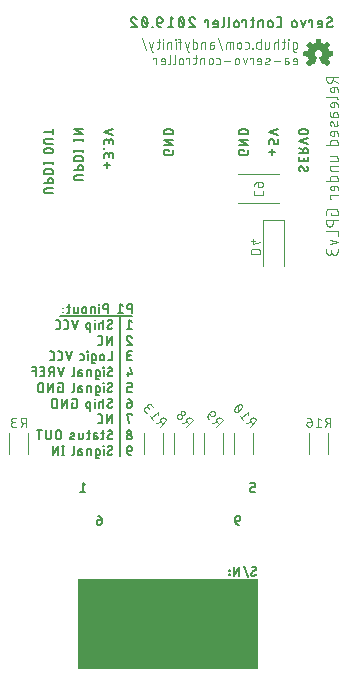
<source format=gbo>
G04 EAGLE Gerber RS-274X export*
G75*
%MOMM*%
%FSLAX34Y34*%
%LPD*%
%INBottom Silkscreen*%
%IPPOS*%
%AMOC8*
5,1,8,0,0,1.08239X$1,22.5*%
G01*
%ADD10C,0.127000*%
%ADD11C,0.152400*%
%ADD12R,15.240000X7.620000*%
%ADD13C,0.101600*%
%ADD14C,0.076200*%
%ADD15C,0.120000*%

G36*
X299786Y446908D02*
X299786Y446908D01*
X299852Y446913D01*
X299870Y446924D01*
X299891Y446929D01*
X299976Y446989D01*
X300000Y447003D01*
X300003Y447008D01*
X300008Y447012D01*
X302208Y449312D01*
X302216Y449325D01*
X302229Y449335D01*
X302260Y449399D01*
X302296Y449461D01*
X302297Y449477D01*
X302304Y449491D01*
X302303Y449562D01*
X302309Y449633D01*
X302303Y449648D01*
X302302Y449664D01*
X302245Y449789D01*
X302243Y449793D01*
X302243Y449794D01*
X300375Y452409D01*
X300377Y452420D01*
X300386Y452433D01*
X300397Y452491D01*
X300406Y452512D01*
X300406Y452534D01*
X300412Y452567D01*
X300413Y452572D01*
X300413Y452573D01*
X300413Y452574D01*
X300413Y452584D01*
X300446Y452649D01*
X300502Y452706D01*
X300513Y452724D01*
X300525Y452733D01*
X300533Y452752D01*
X300573Y452804D01*
X300646Y452949D01*
X300702Y453006D01*
X300742Y453070D01*
X300786Y453133D01*
X300788Y453145D01*
X300793Y453153D01*
X300797Y453188D01*
X300813Y453274D01*
X300813Y453323D01*
X300842Y453370D01*
X300886Y453433D01*
X300888Y453445D01*
X300893Y453453D01*
X300897Y453488D01*
X300913Y453574D01*
X300913Y453684D01*
X300946Y453749D01*
X301002Y453806D01*
X301042Y453870D01*
X301086Y453933D01*
X301088Y453945D01*
X301093Y453953D01*
X301097Y453988D01*
X301103Y454021D01*
X301106Y454029D01*
X301106Y454037D01*
X301113Y454074D01*
X301113Y454123D01*
X301142Y454170D01*
X301186Y454233D01*
X301188Y454245D01*
X301193Y454253D01*
X301197Y454288D01*
X301213Y454374D01*
X301213Y454484D01*
X301242Y454542D01*
X304498Y455100D01*
X304516Y455107D01*
X304535Y455108D01*
X304595Y455141D01*
X304657Y455167D01*
X304670Y455182D01*
X304687Y455191D01*
X304726Y455247D01*
X304770Y455298D01*
X304775Y455317D01*
X304786Y455333D01*
X304808Y455444D01*
X304813Y455466D01*
X304812Y455470D01*
X304813Y455474D01*
X304813Y458674D01*
X304809Y458693D01*
X304811Y458712D01*
X304800Y458746D01*
X304799Y458753D01*
X304794Y458763D01*
X304789Y458776D01*
X304774Y458842D01*
X304761Y458857D01*
X304755Y458875D01*
X304707Y458923D01*
X304664Y458976D01*
X304646Y458983D01*
X304632Y458997D01*
X304526Y459037D01*
X304506Y459046D01*
X304502Y459046D01*
X304498Y459048D01*
X301286Y459598D01*
X301275Y459637D01*
X301274Y459642D01*
X301273Y459643D01*
X301213Y459763D01*
X301213Y459774D01*
X301210Y459789D01*
X301212Y459805D01*
X301192Y459875D01*
X301192Y459890D01*
X301184Y459904D01*
X301175Y459937D01*
X301174Y459942D01*
X301173Y459943D01*
X301113Y460063D01*
X301113Y460074D01*
X301110Y460089D01*
X301112Y460105D01*
X301075Y460237D01*
X301074Y460242D01*
X301073Y460243D01*
X300913Y460563D01*
X300913Y460574D01*
X300910Y460589D01*
X300912Y460605D01*
X300875Y460737D01*
X300874Y460742D01*
X300873Y460743D01*
X300773Y460943D01*
X300750Y460971D01*
X300713Y461025D01*
X300713Y461074D01*
X300696Y461148D01*
X300682Y461223D01*
X300676Y461233D01*
X300674Y461242D01*
X300651Y461270D01*
X300602Y461342D01*
X300546Y461398D01*
X300473Y461543D01*
X300450Y461571D01*
X300413Y461625D01*
X300413Y461674D01*
X300396Y461748D01*
X300392Y461770D01*
X302246Y464458D01*
X302252Y464474D01*
X302264Y464487D01*
X302284Y464554D01*
X302309Y464619D01*
X302308Y464637D01*
X302313Y464653D01*
X302300Y464722D01*
X302294Y464792D01*
X302285Y464806D01*
X302282Y464823D01*
X302211Y464929D01*
X302204Y464940D01*
X302203Y464940D01*
X302202Y464942D01*
X300002Y467142D01*
X299988Y467151D01*
X299977Y467165D01*
X299915Y467196D01*
X299855Y467233D01*
X299838Y467235D01*
X299823Y467242D01*
X299753Y467243D01*
X299683Y467249D01*
X299667Y467243D01*
X299650Y467243D01*
X299532Y467192D01*
X299521Y467188D01*
X299520Y467187D01*
X299519Y467186D01*
X296820Y465324D01*
X296802Y465342D01*
X296737Y465382D01*
X296675Y465426D01*
X296663Y465428D01*
X296655Y465433D01*
X296620Y465436D01*
X296534Y465453D01*
X296484Y465453D01*
X296472Y465461D01*
X296404Y465513D01*
X296259Y465585D01*
X296202Y465642D01*
X296137Y465682D01*
X296075Y465726D01*
X296063Y465728D01*
X296055Y465733D01*
X296020Y465736D01*
X295934Y465753D01*
X295884Y465753D01*
X295872Y465761D01*
X295804Y465813D01*
X295604Y465913D01*
X295588Y465917D01*
X295575Y465926D01*
X295441Y465952D01*
X295435Y465953D01*
X295434Y465953D01*
X295424Y465953D01*
X295304Y466013D01*
X295288Y466017D01*
X295275Y466026D01*
X295141Y466052D01*
X295135Y466053D01*
X295134Y466053D01*
X295084Y466053D01*
X295037Y466082D01*
X294975Y466126D01*
X294963Y466128D01*
X294955Y466133D01*
X294920Y466136D01*
X294834Y466153D01*
X294724Y466153D01*
X294666Y466182D01*
X294108Y469438D01*
X294100Y469456D01*
X294099Y469475D01*
X294067Y469534D01*
X294040Y469597D01*
X294026Y469610D01*
X294016Y469627D01*
X293961Y469666D01*
X293909Y469710D01*
X293890Y469715D01*
X293875Y469726D01*
X293764Y469747D01*
X293742Y469753D01*
X293738Y469752D01*
X293734Y469753D01*
X290534Y469753D01*
X290515Y469749D01*
X290496Y469751D01*
X290432Y469729D01*
X290366Y469713D01*
X290351Y469701D01*
X290332Y469695D01*
X290285Y469647D01*
X290232Y469603D01*
X290224Y469586D01*
X290211Y469572D01*
X290171Y469466D01*
X290162Y469445D01*
X290162Y469442D01*
X290160Y469438D01*
X289610Y466226D01*
X289571Y466215D01*
X289566Y466213D01*
X289565Y466213D01*
X289564Y466213D01*
X289444Y466153D01*
X289434Y466153D01*
X289418Y466149D01*
X289402Y466152D01*
X289271Y466115D01*
X289266Y466113D01*
X289265Y466113D01*
X289264Y466113D01*
X289144Y466053D01*
X289134Y466053D01*
X289118Y466049D01*
X289102Y466052D01*
X288971Y466015D01*
X288966Y466013D01*
X288965Y466013D01*
X288964Y466013D01*
X288844Y465953D01*
X288734Y465953D01*
X288660Y465936D01*
X288584Y465922D01*
X288575Y465916D01*
X288566Y465913D01*
X288538Y465891D01*
X288466Y465842D01*
X288409Y465785D01*
X288344Y465753D01*
X288334Y465753D01*
X288318Y465749D01*
X288302Y465752D01*
X288171Y465715D01*
X288166Y465713D01*
X288165Y465713D01*
X288164Y465713D01*
X287964Y465613D01*
X287937Y465590D01*
X287866Y465542D01*
X287809Y465485D01*
X287744Y465453D01*
X287734Y465453D01*
X287718Y465449D01*
X287702Y465452D01*
X287571Y465415D01*
X287566Y465413D01*
X287565Y465413D01*
X287564Y465413D01*
X287423Y465342D01*
X284749Y467186D01*
X284737Y467191D01*
X284728Y467200D01*
X284657Y467222D01*
X284588Y467249D01*
X284575Y467248D01*
X284563Y467252D01*
X284490Y467240D01*
X284416Y467234D01*
X284405Y467227D01*
X284392Y467225D01*
X284272Y467148D01*
X281972Y464948D01*
X281958Y464926D01*
X281938Y464910D01*
X281911Y464854D01*
X281877Y464803D01*
X281874Y464777D01*
X281863Y464754D01*
X281864Y464692D01*
X281857Y464631D01*
X281866Y464607D01*
X281866Y464581D01*
X281904Y464501D01*
X281915Y464468D01*
X281922Y464462D01*
X281927Y464451D01*
X283862Y461778D01*
X283822Y461698D01*
X283766Y461642D01*
X283726Y461577D01*
X283682Y461514D01*
X283680Y461503D01*
X283675Y461495D01*
X283671Y461460D01*
X283655Y461374D01*
X283655Y461324D01*
X283647Y461311D01*
X283595Y461243D01*
X283522Y461098D01*
X283466Y461042D01*
X283426Y460977D01*
X283382Y460914D01*
X283380Y460903D01*
X283375Y460895D01*
X283371Y460860D01*
X283355Y460774D01*
X283355Y460724D01*
X283326Y460677D01*
X283282Y460614D01*
X283280Y460603D01*
X283275Y460595D01*
X283271Y460560D01*
X283255Y460474D01*
X283255Y460363D01*
X283222Y460298D01*
X283166Y460242D01*
X283126Y460177D01*
X283082Y460114D01*
X283080Y460103D01*
X283075Y460095D01*
X283071Y460060D01*
X283055Y459974D01*
X283055Y459924D01*
X283026Y459877D01*
X282982Y459814D01*
X282980Y459803D01*
X282975Y459795D01*
X282971Y459760D01*
X282955Y459674D01*
X282955Y459595D01*
X279672Y459048D01*
X279653Y459040D01*
X279633Y459039D01*
X279574Y459007D01*
X279512Y458981D01*
X279499Y458966D01*
X279481Y458956D01*
X279443Y458901D01*
X279399Y458851D01*
X279393Y458831D01*
X279382Y458814D01*
X279366Y458733D01*
X279362Y458723D01*
X279362Y458712D01*
X279361Y458708D01*
X279355Y458683D01*
X279356Y458679D01*
X279355Y458674D01*
X279355Y455474D01*
X279359Y455455D01*
X279357Y455436D01*
X279379Y455371D01*
X279394Y455305D01*
X279407Y455290D01*
X279413Y455272D01*
X279461Y455224D01*
X279504Y455172D01*
X279522Y455164D01*
X279536Y455150D01*
X279642Y455110D01*
X279662Y455101D01*
X279666Y455101D01*
X279670Y455100D01*
X282958Y454536D01*
X282993Y454411D01*
X282994Y454405D01*
X282995Y454405D01*
X282995Y454404D01*
X283055Y454284D01*
X283055Y454274D01*
X283058Y454258D01*
X283056Y454242D01*
X283093Y454111D01*
X283094Y454105D01*
X283095Y454105D01*
X283095Y454104D01*
X283155Y453984D01*
X283155Y453974D01*
X283158Y453958D01*
X283156Y453942D01*
X283193Y453811D01*
X283194Y453805D01*
X283195Y453805D01*
X283195Y453804D01*
X283355Y453484D01*
X283355Y453474D01*
X283358Y453458D01*
X283356Y453442D01*
X283393Y453311D01*
X283394Y453305D01*
X283395Y453305D01*
X283395Y453304D01*
X283495Y453104D01*
X283518Y453076D01*
X283566Y453006D01*
X283622Y452949D01*
X283655Y452884D01*
X283655Y452874D01*
X283658Y452858D01*
X283656Y452842D01*
X283693Y452711D01*
X283694Y452705D01*
X283695Y452705D01*
X283695Y452704D01*
X283795Y452504D01*
X283818Y452476D01*
X283866Y452406D01*
X283876Y452395D01*
X281931Y449801D01*
X281921Y449779D01*
X281904Y449760D01*
X281886Y449700D01*
X281861Y449643D01*
X281862Y449618D01*
X281855Y449594D01*
X281866Y449533D01*
X281869Y449470D01*
X281881Y449448D01*
X281886Y449424D01*
X281937Y449349D01*
X281953Y449319D01*
X281960Y449314D01*
X281966Y449306D01*
X284266Y447006D01*
X284280Y446997D01*
X284291Y446983D01*
X284353Y446951D01*
X284413Y446914D01*
X284430Y446913D01*
X284445Y446905D01*
X284516Y446905D01*
X284585Y446898D01*
X284601Y446904D01*
X284618Y446904D01*
X284736Y446956D01*
X284747Y446960D01*
X284748Y446961D01*
X284749Y446961D01*
X287448Y448823D01*
X287466Y448806D01*
X287531Y448765D01*
X287593Y448721D01*
X287605Y448719D01*
X287613Y448714D01*
X287648Y448711D01*
X287663Y448708D01*
X287666Y448706D01*
X287731Y448665D01*
X287793Y448621D01*
X287805Y448619D01*
X287813Y448614D01*
X287848Y448611D01*
X287934Y448594D01*
X287984Y448594D01*
X288031Y448565D01*
X288093Y448521D01*
X288105Y448519D01*
X288113Y448514D01*
X288148Y448511D01*
X288163Y448508D01*
X288166Y448506D01*
X288231Y448465D01*
X288293Y448421D01*
X288305Y448419D01*
X288313Y448414D01*
X288348Y448411D01*
X288363Y448408D01*
X288366Y448406D01*
X288431Y448365D01*
X288493Y448321D01*
X288505Y448319D01*
X288513Y448314D01*
X288548Y448311D01*
X288577Y448305D01*
X288604Y448272D01*
X288623Y448264D01*
X288638Y448249D01*
X288701Y448229D01*
X288762Y448201D01*
X288783Y448202D01*
X288802Y448196D01*
X288868Y448206D01*
X288935Y448208D01*
X288953Y448218D01*
X288973Y448221D01*
X289028Y448259D01*
X289087Y448291D01*
X289099Y448308D01*
X289115Y448320D01*
X289172Y448412D01*
X289186Y448433D01*
X289187Y448438D01*
X289190Y448442D01*
X291190Y453842D01*
X291194Y453873D01*
X291206Y453901D01*
X291204Y453957D01*
X291211Y454014D01*
X291201Y454043D01*
X291200Y454074D01*
X291173Y454124D01*
X291154Y454177D01*
X291132Y454199D01*
X291117Y454226D01*
X291057Y454272D01*
X291030Y454298D01*
X291017Y454302D01*
X291004Y454313D01*
X290459Y454585D01*
X290302Y454742D01*
X290272Y454761D01*
X290204Y454813D01*
X290059Y454885D01*
X289746Y455198D01*
X289673Y455343D01*
X289650Y455371D01*
X289602Y455442D01*
X289446Y455598D01*
X289385Y455719D01*
X289294Y455994D01*
X289282Y456013D01*
X289273Y456043D01*
X289213Y456163D01*
X289213Y456274D01*
X289205Y456309D01*
X289194Y456394D01*
X289113Y456635D01*
X289113Y457412D01*
X289194Y457654D01*
X289197Y457690D01*
X289213Y457774D01*
X289213Y457959D01*
X289350Y458163D01*
X289363Y458198D01*
X289394Y458254D01*
X289478Y458506D01*
X289829Y459032D01*
X290176Y459379D01*
X290702Y459730D01*
X290954Y459814D01*
X290972Y459825D01*
X290986Y459828D01*
X290999Y459839D01*
X291044Y459858D01*
X291249Y459994D01*
X291434Y459994D01*
X291469Y460003D01*
X291554Y460014D01*
X291796Y460094D01*
X292387Y460094D01*
X292742Y460006D01*
X292778Y460005D01*
X292834Y459994D01*
X293019Y459994D01*
X293224Y459858D01*
X293259Y459845D01*
X293308Y459817D01*
X293310Y459816D01*
X293311Y459816D01*
X293314Y459814D01*
X293566Y459730D01*
X293793Y459579D01*
X293966Y459406D01*
X293992Y459389D01*
X294024Y459358D01*
X294293Y459179D01*
X294439Y459032D01*
X294790Y458506D01*
X295155Y457412D01*
X295155Y456935D01*
X295074Y456694D01*
X295071Y456658D01*
X295055Y456574D01*
X295055Y456363D01*
X294895Y456043D01*
X294889Y456021D01*
X294874Y455994D01*
X294783Y455719D01*
X294622Y455398D01*
X294466Y455242D01*
X294447Y455211D01*
X294395Y455143D01*
X294322Y454998D01*
X294209Y454885D01*
X294064Y454813D01*
X294037Y454790D01*
X293966Y454742D01*
X293809Y454585D01*
X293488Y454425D01*
X293214Y454333D01*
X293165Y454303D01*
X293112Y454281D01*
X293092Y454259D01*
X293067Y454243D01*
X293036Y454194D01*
X292999Y454151D01*
X292991Y454122D01*
X292975Y454096D01*
X292969Y454039D01*
X292955Y453983D01*
X292961Y453949D01*
X292958Y453924D01*
X292970Y453892D01*
X292978Y453842D01*
X294978Y448442D01*
X295004Y448404D01*
X295020Y448361D01*
X295051Y448333D01*
X295074Y448298D01*
X295114Y448275D01*
X295147Y448244D01*
X295187Y448232D01*
X295224Y448211D01*
X295269Y448208D01*
X295313Y448195D01*
X295354Y448202D01*
X295396Y448200D01*
X295439Y448217D01*
X295484Y448225D01*
X295525Y448253D01*
X295556Y448266D01*
X295573Y448286D01*
X295586Y448294D01*
X295634Y448294D01*
X295708Y448312D01*
X295784Y448325D01*
X295793Y448332D01*
X295802Y448334D01*
X295830Y448357D01*
X295902Y448406D01*
X295909Y448412D01*
X295984Y448425D01*
X295993Y448432D01*
X296002Y448434D01*
X296030Y448457D01*
X296102Y448506D01*
X296109Y448512D01*
X296184Y448525D01*
X296193Y448532D01*
X296202Y448534D01*
X296230Y448557D01*
X296302Y448606D01*
X296309Y448612D01*
X296384Y448625D01*
X296393Y448632D01*
X296402Y448634D01*
X296430Y448657D01*
X296502Y448706D01*
X296509Y448712D01*
X296584Y448725D01*
X296593Y448732D01*
X296602Y448734D01*
X296630Y448757D01*
X296702Y448806D01*
X296709Y448812D01*
X296784Y448825D01*
X296793Y448832D01*
X296802Y448834D01*
X296803Y448834D01*
X299519Y446961D01*
X299539Y446954D01*
X299555Y446940D01*
X299618Y446922D01*
X299680Y446898D01*
X299701Y446900D01*
X299722Y446895D01*
X299786Y446908D01*
G37*
D10*
X133985Y237490D02*
X133985Y245110D01*
X131868Y245110D01*
X131777Y245108D01*
X131686Y245102D01*
X131595Y245092D01*
X131505Y245079D01*
X131416Y245061D01*
X131327Y245040D01*
X131240Y245015D01*
X131153Y244986D01*
X131068Y244953D01*
X130985Y244917D01*
X130903Y244877D01*
X130823Y244834D01*
X130744Y244787D01*
X130668Y244737D01*
X130594Y244684D01*
X130523Y244628D01*
X130454Y244568D01*
X130387Y244506D01*
X130324Y244441D01*
X130263Y244373D01*
X130205Y244303D01*
X130150Y244230D01*
X130098Y244155D01*
X130050Y244078D01*
X130005Y243998D01*
X129963Y243917D01*
X129925Y243835D01*
X129891Y243750D01*
X129860Y243664D01*
X129833Y243577D01*
X129810Y243489D01*
X129791Y243400D01*
X129775Y243311D01*
X129763Y243220D01*
X129755Y243130D01*
X129751Y243039D01*
X129751Y242947D01*
X129755Y242856D01*
X129763Y242766D01*
X129775Y242675D01*
X129791Y242586D01*
X129810Y242497D01*
X129833Y242409D01*
X129860Y242322D01*
X129891Y242236D01*
X129925Y242151D01*
X129963Y242069D01*
X130005Y241988D01*
X130050Y241908D01*
X130098Y241831D01*
X130150Y241756D01*
X130205Y241683D01*
X130263Y241613D01*
X130324Y241545D01*
X130387Y241480D01*
X130454Y241418D01*
X130523Y241358D01*
X130594Y241302D01*
X130668Y241249D01*
X130744Y241199D01*
X130823Y241152D01*
X130903Y241109D01*
X130985Y241069D01*
X131068Y241033D01*
X131153Y241000D01*
X131240Y240971D01*
X131327Y240946D01*
X131416Y240925D01*
X131505Y240907D01*
X131595Y240894D01*
X131686Y240884D01*
X131777Y240878D01*
X131868Y240876D01*
X131868Y240877D02*
X133985Y240877D01*
X126416Y243417D02*
X124299Y245110D01*
X124299Y237490D01*
X122183Y237490D02*
X126416Y237490D01*
X113716Y237490D02*
X113716Y245110D01*
X111599Y245110D01*
X111508Y245108D01*
X111417Y245102D01*
X111326Y245092D01*
X111236Y245079D01*
X111147Y245061D01*
X111058Y245040D01*
X110971Y245015D01*
X110884Y244986D01*
X110799Y244953D01*
X110716Y244917D01*
X110634Y244877D01*
X110554Y244834D01*
X110475Y244787D01*
X110399Y244737D01*
X110325Y244684D01*
X110254Y244628D01*
X110185Y244568D01*
X110118Y244506D01*
X110055Y244441D01*
X109994Y244373D01*
X109936Y244303D01*
X109881Y244230D01*
X109829Y244155D01*
X109781Y244078D01*
X109736Y243998D01*
X109694Y243917D01*
X109656Y243835D01*
X109622Y243750D01*
X109591Y243664D01*
X109564Y243577D01*
X109541Y243489D01*
X109522Y243400D01*
X109506Y243311D01*
X109494Y243220D01*
X109486Y243130D01*
X109482Y243039D01*
X109482Y242947D01*
X109486Y242856D01*
X109494Y242766D01*
X109506Y242675D01*
X109522Y242586D01*
X109541Y242497D01*
X109564Y242409D01*
X109591Y242322D01*
X109622Y242236D01*
X109656Y242151D01*
X109694Y242069D01*
X109736Y241988D01*
X109781Y241908D01*
X109829Y241831D01*
X109881Y241756D01*
X109936Y241683D01*
X109994Y241613D01*
X110055Y241545D01*
X110118Y241480D01*
X110185Y241418D01*
X110254Y241358D01*
X110325Y241302D01*
X110399Y241249D01*
X110475Y241199D01*
X110554Y241152D01*
X110634Y241109D01*
X110716Y241069D01*
X110799Y241033D01*
X110884Y241000D01*
X110971Y240971D01*
X111058Y240946D01*
X111147Y240925D01*
X111236Y240907D01*
X111326Y240894D01*
X111417Y240884D01*
X111508Y240878D01*
X111599Y240876D01*
X111599Y240877D02*
X113716Y240877D01*
X106430Y242570D02*
X106430Y237490D01*
X106642Y244687D02*
X106642Y245110D01*
X106219Y245110D01*
X106219Y244687D01*
X106642Y244687D01*
X102790Y242570D02*
X102790Y237490D01*
X102790Y242570D02*
X100673Y242570D01*
X100604Y242568D01*
X100536Y242563D01*
X100468Y242553D01*
X100400Y242540D01*
X100333Y242524D01*
X100267Y242504D01*
X100203Y242480D01*
X100140Y242453D01*
X100078Y242422D01*
X100018Y242388D01*
X99960Y242351D01*
X99904Y242311D01*
X99851Y242268D01*
X99800Y242222D01*
X99751Y242173D01*
X99705Y242122D01*
X99662Y242069D01*
X99622Y242013D01*
X99585Y241955D01*
X99551Y241895D01*
X99520Y241833D01*
X99493Y241770D01*
X99469Y241706D01*
X99449Y241640D01*
X99433Y241573D01*
X99420Y241505D01*
X99410Y241437D01*
X99405Y241369D01*
X99403Y241300D01*
X99403Y237490D01*
X95589Y239183D02*
X95589Y240877D01*
X95587Y240958D01*
X95581Y241038D01*
X95572Y241118D01*
X95558Y241197D01*
X95541Y241276D01*
X95520Y241354D01*
X95496Y241431D01*
X95468Y241506D01*
X95436Y241580D01*
X95401Y241653D01*
X95362Y241724D01*
X95320Y241792D01*
X95275Y241859D01*
X95227Y241924D01*
X95175Y241986D01*
X95121Y242045D01*
X95064Y242102D01*
X95005Y242156D01*
X94943Y242208D01*
X94878Y242256D01*
X94811Y242301D01*
X94743Y242343D01*
X94672Y242382D01*
X94599Y242417D01*
X94525Y242449D01*
X94450Y242477D01*
X94373Y242501D01*
X94295Y242522D01*
X94216Y242539D01*
X94137Y242553D01*
X94057Y242562D01*
X93977Y242568D01*
X93896Y242570D01*
X93815Y242568D01*
X93735Y242562D01*
X93655Y242553D01*
X93576Y242539D01*
X93497Y242522D01*
X93419Y242501D01*
X93342Y242477D01*
X93267Y242449D01*
X93193Y242417D01*
X93120Y242382D01*
X93050Y242343D01*
X92981Y242301D01*
X92914Y242256D01*
X92849Y242208D01*
X92787Y242156D01*
X92728Y242102D01*
X92671Y242045D01*
X92617Y241986D01*
X92565Y241924D01*
X92517Y241859D01*
X92472Y241792D01*
X92430Y241724D01*
X92391Y241653D01*
X92356Y241580D01*
X92324Y241506D01*
X92296Y241431D01*
X92272Y241354D01*
X92251Y241276D01*
X92234Y241197D01*
X92220Y241118D01*
X92211Y241038D01*
X92205Y240958D01*
X92203Y240877D01*
X92202Y240877D02*
X92202Y239183D01*
X92203Y239183D02*
X92205Y239102D01*
X92211Y239022D01*
X92220Y238942D01*
X92234Y238863D01*
X92251Y238784D01*
X92272Y238706D01*
X92296Y238629D01*
X92324Y238554D01*
X92356Y238480D01*
X92391Y238407D01*
X92430Y238337D01*
X92472Y238268D01*
X92517Y238201D01*
X92565Y238136D01*
X92617Y238074D01*
X92671Y238015D01*
X92728Y237958D01*
X92787Y237904D01*
X92849Y237852D01*
X92914Y237804D01*
X92981Y237759D01*
X93050Y237717D01*
X93120Y237678D01*
X93193Y237643D01*
X93267Y237611D01*
X93342Y237583D01*
X93419Y237559D01*
X93497Y237538D01*
X93576Y237521D01*
X93655Y237507D01*
X93735Y237498D01*
X93815Y237492D01*
X93896Y237490D01*
X93977Y237492D01*
X94057Y237498D01*
X94137Y237507D01*
X94216Y237521D01*
X94295Y237538D01*
X94373Y237559D01*
X94450Y237583D01*
X94525Y237611D01*
X94599Y237643D01*
X94672Y237678D01*
X94743Y237717D01*
X94811Y237759D01*
X94878Y237804D01*
X94943Y237852D01*
X95005Y237904D01*
X95064Y237958D01*
X95121Y238015D01*
X95175Y238074D01*
X95227Y238136D01*
X95275Y238201D01*
X95320Y238268D01*
X95362Y238337D01*
X95401Y238407D01*
X95436Y238480D01*
X95468Y238554D01*
X95496Y238629D01*
X95520Y238706D01*
X95541Y238784D01*
X95558Y238863D01*
X95572Y238942D01*
X95581Y239022D01*
X95587Y239102D01*
X95589Y239183D01*
X88388Y238760D02*
X88388Y242570D01*
X88388Y238760D02*
X88386Y238691D01*
X88381Y238623D01*
X88371Y238555D01*
X88358Y238487D01*
X88342Y238420D01*
X88322Y238354D01*
X88298Y238290D01*
X88271Y238227D01*
X88240Y238165D01*
X88206Y238105D01*
X88169Y238047D01*
X88129Y237991D01*
X88086Y237938D01*
X88040Y237887D01*
X87991Y237838D01*
X87940Y237792D01*
X87887Y237749D01*
X87831Y237709D01*
X87773Y237672D01*
X87713Y237638D01*
X87651Y237607D01*
X87588Y237580D01*
X87524Y237556D01*
X87458Y237536D01*
X87391Y237520D01*
X87323Y237507D01*
X87255Y237497D01*
X87187Y237492D01*
X87118Y237490D01*
X85001Y237490D01*
X85001Y242570D01*
X81921Y242570D02*
X79381Y242570D01*
X81074Y245110D02*
X81074Y238760D01*
X81072Y238691D01*
X81067Y238623D01*
X81057Y238555D01*
X81044Y238487D01*
X81028Y238420D01*
X81008Y238354D01*
X80984Y238290D01*
X80957Y238227D01*
X80926Y238165D01*
X80892Y238105D01*
X80855Y238047D01*
X80815Y237991D01*
X80772Y237938D01*
X80726Y237887D01*
X80677Y237838D01*
X80626Y237792D01*
X80573Y237749D01*
X80517Y237709D01*
X80459Y237672D01*
X80399Y237638D01*
X80337Y237607D01*
X80274Y237580D01*
X80210Y237556D01*
X80144Y237536D01*
X80077Y237520D01*
X80009Y237507D01*
X79941Y237497D01*
X79873Y237492D01*
X79804Y237490D01*
X79381Y237490D01*
X76238Y238125D02*
X76238Y238548D01*
X75815Y238548D01*
X75815Y238125D01*
X76238Y238125D01*
X76238Y241512D02*
X76238Y241935D01*
X75815Y241935D01*
X75815Y241512D01*
X76238Y241512D01*
X131868Y231775D02*
X133985Y230082D01*
X131868Y231775D02*
X131868Y224155D01*
X129752Y224155D02*
X133985Y224155D01*
X115176Y224155D02*
X115095Y224157D01*
X115015Y224163D01*
X114935Y224172D01*
X114856Y224186D01*
X114777Y224203D01*
X114699Y224224D01*
X114622Y224248D01*
X114547Y224276D01*
X114473Y224308D01*
X114400Y224343D01*
X114330Y224382D01*
X114261Y224424D01*
X114194Y224469D01*
X114129Y224517D01*
X114067Y224569D01*
X114008Y224623D01*
X113951Y224680D01*
X113897Y224739D01*
X113845Y224801D01*
X113797Y224866D01*
X113752Y224933D01*
X113710Y225002D01*
X113671Y225072D01*
X113636Y225145D01*
X113604Y225219D01*
X113576Y225294D01*
X113552Y225371D01*
X113531Y225449D01*
X113514Y225528D01*
X113500Y225607D01*
X113491Y225687D01*
X113485Y225767D01*
X113483Y225848D01*
X115176Y224155D02*
X115294Y224157D01*
X115411Y224163D01*
X115528Y224172D01*
X115645Y224186D01*
X115762Y224203D01*
X115877Y224224D01*
X115992Y224249D01*
X116107Y224278D01*
X116220Y224311D01*
X116332Y224347D01*
X116442Y224387D01*
X116552Y224430D01*
X116660Y224477D01*
X116766Y224528D01*
X116870Y224582D01*
X116973Y224639D01*
X117074Y224700D01*
X117173Y224764D01*
X117269Y224831D01*
X117363Y224902D01*
X117455Y224975D01*
X117545Y225052D01*
X117632Y225131D01*
X117716Y225213D01*
X117504Y230082D02*
X117502Y230163D01*
X117496Y230243D01*
X117487Y230323D01*
X117473Y230402D01*
X117456Y230481D01*
X117435Y230559D01*
X117411Y230636D01*
X117383Y230711D01*
X117351Y230785D01*
X117316Y230858D01*
X117277Y230929D01*
X117235Y230997D01*
X117190Y231064D01*
X117142Y231129D01*
X117090Y231191D01*
X117036Y231250D01*
X116979Y231307D01*
X116920Y231361D01*
X116858Y231413D01*
X116793Y231461D01*
X116726Y231506D01*
X116658Y231548D01*
X116587Y231587D01*
X116514Y231622D01*
X116440Y231654D01*
X116365Y231682D01*
X116288Y231706D01*
X116210Y231727D01*
X116131Y231744D01*
X116052Y231758D01*
X115972Y231767D01*
X115892Y231773D01*
X115811Y231775D01*
X115703Y231773D01*
X115596Y231768D01*
X115489Y231759D01*
X115382Y231746D01*
X115276Y231730D01*
X115170Y231710D01*
X115065Y231686D01*
X114961Y231659D01*
X114858Y231629D01*
X114756Y231595D01*
X114655Y231557D01*
X114556Y231516D01*
X114458Y231472D01*
X114361Y231425D01*
X114267Y231374D01*
X114173Y231320D01*
X114082Y231263D01*
X113993Y231203D01*
X113906Y231140D01*
X116658Y228600D02*
X116727Y228643D01*
X116794Y228689D01*
X116859Y228738D01*
X116921Y228790D01*
X116980Y228845D01*
X117037Y228903D01*
X117092Y228964D01*
X117143Y229026D01*
X117191Y229092D01*
X117236Y229159D01*
X117278Y229229D01*
X117317Y229300D01*
X117352Y229373D01*
X117384Y229448D01*
X117412Y229524D01*
X117437Y229601D01*
X117457Y229680D01*
X117474Y229759D01*
X117488Y229839D01*
X117497Y229920D01*
X117503Y230001D01*
X117505Y230082D01*
X114330Y227330D02*
X114261Y227287D01*
X114194Y227241D01*
X114129Y227192D01*
X114067Y227140D01*
X114008Y227085D01*
X113951Y227027D01*
X113896Y226966D01*
X113845Y226904D01*
X113797Y226838D01*
X113752Y226771D01*
X113710Y226701D01*
X113671Y226630D01*
X113636Y226557D01*
X113604Y226482D01*
X113576Y226406D01*
X113551Y226329D01*
X113531Y226250D01*
X113514Y226171D01*
X113500Y226091D01*
X113491Y226010D01*
X113485Y225929D01*
X113483Y225848D01*
X114330Y227330D02*
X116658Y228600D01*
X109826Y231775D02*
X109826Y224155D01*
X109826Y229235D02*
X107709Y229235D01*
X107640Y229233D01*
X107572Y229228D01*
X107504Y229218D01*
X107436Y229205D01*
X107369Y229189D01*
X107303Y229169D01*
X107239Y229145D01*
X107176Y229118D01*
X107114Y229087D01*
X107054Y229053D01*
X106996Y229016D01*
X106940Y228976D01*
X106887Y228933D01*
X106836Y228887D01*
X106787Y228838D01*
X106741Y228787D01*
X106698Y228734D01*
X106658Y228678D01*
X106621Y228620D01*
X106587Y228560D01*
X106556Y228498D01*
X106529Y228435D01*
X106505Y228371D01*
X106485Y228305D01*
X106469Y228238D01*
X106456Y228170D01*
X106446Y228102D01*
X106441Y228034D01*
X106439Y227965D01*
X106439Y224155D01*
X102798Y224155D02*
X102798Y229235D01*
X103010Y231352D02*
X103010Y231775D01*
X102587Y231775D01*
X102587Y231352D01*
X103010Y231352D01*
X99100Y229235D02*
X99100Y221615D01*
X99100Y229235D02*
X96984Y229235D01*
X96915Y229233D01*
X96847Y229228D01*
X96779Y229218D01*
X96711Y229205D01*
X96644Y229189D01*
X96578Y229169D01*
X96514Y229145D01*
X96451Y229118D01*
X96389Y229087D01*
X96329Y229053D01*
X96271Y229016D01*
X96215Y228976D01*
X96162Y228933D01*
X96111Y228887D01*
X96062Y228838D01*
X96016Y228787D01*
X95973Y228734D01*
X95933Y228678D01*
X95896Y228620D01*
X95862Y228560D01*
X95831Y228498D01*
X95804Y228435D01*
X95780Y228371D01*
X95760Y228305D01*
X95744Y228238D01*
X95731Y228170D01*
X95721Y228102D01*
X95716Y228034D01*
X95714Y227965D01*
X95714Y225425D01*
X95716Y225356D01*
X95721Y225288D01*
X95731Y225220D01*
X95744Y225152D01*
X95760Y225085D01*
X95780Y225019D01*
X95804Y224955D01*
X95831Y224892D01*
X95862Y224830D01*
X95896Y224770D01*
X95933Y224712D01*
X95973Y224656D01*
X96016Y224603D01*
X96062Y224552D01*
X96111Y224503D01*
X96162Y224457D01*
X96215Y224414D01*
X96271Y224374D01*
X96329Y224337D01*
X96389Y224303D01*
X96451Y224272D01*
X96514Y224245D01*
X96578Y224221D01*
X96644Y224201D01*
X96711Y224185D01*
X96779Y224172D01*
X96847Y224162D01*
X96915Y224157D01*
X96984Y224155D01*
X99100Y224155D01*
X88270Y231775D02*
X85730Y224155D01*
X83190Y231775D01*
X78184Y224155D02*
X76491Y224155D01*
X78184Y224155D02*
X78265Y224157D01*
X78345Y224163D01*
X78425Y224172D01*
X78504Y224186D01*
X78583Y224203D01*
X78661Y224224D01*
X78738Y224248D01*
X78813Y224276D01*
X78887Y224308D01*
X78960Y224343D01*
X79031Y224382D01*
X79099Y224424D01*
X79166Y224469D01*
X79231Y224517D01*
X79293Y224569D01*
X79352Y224623D01*
X79409Y224680D01*
X79463Y224739D01*
X79515Y224801D01*
X79563Y224866D01*
X79608Y224933D01*
X79650Y225002D01*
X79689Y225072D01*
X79724Y225145D01*
X79756Y225219D01*
X79784Y225294D01*
X79808Y225371D01*
X79829Y225449D01*
X79846Y225528D01*
X79860Y225607D01*
X79869Y225687D01*
X79875Y225767D01*
X79877Y225848D01*
X79878Y225848D02*
X79878Y230082D01*
X79877Y230082D02*
X79875Y230163D01*
X79869Y230243D01*
X79860Y230323D01*
X79846Y230402D01*
X79829Y230481D01*
X79808Y230559D01*
X79784Y230636D01*
X79756Y230711D01*
X79724Y230785D01*
X79689Y230858D01*
X79650Y230929D01*
X79608Y230997D01*
X79563Y231064D01*
X79515Y231129D01*
X79463Y231191D01*
X79409Y231250D01*
X79352Y231307D01*
X79293Y231361D01*
X79231Y231413D01*
X79166Y231461D01*
X79099Y231506D01*
X79031Y231548D01*
X78960Y231587D01*
X78887Y231622D01*
X78813Y231654D01*
X78738Y231682D01*
X78661Y231706D01*
X78583Y231727D01*
X78504Y231744D01*
X78425Y231758D01*
X78345Y231767D01*
X78265Y231773D01*
X78184Y231775D01*
X76491Y231775D01*
X71517Y224155D02*
X69824Y224155D01*
X71517Y224155D02*
X71598Y224157D01*
X71678Y224163D01*
X71758Y224172D01*
X71837Y224186D01*
X71916Y224203D01*
X71994Y224224D01*
X72071Y224248D01*
X72146Y224276D01*
X72220Y224308D01*
X72293Y224343D01*
X72364Y224382D01*
X72432Y224424D01*
X72499Y224469D01*
X72564Y224517D01*
X72626Y224569D01*
X72685Y224623D01*
X72742Y224680D01*
X72796Y224739D01*
X72848Y224801D01*
X72896Y224866D01*
X72941Y224933D01*
X72983Y225002D01*
X73022Y225072D01*
X73057Y225145D01*
X73089Y225219D01*
X73117Y225294D01*
X73141Y225371D01*
X73162Y225449D01*
X73179Y225528D01*
X73193Y225607D01*
X73202Y225687D01*
X73208Y225767D01*
X73210Y225848D01*
X73210Y230082D01*
X73208Y230163D01*
X73202Y230243D01*
X73193Y230323D01*
X73179Y230402D01*
X73162Y230481D01*
X73141Y230559D01*
X73117Y230636D01*
X73089Y230711D01*
X73057Y230785D01*
X73022Y230858D01*
X72983Y230929D01*
X72941Y230997D01*
X72896Y231064D01*
X72848Y231129D01*
X72796Y231191D01*
X72742Y231250D01*
X72685Y231307D01*
X72626Y231361D01*
X72564Y231413D01*
X72499Y231461D01*
X72432Y231506D01*
X72364Y231548D01*
X72293Y231587D01*
X72220Y231622D01*
X72146Y231654D01*
X72071Y231682D01*
X71994Y231706D01*
X71916Y231727D01*
X71837Y231744D01*
X71758Y231758D01*
X71678Y231767D01*
X71598Y231773D01*
X71517Y231775D01*
X69824Y231775D01*
X129752Y216535D02*
X129754Y216620D01*
X129760Y216706D01*
X129769Y216791D01*
X129783Y216875D01*
X129800Y216959D01*
X129821Y217042D01*
X129845Y217124D01*
X129873Y217204D01*
X129905Y217284D01*
X129941Y217362D01*
X129979Y217438D01*
X130022Y217512D01*
X130067Y217584D01*
X130116Y217655D01*
X130168Y217723D01*
X130222Y217788D01*
X130280Y217851D01*
X130341Y217912D01*
X130404Y217970D01*
X130469Y218024D01*
X130537Y218076D01*
X130608Y218125D01*
X130680Y218170D01*
X130754Y218213D01*
X130830Y218251D01*
X130908Y218287D01*
X130988Y218319D01*
X131068Y218347D01*
X131150Y218371D01*
X131233Y218392D01*
X131317Y218409D01*
X131401Y218423D01*
X131486Y218432D01*
X131572Y218438D01*
X131657Y218440D01*
X131753Y218438D01*
X131849Y218432D01*
X131945Y218423D01*
X132040Y218410D01*
X132135Y218393D01*
X132229Y218372D01*
X132322Y218348D01*
X132414Y218320D01*
X132505Y218289D01*
X132594Y218253D01*
X132682Y218215D01*
X132769Y218173D01*
X132853Y218128D01*
X132936Y218079D01*
X133017Y218027D01*
X133096Y217972D01*
X133173Y217914D01*
X133247Y217853D01*
X133319Y217789D01*
X133388Y217722D01*
X133455Y217653D01*
X133519Y217581D01*
X133580Y217507D01*
X133638Y217430D01*
X133693Y217351D01*
X133744Y217270D01*
X133793Y217187D01*
X133838Y217102D01*
X133880Y217016D01*
X133919Y216927D01*
X133954Y216838D01*
X133985Y216747D01*
X130387Y215053D02*
X130325Y215115D01*
X130266Y215179D01*
X130210Y215245D01*
X130156Y215314D01*
X130106Y215385D01*
X130058Y215459D01*
X130014Y215534D01*
X129973Y215611D01*
X129935Y215689D01*
X129901Y215769D01*
X129870Y215851D01*
X129842Y215934D01*
X129819Y216017D01*
X129798Y216102D01*
X129782Y216188D01*
X129769Y216274D01*
X129759Y216361D01*
X129754Y216448D01*
X129752Y216535D01*
X130387Y215053D02*
X133985Y210820D01*
X129752Y210820D01*
X117183Y210820D02*
X117183Y218440D01*
X112950Y210820D01*
X112950Y218440D01*
X107254Y210820D02*
X105561Y210820D01*
X107254Y210820D02*
X107335Y210822D01*
X107415Y210828D01*
X107495Y210837D01*
X107574Y210851D01*
X107653Y210868D01*
X107731Y210889D01*
X107808Y210913D01*
X107883Y210941D01*
X107957Y210973D01*
X108030Y211008D01*
X108101Y211047D01*
X108169Y211089D01*
X108236Y211134D01*
X108301Y211182D01*
X108363Y211234D01*
X108422Y211288D01*
X108479Y211345D01*
X108533Y211404D01*
X108585Y211466D01*
X108633Y211531D01*
X108678Y211598D01*
X108720Y211667D01*
X108759Y211737D01*
X108794Y211810D01*
X108826Y211884D01*
X108854Y211959D01*
X108878Y212036D01*
X108899Y212114D01*
X108916Y212193D01*
X108930Y212272D01*
X108939Y212352D01*
X108945Y212432D01*
X108947Y212513D01*
X108948Y212513D02*
X108948Y216747D01*
X108947Y216747D02*
X108945Y216828D01*
X108939Y216908D01*
X108930Y216988D01*
X108916Y217067D01*
X108899Y217146D01*
X108878Y217224D01*
X108854Y217301D01*
X108826Y217376D01*
X108794Y217450D01*
X108759Y217523D01*
X108720Y217594D01*
X108678Y217662D01*
X108633Y217729D01*
X108585Y217794D01*
X108533Y217856D01*
X108479Y217915D01*
X108422Y217972D01*
X108363Y218026D01*
X108301Y218078D01*
X108236Y218126D01*
X108169Y218171D01*
X108101Y218213D01*
X108030Y218252D01*
X107957Y218287D01*
X107883Y218319D01*
X107808Y218347D01*
X107731Y218371D01*
X107653Y218392D01*
X107574Y218409D01*
X107495Y218423D01*
X107415Y218432D01*
X107335Y218438D01*
X107254Y218440D01*
X105561Y218440D01*
X131868Y197485D02*
X133985Y197485D01*
X131868Y197485D02*
X131777Y197487D01*
X131686Y197493D01*
X131595Y197503D01*
X131505Y197516D01*
X131416Y197534D01*
X131327Y197555D01*
X131240Y197580D01*
X131153Y197609D01*
X131068Y197642D01*
X130985Y197678D01*
X130903Y197718D01*
X130823Y197761D01*
X130744Y197808D01*
X130668Y197858D01*
X130594Y197911D01*
X130523Y197967D01*
X130454Y198027D01*
X130387Y198089D01*
X130324Y198154D01*
X130263Y198222D01*
X130205Y198292D01*
X130150Y198365D01*
X130098Y198440D01*
X130050Y198517D01*
X130005Y198597D01*
X129963Y198678D01*
X129925Y198760D01*
X129891Y198845D01*
X129860Y198931D01*
X129833Y199018D01*
X129810Y199106D01*
X129791Y199195D01*
X129775Y199284D01*
X129763Y199375D01*
X129755Y199465D01*
X129751Y199556D01*
X129751Y199648D01*
X129755Y199739D01*
X129763Y199829D01*
X129775Y199920D01*
X129791Y200009D01*
X129810Y200098D01*
X129833Y200186D01*
X129860Y200273D01*
X129891Y200359D01*
X129925Y200444D01*
X129963Y200526D01*
X130005Y200607D01*
X130050Y200687D01*
X130098Y200764D01*
X130150Y200839D01*
X130205Y200912D01*
X130263Y200982D01*
X130324Y201050D01*
X130387Y201115D01*
X130454Y201177D01*
X130523Y201237D01*
X130594Y201293D01*
X130668Y201346D01*
X130744Y201396D01*
X130823Y201443D01*
X130903Y201486D01*
X130985Y201526D01*
X131068Y201562D01*
X131153Y201595D01*
X131240Y201624D01*
X131327Y201649D01*
X131416Y201670D01*
X131505Y201688D01*
X131595Y201701D01*
X131686Y201711D01*
X131777Y201717D01*
X131868Y201719D01*
X131445Y205105D02*
X133985Y205105D01*
X131445Y205105D02*
X131364Y205103D01*
X131284Y205097D01*
X131204Y205088D01*
X131125Y205074D01*
X131046Y205057D01*
X130968Y205036D01*
X130891Y205012D01*
X130816Y204984D01*
X130742Y204952D01*
X130669Y204917D01*
X130599Y204878D01*
X130530Y204836D01*
X130463Y204791D01*
X130398Y204743D01*
X130336Y204691D01*
X130277Y204637D01*
X130220Y204580D01*
X130166Y204521D01*
X130114Y204459D01*
X130066Y204394D01*
X130021Y204327D01*
X129979Y204259D01*
X129940Y204188D01*
X129905Y204115D01*
X129873Y204041D01*
X129845Y203966D01*
X129821Y203889D01*
X129800Y203811D01*
X129783Y203732D01*
X129769Y203653D01*
X129760Y203573D01*
X129754Y203493D01*
X129752Y203412D01*
X129754Y203331D01*
X129760Y203251D01*
X129769Y203171D01*
X129783Y203092D01*
X129800Y203013D01*
X129821Y202935D01*
X129845Y202858D01*
X129873Y202783D01*
X129905Y202709D01*
X129940Y202636D01*
X129979Y202566D01*
X130021Y202497D01*
X130066Y202430D01*
X130114Y202365D01*
X130166Y202303D01*
X130220Y202244D01*
X130277Y202187D01*
X130336Y202133D01*
X130398Y202081D01*
X130463Y202033D01*
X130530Y201988D01*
X130598Y201946D01*
X130669Y201907D01*
X130742Y201872D01*
X130816Y201840D01*
X130891Y201812D01*
X130968Y201788D01*
X131046Y201767D01*
X131125Y201750D01*
X131204Y201736D01*
X131284Y201727D01*
X131364Y201721D01*
X131445Y201719D01*
X131445Y201718D02*
X133138Y201718D01*
X117161Y205105D02*
X117161Y197485D01*
X113774Y197485D01*
X110626Y199178D02*
X110626Y200872D01*
X110625Y200872D02*
X110623Y200953D01*
X110617Y201033D01*
X110608Y201113D01*
X110594Y201192D01*
X110577Y201271D01*
X110556Y201349D01*
X110532Y201426D01*
X110504Y201501D01*
X110472Y201575D01*
X110437Y201648D01*
X110398Y201719D01*
X110356Y201787D01*
X110311Y201854D01*
X110263Y201919D01*
X110211Y201981D01*
X110157Y202040D01*
X110100Y202097D01*
X110041Y202151D01*
X109979Y202203D01*
X109914Y202251D01*
X109847Y202296D01*
X109779Y202338D01*
X109708Y202377D01*
X109635Y202412D01*
X109561Y202444D01*
X109486Y202472D01*
X109409Y202496D01*
X109331Y202517D01*
X109252Y202534D01*
X109173Y202548D01*
X109093Y202557D01*
X109013Y202563D01*
X108932Y202565D01*
X108851Y202563D01*
X108771Y202557D01*
X108691Y202548D01*
X108612Y202534D01*
X108533Y202517D01*
X108455Y202496D01*
X108378Y202472D01*
X108303Y202444D01*
X108229Y202412D01*
X108156Y202377D01*
X108086Y202338D01*
X108017Y202296D01*
X107950Y202251D01*
X107885Y202203D01*
X107823Y202151D01*
X107764Y202097D01*
X107707Y202040D01*
X107653Y201981D01*
X107601Y201919D01*
X107553Y201854D01*
X107508Y201787D01*
X107466Y201719D01*
X107427Y201648D01*
X107392Y201575D01*
X107360Y201501D01*
X107332Y201426D01*
X107308Y201349D01*
X107287Y201271D01*
X107270Y201192D01*
X107256Y201113D01*
X107247Y201033D01*
X107241Y200953D01*
X107239Y200872D01*
X107239Y199178D01*
X107241Y199097D01*
X107247Y199017D01*
X107256Y198937D01*
X107270Y198858D01*
X107287Y198779D01*
X107308Y198701D01*
X107332Y198624D01*
X107360Y198549D01*
X107392Y198475D01*
X107427Y198402D01*
X107466Y198332D01*
X107508Y198263D01*
X107553Y198196D01*
X107601Y198131D01*
X107653Y198069D01*
X107707Y198010D01*
X107764Y197953D01*
X107823Y197899D01*
X107885Y197847D01*
X107950Y197799D01*
X108017Y197754D01*
X108086Y197712D01*
X108156Y197673D01*
X108229Y197638D01*
X108303Y197606D01*
X108378Y197578D01*
X108455Y197554D01*
X108533Y197533D01*
X108612Y197516D01*
X108691Y197502D01*
X108771Y197493D01*
X108851Y197487D01*
X108932Y197485D01*
X109013Y197487D01*
X109093Y197493D01*
X109173Y197502D01*
X109252Y197516D01*
X109331Y197533D01*
X109409Y197554D01*
X109486Y197578D01*
X109561Y197606D01*
X109635Y197638D01*
X109708Y197673D01*
X109779Y197712D01*
X109847Y197754D01*
X109914Y197799D01*
X109979Y197847D01*
X110041Y197899D01*
X110100Y197953D01*
X110157Y198010D01*
X110211Y198069D01*
X110263Y198131D01*
X110311Y198196D01*
X110356Y198263D01*
X110398Y198332D01*
X110437Y198402D01*
X110472Y198475D01*
X110504Y198549D01*
X110532Y198624D01*
X110556Y198701D01*
X110577Y198779D01*
X110594Y198858D01*
X110608Y198937D01*
X110617Y199017D01*
X110623Y199097D01*
X110625Y199178D01*
X102479Y197485D02*
X100362Y197485D01*
X102479Y197485D02*
X102548Y197487D01*
X102616Y197492D01*
X102684Y197502D01*
X102752Y197515D01*
X102819Y197531D01*
X102885Y197551D01*
X102949Y197575D01*
X103012Y197602D01*
X103074Y197633D01*
X103134Y197667D01*
X103192Y197704D01*
X103248Y197744D01*
X103301Y197787D01*
X103352Y197833D01*
X103401Y197882D01*
X103447Y197933D01*
X103490Y197986D01*
X103530Y198042D01*
X103567Y198100D01*
X103601Y198160D01*
X103632Y198222D01*
X103659Y198285D01*
X103683Y198349D01*
X103703Y198415D01*
X103719Y198482D01*
X103732Y198550D01*
X103742Y198618D01*
X103747Y198686D01*
X103749Y198755D01*
X103749Y201295D01*
X103747Y201364D01*
X103742Y201432D01*
X103732Y201500D01*
X103719Y201568D01*
X103703Y201635D01*
X103683Y201701D01*
X103659Y201765D01*
X103632Y201828D01*
X103601Y201890D01*
X103567Y201950D01*
X103530Y202008D01*
X103490Y202064D01*
X103447Y202117D01*
X103401Y202168D01*
X103352Y202217D01*
X103301Y202263D01*
X103248Y202306D01*
X103192Y202346D01*
X103134Y202383D01*
X103074Y202417D01*
X103012Y202448D01*
X102949Y202475D01*
X102885Y202499D01*
X102819Y202519D01*
X102752Y202535D01*
X102684Y202548D01*
X102616Y202558D01*
X102548Y202563D01*
X102479Y202565D01*
X100362Y202565D01*
X100362Y196215D01*
X100364Y196146D01*
X100369Y196078D01*
X100379Y196010D01*
X100392Y195942D01*
X100408Y195875D01*
X100428Y195809D01*
X100452Y195745D01*
X100479Y195682D01*
X100510Y195620D01*
X100544Y195560D01*
X100581Y195502D01*
X100621Y195446D01*
X100664Y195393D01*
X100710Y195342D01*
X100759Y195293D01*
X100810Y195247D01*
X100863Y195204D01*
X100919Y195164D01*
X100977Y195127D01*
X101037Y195093D01*
X101099Y195062D01*
X101162Y195035D01*
X101226Y195011D01*
X101292Y194991D01*
X101359Y194975D01*
X101427Y194962D01*
X101495Y194952D01*
X101563Y194947D01*
X101632Y194945D01*
X103326Y194945D01*
X96664Y197485D02*
X96664Y202565D01*
X96876Y204682D02*
X96876Y205105D01*
X96453Y205105D01*
X96453Y204682D01*
X96876Y204682D01*
X92007Y197485D02*
X90314Y197485D01*
X92007Y197485D02*
X92076Y197487D01*
X92144Y197492D01*
X92212Y197502D01*
X92280Y197515D01*
X92347Y197531D01*
X92413Y197551D01*
X92477Y197575D01*
X92540Y197602D01*
X92602Y197633D01*
X92662Y197667D01*
X92720Y197704D01*
X92776Y197744D01*
X92829Y197787D01*
X92880Y197833D01*
X92929Y197882D01*
X92975Y197933D01*
X93018Y197986D01*
X93058Y198042D01*
X93095Y198100D01*
X93129Y198160D01*
X93160Y198222D01*
X93187Y198285D01*
X93211Y198349D01*
X93231Y198415D01*
X93247Y198482D01*
X93260Y198550D01*
X93270Y198618D01*
X93275Y198686D01*
X93277Y198755D01*
X93277Y201295D01*
X93275Y201364D01*
X93270Y201432D01*
X93260Y201500D01*
X93247Y201568D01*
X93231Y201635D01*
X93211Y201701D01*
X93187Y201765D01*
X93160Y201828D01*
X93129Y201890D01*
X93095Y201950D01*
X93058Y202008D01*
X93018Y202064D01*
X92975Y202117D01*
X92929Y202168D01*
X92880Y202217D01*
X92829Y202263D01*
X92776Y202306D01*
X92720Y202346D01*
X92662Y202383D01*
X92602Y202417D01*
X92540Y202448D01*
X92477Y202475D01*
X92413Y202499D01*
X92347Y202519D01*
X92280Y202535D01*
X92212Y202548D01*
X92144Y202558D01*
X92076Y202563D01*
X92007Y202565D01*
X90314Y202565D01*
X83202Y205105D02*
X80662Y197485D01*
X78122Y205105D01*
X73117Y197485D02*
X71424Y197485D01*
X73117Y197485D02*
X73198Y197487D01*
X73278Y197493D01*
X73358Y197502D01*
X73437Y197516D01*
X73516Y197533D01*
X73594Y197554D01*
X73671Y197578D01*
X73746Y197606D01*
X73820Y197638D01*
X73893Y197673D01*
X73964Y197712D01*
X74032Y197754D01*
X74099Y197799D01*
X74164Y197847D01*
X74226Y197899D01*
X74285Y197953D01*
X74342Y198010D01*
X74396Y198069D01*
X74448Y198131D01*
X74496Y198196D01*
X74541Y198263D01*
X74583Y198332D01*
X74622Y198402D01*
X74657Y198475D01*
X74689Y198549D01*
X74717Y198624D01*
X74741Y198701D01*
X74762Y198779D01*
X74779Y198858D01*
X74793Y198937D01*
X74802Y199017D01*
X74808Y199097D01*
X74810Y199178D01*
X74810Y203412D01*
X74808Y203493D01*
X74802Y203573D01*
X74793Y203653D01*
X74779Y203732D01*
X74762Y203811D01*
X74741Y203889D01*
X74717Y203966D01*
X74689Y204041D01*
X74657Y204115D01*
X74622Y204188D01*
X74583Y204259D01*
X74541Y204327D01*
X74496Y204394D01*
X74448Y204459D01*
X74396Y204521D01*
X74342Y204580D01*
X74285Y204637D01*
X74226Y204691D01*
X74164Y204743D01*
X74099Y204791D01*
X74032Y204836D01*
X73964Y204878D01*
X73893Y204917D01*
X73820Y204952D01*
X73746Y204984D01*
X73671Y205012D01*
X73594Y205036D01*
X73516Y205057D01*
X73437Y205074D01*
X73358Y205088D01*
X73278Y205097D01*
X73198Y205103D01*
X73117Y205105D01*
X71424Y205105D01*
X66450Y197485D02*
X64756Y197485D01*
X66450Y197485D02*
X66531Y197487D01*
X66611Y197493D01*
X66691Y197502D01*
X66770Y197516D01*
X66849Y197533D01*
X66927Y197554D01*
X67004Y197578D01*
X67079Y197606D01*
X67153Y197638D01*
X67226Y197673D01*
X67297Y197712D01*
X67365Y197754D01*
X67432Y197799D01*
X67497Y197847D01*
X67559Y197899D01*
X67618Y197953D01*
X67675Y198010D01*
X67729Y198069D01*
X67781Y198131D01*
X67829Y198196D01*
X67874Y198263D01*
X67916Y198332D01*
X67955Y198402D01*
X67990Y198475D01*
X68022Y198549D01*
X68050Y198624D01*
X68074Y198701D01*
X68095Y198779D01*
X68112Y198858D01*
X68126Y198937D01*
X68135Y199017D01*
X68141Y199097D01*
X68143Y199178D01*
X68143Y203412D01*
X68141Y203493D01*
X68135Y203573D01*
X68126Y203653D01*
X68112Y203732D01*
X68095Y203811D01*
X68074Y203889D01*
X68050Y203966D01*
X68022Y204041D01*
X67990Y204115D01*
X67955Y204188D01*
X67916Y204259D01*
X67874Y204327D01*
X67829Y204394D01*
X67781Y204459D01*
X67729Y204521D01*
X67675Y204580D01*
X67618Y204637D01*
X67559Y204691D01*
X67497Y204743D01*
X67432Y204791D01*
X67365Y204836D01*
X67297Y204878D01*
X67226Y204917D01*
X67153Y204952D01*
X67079Y204984D01*
X67004Y205012D01*
X66927Y205036D01*
X66849Y205057D01*
X66770Y205074D01*
X66691Y205088D01*
X66611Y205097D01*
X66531Y205103D01*
X66450Y205105D01*
X64756Y205105D01*
X132292Y191770D02*
X133985Y185843D01*
X129752Y185843D01*
X131022Y184150D02*
X131022Y187537D01*
X115176Y184150D02*
X115095Y184152D01*
X115015Y184158D01*
X114935Y184167D01*
X114856Y184181D01*
X114777Y184198D01*
X114699Y184219D01*
X114622Y184243D01*
X114547Y184271D01*
X114473Y184303D01*
X114400Y184338D01*
X114330Y184377D01*
X114261Y184419D01*
X114194Y184464D01*
X114129Y184512D01*
X114067Y184564D01*
X114008Y184618D01*
X113951Y184675D01*
X113897Y184734D01*
X113845Y184796D01*
X113797Y184861D01*
X113752Y184928D01*
X113710Y184997D01*
X113671Y185067D01*
X113636Y185140D01*
X113604Y185214D01*
X113576Y185289D01*
X113552Y185366D01*
X113531Y185444D01*
X113514Y185523D01*
X113500Y185602D01*
X113491Y185682D01*
X113485Y185762D01*
X113483Y185843D01*
X115176Y184150D02*
X115294Y184152D01*
X115411Y184158D01*
X115528Y184167D01*
X115645Y184181D01*
X115762Y184198D01*
X115877Y184219D01*
X115992Y184244D01*
X116107Y184273D01*
X116220Y184306D01*
X116332Y184342D01*
X116442Y184382D01*
X116552Y184425D01*
X116660Y184472D01*
X116766Y184523D01*
X116870Y184577D01*
X116973Y184634D01*
X117074Y184695D01*
X117173Y184759D01*
X117269Y184826D01*
X117363Y184897D01*
X117455Y184970D01*
X117545Y185047D01*
X117632Y185126D01*
X117716Y185208D01*
X117504Y190077D02*
X117502Y190158D01*
X117496Y190238D01*
X117487Y190318D01*
X117473Y190397D01*
X117456Y190476D01*
X117435Y190554D01*
X117411Y190631D01*
X117383Y190706D01*
X117351Y190780D01*
X117316Y190853D01*
X117277Y190924D01*
X117235Y190992D01*
X117190Y191059D01*
X117142Y191124D01*
X117090Y191186D01*
X117036Y191245D01*
X116979Y191302D01*
X116920Y191356D01*
X116858Y191408D01*
X116793Y191456D01*
X116726Y191501D01*
X116658Y191543D01*
X116587Y191582D01*
X116514Y191617D01*
X116440Y191649D01*
X116365Y191677D01*
X116288Y191701D01*
X116210Y191722D01*
X116131Y191739D01*
X116052Y191753D01*
X115972Y191762D01*
X115892Y191768D01*
X115811Y191770D01*
X115703Y191768D01*
X115596Y191763D01*
X115489Y191754D01*
X115382Y191741D01*
X115276Y191725D01*
X115170Y191705D01*
X115065Y191681D01*
X114961Y191654D01*
X114858Y191624D01*
X114756Y191590D01*
X114655Y191552D01*
X114556Y191511D01*
X114458Y191467D01*
X114361Y191420D01*
X114267Y191369D01*
X114173Y191315D01*
X114082Y191258D01*
X113993Y191198D01*
X113906Y191135D01*
X116658Y188595D02*
X116727Y188638D01*
X116794Y188684D01*
X116859Y188733D01*
X116921Y188785D01*
X116980Y188840D01*
X117037Y188898D01*
X117092Y188959D01*
X117143Y189021D01*
X117191Y189087D01*
X117236Y189154D01*
X117278Y189224D01*
X117317Y189295D01*
X117352Y189368D01*
X117384Y189443D01*
X117412Y189519D01*
X117437Y189596D01*
X117457Y189675D01*
X117474Y189754D01*
X117488Y189834D01*
X117497Y189915D01*
X117503Y189996D01*
X117505Y190077D01*
X114330Y187325D02*
X114261Y187282D01*
X114194Y187236D01*
X114129Y187187D01*
X114067Y187135D01*
X114008Y187080D01*
X113951Y187022D01*
X113896Y186961D01*
X113845Y186899D01*
X113797Y186833D01*
X113752Y186766D01*
X113710Y186696D01*
X113671Y186625D01*
X113636Y186552D01*
X113604Y186477D01*
X113576Y186401D01*
X113551Y186324D01*
X113531Y186245D01*
X113514Y186166D01*
X113500Y186086D01*
X113491Y186005D01*
X113485Y185924D01*
X113483Y185843D01*
X114330Y187325D02*
X116658Y188595D01*
X110266Y189230D02*
X110266Y184150D01*
X110477Y191347D02*
X110477Y191770D01*
X110054Y191770D01*
X110054Y191347D01*
X110477Y191347D01*
X105679Y184150D02*
X103563Y184150D01*
X105679Y184150D02*
X105748Y184152D01*
X105816Y184157D01*
X105884Y184167D01*
X105952Y184180D01*
X106019Y184196D01*
X106085Y184216D01*
X106149Y184240D01*
X106212Y184267D01*
X106274Y184298D01*
X106334Y184332D01*
X106392Y184369D01*
X106448Y184409D01*
X106501Y184452D01*
X106552Y184498D01*
X106601Y184547D01*
X106647Y184598D01*
X106690Y184651D01*
X106730Y184707D01*
X106767Y184765D01*
X106801Y184825D01*
X106832Y184887D01*
X106859Y184950D01*
X106883Y185014D01*
X106903Y185080D01*
X106919Y185147D01*
X106932Y185215D01*
X106942Y185283D01*
X106947Y185351D01*
X106949Y185420D01*
X106949Y187960D01*
X106947Y188029D01*
X106942Y188097D01*
X106932Y188165D01*
X106919Y188233D01*
X106903Y188300D01*
X106883Y188366D01*
X106859Y188430D01*
X106832Y188493D01*
X106801Y188555D01*
X106767Y188615D01*
X106730Y188673D01*
X106690Y188729D01*
X106647Y188782D01*
X106601Y188833D01*
X106552Y188882D01*
X106501Y188928D01*
X106448Y188971D01*
X106392Y189011D01*
X106334Y189048D01*
X106274Y189082D01*
X106212Y189113D01*
X106149Y189140D01*
X106085Y189164D01*
X106019Y189184D01*
X105952Y189200D01*
X105884Y189213D01*
X105816Y189223D01*
X105748Y189228D01*
X105679Y189230D01*
X103563Y189230D01*
X103563Y182880D01*
X103565Y182811D01*
X103570Y182743D01*
X103580Y182675D01*
X103593Y182607D01*
X103609Y182540D01*
X103629Y182474D01*
X103653Y182410D01*
X103680Y182347D01*
X103711Y182285D01*
X103745Y182225D01*
X103782Y182167D01*
X103822Y182111D01*
X103865Y182058D01*
X103911Y182007D01*
X103960Y181958D01*
X104011Y181912D01*
X104064Y181869D01*
X104120Y181829D01*
X104178Y181792D01*
X104238Y181758D01*
X104300Y181727D01*
X104363Y181700D01*
X104427Y181676D01*
X104493Y181656D01*
X104560Y181640D01*
X104628Y181627D01*
X104696Y181617D01*
X104764Y181612D01*
X104833Y181610D01*
X106526Y181610D01*
X99424Y184150D02*
X99424Y189230D01*
X97308Y189230D01*
X97239Y189228D01*
X97171Y189223D01*
X97103Y189213D01*
X97035Y189200D01*
X96968Y189184D01*
X96902Y189164D01*
X96838Y189140D01*
X96775Y189113D01*
X96713Y189082D01*
X96653Y189048D01*
X96595Y189011D01*
X96539Y188971D01*
X96486Y188928D01*
X96435Y188882D01*
X96386Y188833D01*
X96340Y188782D01*
X96297Y188729D01*
X96257Y188673D01*
X96220Y188615D01*
X96186Y188555D01*
X96155Y188493D01*
X96128Y188430D01*
X96104Y188366D01*
X96084Y188300D01*
X96068Y188233D01*
X96055Y188165D01*
X96045Y188097D01*
X96040Y188029D01*
X96038Y187960D01*
X96038Y184150D01*
X90799Y187113D02*
X88894Y187113D01*
X90799Y187114D02*
X90875Y187112D01*
X90951Y187106D01*
X91027Y187096D01*
X91102Y187083D01*
X91176Y187065D01*
X91250Y187044D01*
X91322Y187019D01*
X91392Y186990D01*
X91462Y186958D01*
X91529Y186922D01*
X91594Y186882D01*
X91658Y186840D01*
X91719Y186794D01*
X91777Y186745D01*
X91833Y186693D01*
X91887Y186639D01*
X91937Y186581D01*
X91984Y186522D01*
X92029Y186459D01*
X92070Y186395D01*
X92107Y186329D01*
X92141Y186260D01*
X92172Y186190D01*
X92199Y186119D01*
X92222Y186046D01*
X92241Y185972D01*
X92257Y185898D01*
X92269Y185822D01*
X92277Y185746D01*
X92281Y185670D01*
X92281Y185594D01*
X92277Y185518D01*
X92269Y185442D01*
X92257Y185366D01*
X92241Y185292D01*
X92222Y185218D01*
X92199Y185145D01*
X92172Y185074D01*
X92141Y185004D01*
X92107Y184935D01*
X92070Y184869D01*
X92029Y184805D01*
X91984Y184742D01*
X91937Y184683D01*
X91887Y184625D01*
X91833Y184571D01*
X91777Y184519D01*
X91719Y184470D01*
X91658Y184424D01*
X91594Y184382D01*
X91529Y184342D01*
X91462Y184306D01*
X91392Y184274D01*
X91322Y184245D01*
X91250Y184220D01*
X91176Y184199D01*
X91102Y184181D01*
X91027Y184168D01*
X90951Y184158D01*
X90875Y184152D01*
X90799Y184150D01*
X88894Y184150D01*
X88894Y187960D01*
X88896Y188029D01*
X88901Y188097D01*
X88911Y188165D01*
X88924Y188233D01*
X88940Y188300D01*
X88960Y188366D01*
X88984Y188430D01*
X89011Y188493D01*
X89042Y188555D01*
X89076Y188615D01*
X89113Y188673D01*
X89153Y188729D01*
X89196Y188782D01*
X89242Y188833D01*
X89291Y188882D01*
X89342Y188928D01*
X89395Y188971D01*
X89451Y189011D01*
X89509Y189048D01*
X89569Y189082D01*
X89631Y189113D01*
X89694Y189140D01*
X89758Y189164D01*
X89824Y189184D01*
X89891Y189200D01*
X89959Y189213D01*
X90027Y189223D01*
X90095Y189228D01*
X90164Y189230D01*
X91858Y189230D01*
X84982Y191770D02*
X84982Y185420D01*
X84980Y185351D01*
X84975Y185283D01*
X84965Y185215D01*
X84952Y185147D01*
X84936Y185080D01*
X84916Y185014D01*
X84892Y184950D01*
X84865Y184887D01*
X84834Y184825D01*
X84800Y184765D01*
X84763Y184707D01*
X84723Y184651D01*
X84680Y184598D01*
X84634Y184547D01*
X84585Y184498D01*
X84534Y184452D01*
X84481Y184409D01*
X84425Y184369D01*
X84367Y184332D01*
X84307Y184298D01*
X84245Y184267D01*
X84182Y184240D01*
X84118Y184216D01*
X84052Y184196D01*
X83985Y184180D01*
X83917Y184167D01*
X83849Y184157D01*
X83781Y184152D01*
X83712Y184150D01*
X74262Y184150D02*
X76802Y191770D01*
X71722Y191770D02*
X74262Y184150D01*
X68039Y184150D02*
X68039Y191770D01*
X65922Y191770D01*
X65831Y191768D01*
X65740Y191762D01*
X65649Y191752D01*
X65559Y191739D01*
X65470Y191721D01*
X65381Y191700D01*
X65294Y191675D01*
X65207Y191646D01*
X65122Y191613D01*
X65039Y191577D01*
X64957Y191537D01*
X64877Y191494D01*
X64798Y191447D01*
X64722Y191397D01*
X64648Y191344D01*
X64577Y191288D01*
X64508Y191228D01*
X64441Y191166D01*
X64378Y191101D01*
X64317Y191033D01*
X64259Y190963D01*
X64204Y190890D01*
X64152Y190815D01*
X64104Y190738D01*
X64059Y190658D01*
X64017Y190577D01*
X63979Y190495D01*
X63945Y190410D01*
X63914Y190324D01*
X63887Y190237D01*
X63864Y190149D01*
X63845Y190060D01*
X63829Y189971D01*
X63817Y189880D01*
X63809Y189790D01*
X63805Y189699D01*
X63805Y189607D01*
X63809Y189516D01*
X63817Y189426D01*
X63829Y189335D01*
X63845Y189246D01*
X63864Y189157D01*
X63887Y189069D01*
X63914Y188982D01*
X63945Y188896D01*
X63979Y188811D01*
X64017Y188729D01*
X64059Y188648D01*
X64104Y188568D01*
X64152Y188491D01*
X64204Y188416D01*
X64259Y188343D01*
X64317Y188273D01*
X64378Y188205D01*
X64441Y188140D01*
X64508Y188078D01*
X64577Y188018D01*
X64648Y187962D01*
X64722Y187909D01*
X64798Y187859D01*
X64877Y187812D01*
X64957Y187769D01*
X65039Y187729D01*
X65122Y187693D01*
X65207Y187660D01*
X65294Y187631D01*
X65381Y187606D01*
X65470Y187585D01*
X65559Y187567D01*
X65649Y187554D01*
X65740Y187544D01*
X65831Y187538D01*
X65922Y187536D01*
X65922Y187537D02*
X68039Y187537D01*
X65499Y187537D02*
X63806Y184150D01*
X59821Y184150D02*
X56434Y184150D01*
X59821Y184150D02*
X59821Y191770D01*
X56434Y191770D01*
X57281Y188383D02*
X59821Y188383D01*
X52887Y191770D02*
X52887Y184150D01*
X52887Y191770D02*
X49500Y191770D01*
X49500Y188383D02*
X52887Y188383D01*
X131445Y170815D02*
X133985Y170815D01*
X131445Y170815D02*
X131364Y170817D01*
X131284Y170823D01*
X131204Y170832D01*
X131125Y170846D01*
X131046Y170863D01*
X130968Y170884D01*
X130891Y170908D01*
X130816Y170936D01*
X130742Y170968D01*
X130669Y171003D01*
X130599Y171042D01*
X130530Y171084D01*
X130463Y171129D01*
X130398Y171177D01*
X130336Y171229D01*
X130277Y171283D01*
X130220Y171340D01*
X130166Y171399D01*
X130114Y171461D01*
X130066Y171526D01*
X130021Y171593D01*
X129979Y171662D01*
X129940Y171732D01*
X129905Y171805D01*
X129873Y171879D01*
X129845Y171954D01*
X129821Y172031D01*
X129800Y172109D01*
X129783Y172188D01*
X129769Y172267D01*
X129760Y172347D01*
X129754Y172427D01*
X129752Y172508D01*
X129752Y173355D01*
X129754Y173436D01*
X129760Y173516D01*
X129769Y173596D01*
X129783Y173675D01*
X129800Y173754D01*
X129821Y173832D01*
X129845Y173909D01*
X129873Y173984D01*
X129905Y174058D01*
X129940Y174131D01*
X129979Y174202D01*
X130021Y174270D01*
X130066Y174337D01*
X130114Y174402D01*
X130166Y174464D01*
X130220Y174523D01*
X130277Y174580D01*
X130336Y174634D01*
X130398Y174686D01*
X130463Y174734D01*
X130530Y174779D01*
X130599Y174821D01*
X130669Y174860D01*
X130742Y174895D01*
X130816Y174927D01*
X130891Y174955D01*
X130968Y174979D01*
X131046Y175000D01*
X131125Y175017D01*
X131204Y175031D01*
X131284Y175040D01*
X131364Y175046D01*
X131445Y175048D01*
X133985Y175048D01*
X133985Y178435D01*
X129752Y178435D01*
X115176Y170815D02*
X115095Y170817D01*
X115015Y170823D01*
X114935Y170832D01*
X114856Y170846D01*
X114777Y170863D01*
X114699Y170884D01*
X114622Y170908D01*
X114547Y170936D01*
X114473Y170968D01*
X114400Y171003D01*
X114330Y171042D01*
X114261Y171084D01*
X114194Y171129D01*
X114129Y171177D01*
X114067Y171229D01*
X114008Y171283D01*
X113951Y171340D01*
X113897Y171399D01*
X113845Y171461D01*
X113797Y171526D01*
X113752Y171593D01*
X113710Y171662D01*
X113671Y171732D01*
X113636Y171805D01*
X113604Y171879D01*
X113576Y171954D01*
X113552Y172031D01*
X113531Y172109D01*
X113514Y172188D01*
X113500Y172267D01*
X113491Y172347D01*
X113485Y172427D01*
X113483Y172508D01*
X115176Y170815D02*
X115294Y170817D01*
X115411Y170823D01*
X115528Y170832D01*
X115645Y170846D01*
X115762Y170863D01*
X115877Y170884D01*
X115992Y170909D01*
X116107Y170938D01*
X116220Y170971D01*
X116332Y171007D01*
X116442Y171047D01*
X116552Y171090D01*
X116660Y171137D01*
X116766Y171188D01*
X116870Y171242D01*
X116973Y171299D01*
X117074Y171360D01*
X117173Y171424D01*
X117269Y171491D01*
X117363Y171562D01*
X117455Y171635D01*
X117545Y171712D01*
X117632Y171791D01*
X117716Y171873D01*
X117504Y176742D02*
X117502Y176823D01*
X117496Y176903D01*
X117487Y176983D01*
X117473Y177062D01*
X117456Y177141D01*
X117435Y177219D01*
X117411Y177296D01*
X117383Y177371D01*
X117351Y177445D01*
X117316Y177518D01*
X117277Y177589D01*
X117235Y177657D01*
X117190Y177724D01*
X117142Y177789D01*
X117090Y177851D01*
X117036Y177910D01*
X116979Y177967D01*
X116920Y178021D01*
X116858Y178073D01*
X116793Y178121D01*
X116726Y178166D01*
X116658Y178208D01*
X116587Y178247D01*
X116514Y178282D01*
X116440Y178314D01*
X116365Y178342D01*
X116288Y178366D01*
X116210Y178387D01*
X116131Y178404D01*
X116052Y178418D01*
X115972Y178427D01*
X115892Y178433D01*
X115811Y178435D01*
X115703Y178433D01*
X115596Y178428D01*
X115489Y178419D01*
X115382Y178406D01*
X115276Y178390D01*
X115170Y178370D01*
X115065Y178346D01*
X114961Y178319D01*
X114858Y178289D01*
X114756Y178255D01*
X114655Y178217D01*
X114556Y178176D01*
X114458Y178132D01*
X114361Y178085D01*
X114267Y178034D01*
X114173Y177980D01*
X114082Y177923D01*
X113993Y177863D01*
X113906Y177800D01*
X116658Y175260D02*
X116727Y175303D01*
X116794Y175349D01*
X116859Y175398D01*
X116921Y175450D01*
X116980Y175505D01*
X117037Y175563D01*
X117092Y175624D01*
X117143Y175686D01*
X117191Y175752D01*
X117236Y175819D01*
X117278Y175889D01*
X117317Y175960D01*
X117352Y176033D01*
X117384Y176108D01*
X117412Y176184D01*
X117437Y176261D01*
X117457Y176340D01*
X117474Y176419D01*
X117488Y176499D01*
X117497Y176580D01*
X117503Y176661D01*
X117505Y176742D01*
X114330Y173990D02*
X114261Y173947D01*
X114194Y173901D01*
X114129Y173852D01*
X114067Y173800D01*
X114008Y173745D01*
X113951Y173687D01*
X113896Y173626D01*
X113845Y173564D01*
X113797Y173498D01*
X113752Y173431D01*
X113710Y173361D01*
X113671Y173290D01*
X113636Y173217D01*
X113604Y173142D01*
X113576Y173066D01*
X113551Y172989D01*
X113531Y172910D01*
X113514Y172831D01*
X113500Y172751D01*
X113491Y172670D01*
X113485Y172589D01*
X113483Y172508D01*
X114330Y173990D02*
X116658Y175260D01*
X110266Y175895D02*
X110266Y170815D01*
X110477Y178012D02*
X110477Y178435D01*
X110054Y178435D01*
X110054Y178012D01*
X110477Y178012D01*
X105679Y170815D02*
X103563Y170815D01*
X105679Y170815D02*
X105748Y170817D01*
X105816Y170822D01*
X105884Y170832D01*
X105952Y170845D01*
X106019Y170861D01*
X106085Y170881D01*
X106149Y170905D01*
X106212Y170932D01*
X106274Y170963D01*
X106334Y170997D01*
X106392Y171034D01*
X106448Y171074D01*
X106501Y171117D01*
X106552Y171163D01*
X106601Y171212D01*
X106647Y171263D01*
X106690Y171316D01*
X106730Y171372D01*
X106767Y171430D01*
X106801Y171490D01*
X106832Y171552D01*
X106859Y171615D01*
X106883Y171679D01*
X106903Y171745D01*
X106919Y171812D01*
X106932Y171880D01*
X106942Y171948D01*
X106947Y172016D01*
X106949Y172085D01*
X106949Y174625D01*
X106947Y174694D01*
X106942Y174762D01*
X106932Y174830D01*
X106919Y174898D01*
X106903Y174965D01*
X106883Y175031D01*
X106859Y175095D01*
X106832Y175158D01*
X106801Y175220D01*
X106767Y175280D01*
X106730Y175338D01*
X106690Y175394D01*
X106647Y175447D01*
X106601Y175498D01*
X106552Y175547D01*
X106501Y175593D01*
X106448Y175636D01*
X106392Y175676D01*
X106334Y175713D01*
X106274Y175747D01*
X106212Y175778D01*
X106149Y175805D01*
X106085Y175829D01*
X106019Y175849D01*
X105952Y175865D01*
X105884Y175878D01*
X105816Y175888D01*
X105748Y175893D01*
X105679Y175895D01*
X103563Y175895D01*
X103563Y169545D01*
X103565Y169476D01*
X103570Y169408D01*
X103580Y169340D01*
X103593Y169272D01*
X103609Y169205D01*
X103629Y169139D01*
X103653Y169075D01*
X103680Y169012D01*
X103711Y168950D01*
X103745Y168890D01*
X103782Y168832D01*
X103822Y168776D01*
X103865Y168723D01*
X103911Y168672D01*
X103960Y168623D01*
X104011Y168577D01*
X104064Y168534D01*
X104120Y168494D01*
X104178Y168457D01*
X104238Y168423D01*
X104300Y168392D01*
X104363Y168365D01*
X104427Y168341D01*
X104493Y168321D01*
X104560Y168305D01*
X104628Y168292D01*
X104696Y168282D01*
X104764Y168277D01*
X104833Y168275D01*
X106526Y168275D01*
X99424Y170815D02*
X99424Y175895D01*
X97308Y175895D01*
X97239Y175893D01*
X97171Y175888D01*
X97103Y175878D01*
X97035Y175865D01*
X96968Y175849D01*
X96902Y175829D01*
X96838Y175805D01*
X96775Y175778D01*
X96713Y175747D01*
X96653Y175713D01*
X96595Y175676D01*
X96539Y175636D01*
X96486Y175593D01*
X96435Y175547D01*
X96386Y175498D01*
X96340Y175447D01*
X96297Y175394D01*
X96257Y175338D01*
X96220Y175280D01*
X96186Y175220D01*
X96155Y175158D01*
X96128Y175095D01*
X96104Y175031D01*
X96084Y174965D01*
X96068Y174898D01*
X96055Y174830D01*
X96045Y174762D01*
X96040Y174694D01*
X96038Y174625D01*
X96038Y170815D01*
X90799Y173778D02*
X88894Y173778D01*
X90799Y173779D02*
X90875Y173777D01*
X90951Y173771D01*
X91027Y173761D01*
X91102Y173748D01*
X91176Y173730D01*
X91250Y173709D01*
X91322Y173684D01*
X91392Y173655D01*
X91462Y173623D01*
X91529Y173587D01*
X91594Y173547D01*
X91658Y173505D01*
X91719Y173459D01*
X91777Y173410D01*
X91833Y173358D01*
X91887Y173304D01*
X91937Y173246D01*
X91984Y173187D01*
X92029Y173124D01*
X92070Y173060D01*
X92107Y172994D01*
X92141Y172925D01*
X92172Y172855D01*
X92199Y172784D01*
X92222Y172711D01*
X92241Y172637D01*
X92257Y172563D01*
X92269Y172487D01*
X92277Y172411D01*
X92281Y172335D01*
X92281Y172259D01*
X92277Y172183D01*
X92269Y172107D01*
X92257Y172031D01*
X92241Y171957D01*
X92222Y171883D01*
X92199Y171810D01*
X92172Y171739D01*
X92141Y171669D01*
X92107Y171600D01*
X92070Y171534D01*
X92029Y171470D01*
X91984Y171407D01*
X91937Y171348D01*
X91887Y171290D01*
X91833Y171236D01*
X91777Y171184D01*
X91719Y171135D01*
X91658Y171089D01*
X91594Y171047D01*
X91529Y171007D01*
X91462Y170971D01*
X91392Y170939D01*
X91322Y170910D01*
X91250Y170885D01*
X91176Y170864D01*
X91102Y170846D01*
X91027Y170833D01*
X90951Y170823D01*
X90875Y170817D01*
X90799Y170815D01*
X88894Y170815D01*
X88894Y174625D01*
X88896Y174694D01*
X88901Y174762D01*
X88911Y174830D01*
X88924Y174898D01*
X88940Y174965D01*
X88960Y175031D01*
X88984Y175095D01*
X89011Y175158D01*
X89042Y175220D01*
X89076Y175280D01*
X89113Y175338D01*
X89153Y175394D01*
X89196Y175447D01*
X89242Y175498D01*
X89291Y175547D01*
X89342Y175593D01*
X89395Y175636D01*
X89451Y175676D01*
X89509Y175713D01*
X89569Y175747D01*
X89631Y175778D01*
X89694Y175805D01*
X89758Y175829D01*
X89824Y175849D01*
X89891Y175865D01*
X89959Y175878D01*
X90027Y175888D01*
X90095Y175893D01*
X90164Y175895D01*
X91858Y175895D01*
X84982Y178435D02*
X84982Y172085D01*
X84980Y172016D01*
X84975Y171948D01*
X84965Y171880D01*
X84952Y171812D01*
X84936Y171745D01*
X84916Y171679D01*
X84892Y171615D01*
X84865Y171552D01*
X84834Y171490D01*
X84800Y171430D01*
X84763Y171372D01*
X84723Y171316D01*
X84680Y171263D01*
X84634Y171212D01*
X84585Y171163D01*
X84534Y171117D01*
X84481Y171074D01*
X84425Y171034D01*
X84367Y170997D01*
X84307Y170963D01*
X84245Y170932D01*
X84182Y170905D01*
X84118Y170881D01*
X84052Y170861D01*
X83985Y170845D01*
X83917Y170832D01*
X83849Y170822D01*
X83781Y170817D01*
X83712Y170815D01*
X73148Y175048D02*
X71878Y175048D01*
X71878Y170815D01*
X74418Y170815D01*
X74499Y170817D01*
X74579Y170823D01*
X74659Y170832D01*
X74738Y170846D01*
X74817Y170863D01*
X74895Y170884D01*
X74972Y170908D01*
X75047Y170936D01*
X75121Y170968D01*
X75194Y171003D01*
X75265Y171042D01*
X75333Y171084D01*
X75400Y171129D01*
X75465Y171177D01*
X75527Y171229D01*
X75586Y171283D01*
X75643Y171340D01*
X75697Y171399D01*
X75749Y171461D01*
X75797Y171526D01*
X75842Y171593D01*
X75884Y171662D01*
X75923Y171732D01*
X75958Y171805D01*
X75990Y171879D01*
X76018Y171954D01*
X76042Y172031D01*
X76063Y172109D01*
X76080Y172188D01*
X76094Y172267D01*
X76103Y172347D01*
X76109Y172427D01*
X76111Y172508D01*
X76112Y172508D02*
X76112Y176742D01*
X76111Y176742D02*
X76109Y176823D01*
X76103Y176903D01*
X76094Y176983D01*
X76080Y177062D01*
X76063Y177141D01*
X76042Y177219D01*
X76018Y177296D01*
X75990Y177371D01*
X75958Y177445D01*
X75923Y177518D01*
X75884Y177589D01*
X75842Y177657D01*
X75797Y177724D01*
X75749Y177789D01*
X75697Y177851D01*
X75643Y177910D01*
X75586Y177967D01*
X75527Y178021D01*
X75465Y178073D01*
X75400Y178121D01*
X75333Y178166D01*
X75265Y178208D01*
X75194Y178247D01*
X75121Y178282D01*
X75047Y178314D01*
X74972Y178342D01*
X74895Y178366D01*
X74817Y178387D01*
X74738Y178404D01*
X74659Y178418D01*
X74579Y178427D01*
X74499Y178433D01*
X74418Y178435D01*
X71878Y178435D01*
X67577Y178435D02*
X67577Y170815D01*
X63344Y170815D02*
X67577Y178435D01*
X63344Y178435D02*
X63344Y170815D01*
X59043Y170815D02*
X59043Y178435D01*
X56926Y178435D01*
X56836Y178433D01*
X56746Y178427D01*
X56657Y178418D01*
X56568Y178405D01*
X56480Y178387D01*
X56393Y178367D01*
X56306Y178342D01*
X56221Y178314D01*
X56137Y178282D01*
X56054Y178247D01*
X55973Y178208D01*
X55894Y178166D01*
X55816Y178121D01*
X55741Y178072D01*
X55667Y178020D01*
X55596Y177965D01*
X55527Y177907D01*
X55461Y177846D01*
X55398Y177783D01*
X55337Y177717D01*
X55279Y177648D01*
X55224Y177577D01*
X55172Y177503D01*
X55123Y177428D01*
X55078Y177350D01*
X55036Y177271D01*
X54997Y177190D01*
X54962Y177107D01*
X54930Y177023D01*
X54902Y176938D01*
X54877Y176851D01*
X54857Y176764D01*
X54839Y176676D01*
X54826Y176587D01*
X54817Y176498D01*
X54811Y176408D01*
X54809Y176318D01*
X54809Y172932D01*
X54811Y172842D01*
X54817Y172752D01*
X54826Y172663D01*
X54839Y172574D01*
X54857Y172486D01*
X54877Y172399D01*
X54902Y172312D01*
X54930Y172227D01*
X54962Y172143D01*
X54997Y172060D01*
X55036Y171979D01*
X55078Y171900D01*
X55123Y171822D01*
X55172Y171747D01*
X55224Y171673D01*
X55279Y171602D01*
X55337Y171533D01*
X55398Y171467D01*
X55461Y171404D01*
X55527Y171343D01*
X55596Y171285D01*
X55667Y171230D01*
X55741Y171178D01*
X55816Y171129D01*
X55894Y171084D01*
X55973Y171042D01*
X56054Y171003D01*
X56137Y170968D01*
X56221Y170936D01*
X56306Y170908D01*
X56393Y170883D01*
X56480Y170863D01*
X56568Y170845D01*
X56657Y170832D01*
X56746Y170823D01*
X56836Y170817D01*
X56926Y170815D01*
X59043Y170815D01*
X131445Y161713D02*
X133985Y161713D01*
X131445Y161713D02*
X131364Y161711D01*
X131284Y161705D01*
X131204Y161696D01*
X131125Y161682D01*
X131046Y161665D01*
X130968Y161644D01*
X130891Y161620D01*
X130816Y161592D01*
X130742Y161560D01*
X130669Y161525D01*
X130599Y161486D01*
X130530Y161444D01*
X130463Y161399D01*
X130398Y161351D01*
X130336Y161299D01*
X130277Y161245D01*
X130220Y161188D01*
X130166Y161129D01*
X130114Y161067D01*
X130066Y161002D01*
X130021Y160935D01*
X129979Y160867D01*
X129940Y160796D01*
X129905Y160723D01*
X129873Y160649D01*
X129845Y160574D01*
X129821Y160497D01*
X129800Y160419D01*
X129783Y160340D01*
X129769Y160261D01*
X129760Y160181D01*
X129754Y160101D01*
X129752Y160020D01*
X129752Y159597D01*
X129751Y159597D02*
X129753Y159506D01*
X129759Y159415D01*
X129769Y159324D01*
X129782Y159234D01*
X129800Y159145D01*
X129821Y159056D01*
X129846Y158969D01*
X129875Y158882D01*
X129908Y158797D01*
X129944Y158714D01*
X129984Y158632D01*
X130027Y158552D01*
X130074Y158473D01*
X130124Y158397D01*
X130177Y158323D01*
X130233Y158252D01*
X130293Y158183D01*
X130355Y158116D01*
X130420Y158053D01*
X130488Y157992D01*
X130558Y157934D01*
X130631Y157879D01*
X130706Y157827D01*
X130783Y157779D01*
X130863Y157734D01*
X130944Y157692D01*
X131026Y157654D01*
X131111Y157620D01*
X131197Y157589D01*
X131284Y157562D01*
X131372Y157539D01*
X131461Y157520D01*
X131550Y157504D01*
X131641Y157492D01*
X131731Y157484D01*
X131822Y157480D01*
X131914Y157480D01*
X132005Y157484D01*
X132095Y157492D01*
X132186Y157504D01*
X132275Y157520D01*
X132364Y157539D01*
X132452Y157562D01*
X132539Y157589D01*
X132625Y157620D01*
X132710Y157654D01*
X132792Y157692D01*
X132873Y157734D01*
X132953Y157779D01*
X133030Y157827D01*
X133105Y157879D01*
X133178Y157934D01*
X133248Y157992D01*
X133316Y158053D01*
X133381Y158116D01*
X133443Y158183D01*
X133503Y158252D01*
X133559Y158323D01*
X133612Y158397D01*
X133662Y158473D01*
X133709Y158552D01*
X133752Y158632D01*
X133792Y158714D01*
X133828Y158797D01*
X133861Y158882D01*
X133890Y158969D01*
X133915Y159056D01*
X133936Y159145D01*
X133954Y159234D01*
X133967Y159324D01*
X133977Y159415D01*
X133983Y159506D01*
X133985Y159597D01*
X133985Y161713D01*
X133983Y161829D01*
X133977Y161944D01*
X133967Y162059D01*
X133953Y162174D01*
X133936Y162288D01*
X133914Y162402D01*
X133889Y162515D01*
X133859Y162627D01*
X133826Y162738D01*
X133789Y162847D01*
X133749Y162956D01*
X133705Y163062D01*
X133657Y163168D01*
X133605Y163271D01*
X133550Y163373D01*
X133492Y163473D01*
X133430Y163571D01*
X133365Y163666D01*
X133297Y163760D01*
X133225Y163850D01*
X133151Y163939D01*
X133073Y164025D01*
X132993Y164108D01*
X132910Y164188D01*
X132824Y164266D01*
X132736Y164340D01*
X132645Y164412D01*
X132551Y164480D01*
X132456Y164545D01*
X132358Y164607D01*
X132258Y164665D01*
X132156Y164720D01*
X132053Y164772D01*
X131947Y164820D01*
X131841Y164864D01*
X131732Y164904D01*
X131623Y164941D01*
X131512Y164974D01*
X131400Y165004D01*
X131287Y165029D01*
X131174Y165051D01*
X131059Y165068D01*
X130944Y165082D01*
X130829Y165092D01*
X130714Y165098D01*
X130598Y165100D01*
X115176Y157480D02*
X115095Y157482D01*
X115015Y157488D01*
X114935Y157497D01*
X114856Y157511D01*
X114777Y157528D01*
X114699Y157549D01*
X114622Y157573D01*
X114547Y157601D01*
X114473Y157633D01*
X114400Y157668D01*
X114330Y157707D01*
X114261Y157749D01*
X114194Y157794D01*
X114129Y157842D01*
X114067Y157894D01*
X114008Y157948D01*
X113951Y158005D01*
X113897Y158064D01*
X113845Y158126D01*
X113797Y158191D01*
X113752Y158258D01*
X113710Y158327D01*
X113671Y158397D01*
X113636Y158470D01*
X113604Y158544D01*
X113576Y158619D01*
X113552Y158696D01*
X113531Y158774D01*
X113514Y158853D01*
X113500Y158932D01*
X113491Y159012D01*
X113485Y159092D01*
X113483Y159173D01*
X115176Y157480D02*
X115294Y157482D01*
X115411Y157488D01*
X115528Y157497D01*
X115645Y157511D01*
X115762Y157528D01*
X115877Y157549D01*
X115992Y157574D01*
X116107Y157603D01*
X116220Y157636D01*
X116332Y157672D01*
X116442Y157712D01*
X116552Y157755D01*
X116660Y157802D01*
X116766Y157853D01*
X116870Y157907D01*
X116973Y157964D01*
X117074Y158025D01*
X117173Y158089D01*
X117269Y158156D01*
X117363Y158227D01*
X117455Y158300D01*
X117545Y158377D01*
X117632Y158456D01*
X117716Y158538D01*
X117504Y163407D02*
X117502Y163488D01*
X117496Y163568D01*
X117487Y163648D01*
X117473Y163727D01*
X117456Y163806D01*
X117435Y163884D01*
X117411Y163961D01*
X117383Y164036D01*
X117351Y164110D01*
X117316Y164183D01*
X117277Y164254D01*
X117235Y164322D01*
X117190Y164389D01*
X117142Y164454D01*
X117090Y164516D01*
X117036Y164575D01*
X116979Y164632D01*
X116920Y164686D01*
X116858Y164738D01*
X116793Y164786D01*
X116726Y164831D01*
X116658Y164873D01*
X116587Y164912D01*
X116514Y164947D01*
X116440Y164979D01*
X116365Y165007D01*
X116288Y165031D01*
X116210Y165052D01*
X116131Y165069D01*
X116052Y165083D01*
X115972Y165092D01*
X115892Y165098D01*
X115811Y165100D01*
X115703Y165098D01*
X115596Y165093D01*
X115489Y165084D01*
X115382Y165071D01*
X115276Y165055D01*
X115170Y165035D01*
X115065Y165011D01*
X114961Y164984D01*
X114858Y164954D01*
X114756Y164920D01*
X114655Y164882D01*
X114556Y164841D01*
X114458Y164797D01*
X114361Y164750D01*
X114267Y164699D01*
X114173Y164645D01*
X114082Y164588D01*
X113993Y164528D01*
X113906Y164465D01*
X116658Y161925D02*
X116727Y161968D01*
X116794Y162014D01*
X116859Y162063D01*
X116921Y162115D01*
X116980Y162170D01*
X117037Y162228D01*
X117092Y162289D01*
X117143Y162351D01*
X117191Y162417D01*
X117236Y162484D01*
X117278Y162554D01*
X117317Y162625D01*
X117352Y162698D01*
X117384Y162773D01*
X117412Y162849D01*
X117437Y162926D01*
X117457Y163005D01*
X117474Y163084D01*
X117488Y163164D01*
X117497Y163245D01*
X117503Y163326D01*
X117505Y163407D01*
X114330Y160655D02*
X114261Y160612D01*
X114194Y160566D01*
X114129Y160517D01*
X114067Y160465D01*
X114008Y160410D01*
X113951Y160352D01*
X113896Y160291D01*
X113845Y160229D01*
X113797Y160163D01*
X113752Y160096D01*
X113710Y160026D01*
X113671Y159955D01*
X113636Y159882D01*
X113604Y159807D01*
X113576Y159731D01*
X113551Y159654D01*
X113531Y159575D01*
X113514Y159496D01*
X113500Y159416D01*
X113491Y159335D01*
X113485Y159254D01*
X113483Y159173D01*
X114330Y160655D02*
X116658Y161925D01*
X109826Y165100D02*
X109826Y157480D01*
X109826Y162560D02*
X107709Y162560D01*
X107640Y162558D01*
X107572Y162553D01*
X107504Y162543D01*
X107436Y162530D01*
X107369Y162514D01*
X107303Y162494D01*
X107239Y162470D01*
X107176Y162443D01*
X107114Y162412D01*
X107054Y162378D01*
X106996Y162341D01*
X106940Y162301D01*
X106887Y162258D01*
X106836Y162212D01*
X106787Y162163D01*
X106741Y162112D01*
X106698Y162059D01*
X106658Y162003D01*
X106621Y161945D01*
X106587Y161885D01*
X106556Y161823D01*
X106529Y161760D01*
X106505Y161696D01*
X106485Y161630D01*
X106469Y161563D01*
X106456Y161495D01*
X106446Y161427D01*
X106441Y161359D01*
X106439Y161290D01*
X106439Y157480D01*
X102798Y157480D02*
X102798Y162560D01*
X103010Y164677D02*
X103010Y165100D01*
X102587Y165100D01*
X102587Y164677D01*
X103010Y164677D01*
X99100Y162560D02*
X99100Y154940D01*
X99100Y162560D02*
X96984Y162560D01*
X96915Y162558D01*
X96847Y162553D01*
X96779Y162543D01*
X96711Y162530D01*
X96644Y162514D01*
X96578Y162494D01*
X96514Y162470D01*
X96451Y162443D01*
X96389Y162412D01*
X96329Y162378D01*
X96271Y162341D01*
X96215Y162301D01*
X96162Y162258D01*
X96111Y162212D01*
X96062Y162163D01*
X96016Y162112D01*
X95973Y162059D01*
X95933Y162003D01*
X95896Y161945D01*
X95862Y161885D01*
X95831Y161823D01*
X95804Y161760D01*
X95780Y161696D01*
X95760Y161630D01*
X95744Y161563D01*
X95731Y161495D01*
X95721Y161427D01*
X95716Y161359D01*
X95714Y161290D01*
X95714Y158750D01*
X95716Y158681D01*
X95721Y158613D01*
X95731Y158545D01*
X95744Y158477D01*
X95760Y158410D01*
X95780Y158344D01*
X95804Y158280D01*
X95831Y158217D01*
X95862Y158155D01*
X95896Y158095D01*
X95933Y158037D01*
X95973Y157981D01*
X96016Y157928D01*
X96062Y157877D01*
X96111Y157828D01*
X96162Y157782D01*
X96215Y157739D01*
X96271Y157699D01*
X96329Y157662D01*
X96389Y157628D01*
X96451Y157597D01*
X96514Y157570D01*
X96578Y157546D01*
X96644Y157526D01*
X96711Y157510D01*
X96779Y157497D01*
X96847Y157487D01*
X96915Y157482D01*
X96984Y157480D01*
X99100Y157480D01*
X84616Y161713D02*
X83346Y161713D01*
X83346Y157480D01*
X85886Y157480D01*
X85967Y157482D01*
X86047Y157488D01*
X86127Y157497D01*
X86206Y157511D01*
X86285Y157528D01*
X86363Y157549D01*
X86440Y157573D01*
X86515Y157601D01*
X86589Y157633D01*
X86662Y157668D01*
X86733Y157707D01*
X86801Y157749D01*
X86868Y157794D01*
X86933Y157842D01*
X86995Y157894D01*
X87054Y157948D01*
X87111Y158005D01*
X87165Y158064D01*
X87217Y158126D01*
X87265Y158191D01*
X87310Y158258D01*
X87352Y158327D01*
X87391Y158397D01*
X87426Y158470D01*
X87458Y158544D01*
X87486Y158619D01*
X87510Y158696D01*
X87531Y158774D01*
X87548Y158853D01*
X87562Y158932D01*
X87571Y159012D01*
X87577Y159092D01*
X87579Y159173D01*
X87580Y159173D02*
X87580Y163407D01*
X87579Y163407D02*
X87577Y163488D01*
X87571Y163568D01*
X87562Y163648D01*
X87548Y163727D01*
X87531Y163806D01*
X87510Y163884D01*
X87486Y163961D01*
X87458Y164036D01*
X87426Y164110D01*
X87391Y164183D01*
X87352Y164254D01*
X87310Y164322D01*
X87265Y164389D01*
X87217Y164454D01*
X87165Y164516D01*
X87111Y164575D01*
X87054Y164632D01*
X86995Y164686D01*
X86933Y164738D01*
X86868Y164786D01*
X86801Y164831D01*
X86733Y164873D01*
X86662Y164912D01*
X86589Y164947D01*
X86515Y164979D01*
X86440Y165007D01*
X86363Y165031D01*
X86285Y165052D01*
X86206Y165069D01*
X86127Y165083D01*
X86047Y165092D01*
X85967Y165098D01*
X85886Y165100D01*
X83346Y165100D01*
X79045Y165100D02*
X79045Y157480D01*
X74812Y157480D02*
X79045Y165100D01*
X74812Y165100D02*
X74812Y157480D01*
X70511Y157480D02*
X70511Y165100D01*
X68394Y165100D01*
X68304Y165098D01*
X68214Y165092D01*
X68125Y165083D01*
X68036Y165070D01*
X67948Y165052D01*
X67861Y165032D01*
X67774Y165007D01*
X67689Y164979D01*
X67605Y164947D01*
X67522Y164912D01*
X67441Y164873D01*
X67362Y164831D01*
X67284Y164786D01*
X67209Y164737D01*
X67135Y164685D01*
X67064Y164630D01*
X66995Y164572D01*
X66929Y164511D01*
X66866Y164448D01*
X66805Y164382D01*
X66747Y164313D01*
X66692Y164242D01*
X66640Y164168D01*
X66591Y164093D01*
X66546Y164015D01*
X66504Y163936D01*
X66465Y163855D01*
X66430Y163772D01*
X66398Y163688D01*
X66370Y163603D01*
X66345Y163516D01*
X66325Y163429D01*
X66307Y163341D01*
X66294Y163252D01*
X66285Y163163D01*
X66279Y163073D01*
X66277Y162983D01*
X66277Y159597D01*
X66279Y159507D01*
X66285Y159417D01*
X66294Y159328D01*
X66307Y159239D01*
X66325Y159151D01*
X66345Y159064D01*
X66370Y158977D01*
X66398Y158892D01*
X66430Y158808D01*
X66465Y158725D01*
X66504Y158644D01*
X66546Y158565D01*
X66591Y158487D01*
X66640Y158412D01*
X66692Y158338D01*
X66747Y158267D01*
X66805Y158198D01*
X66866Y158132D01*
X66929Y158069D01*
X66995Y158008D01*
X67064Y157950D01*
X67135Y157895D01*
X67209Y157843D01*
X67284Y157794D01*
X67362Y157749D01*
X67441Y157707D01*
X67522Y157668D01*
X67605Y157633D01*
X67689Y157601D01*
X67774Y157573D01*
X67861Y157548D01*
X67948Y157528D01*
X68036Y157510D01*
X68125Y157497D01*
X68214Y157488D01*
X68304Y157482D01*
X68394Y157480D01*
X70511Y157480D01*
X133985Y151765D02*
X133985Y150918D01*
X133985Y151765D02*
X129752Y151765D01*
X131868Y144145D01*
X117183Y144145D02*
X117183Y151765D01*
X112950Y144145D01*
X112950Y151765D01*
X107254Y144145D02*
X105561Y144145D01*
X107254Y144145D02*
X107335Y144147D01*
X107415Y144153D01*
X107495Y144162D01*
X107574Y144176D01*
X107653Y144193D01*
X107731Y144214D01*
X107808Y144238D01*
X107883Y144266D01*
X107957Y144298D01*
X108030Y144333D01*
X108101Y144372D01*
X108169Y144414D01*
X108236Y144459D01*
X108301Y144507D01*
X108363Y144559D01*
X108422Y144613D01*
X108479Y144670D01*
X108533Y144729D01*
X108585Y144791D01*
X108633Y144856D01*
X108678Y144923D01*
X108720Y144992D01*
X108759Y145062D01*
X108794Y145135D01*
X108826Y145209D01*
X108854Y145284D01*
X108878Y145361D01*
X108899Y145439D01*
X108916Y145518D01*
X108930Y145597D01*
X108939Y145677D01*
X108945Y145757D01*
X108947Y145838D01*
X108948Y145838D02*
X108948Y150072D01*
X108947Y150072D02*
X108945Y150153D01*
X108939Y150233D01*
X108930Y150313D01*
X108916Y150392D01*
X108899Y150471D01*
X108878Y150549D01*
X108854Y150626D01*
X108826Y150701D01*
X108794Y150775D01*
X108759Y150848D01*
X108720Y150919D01*
X108678Y150987D01*
X108633Y151054D01*
X108585Y151119D01*
X108533Y151181D01*
X108479Y151240D01*
X108422Y151297D01*
X108363Y151351D01*
X108301Y151403D01*
X108236Y151451D01*
X108169Y151496D01*
X108101Y151538D01*
X108030Y151577D01*
X107957Y151612D01*
X107883Y151644D01*
X107808Y151672D01*
X107731Y151696D01*
X107653Y151717D01*
X107574Y151734D01*
X107495Y151748D01*
X107415Y151757D01*
X107335Y151763D01*
X107254Y151765D01*
X105561Y151765D01*
X129751Y132927D02*
X129753Y133018D01*
X129759Y133109D01*
X129769Y133200D01*
X129782Y133290D01*
X129800Y133379D01*
X129821Y133468D01*
X129846Y133555D01*
X129875Y133642D01*
X129908Y133727D01*
X129944Y133810D01*
X129984Y133892D01*
X130027Y133972D01*
X130074Y134051D01*
X130124Y134127D01*
X130177Y134201D01*
X130233Y134272D01*
X130293Y134341D01*
X130355Y134408D01*
X130420Y134471D01*
X130488Y134532D01*
X130558Y134590D01*
X130631Y134645D01*
X130706Y134697D01*
X130783Y134745D01*
X130863Y134790D01*
X130944Y134832D01*
X131026Y134870D01*
X131111Y134904D01*
X131197Y134935D01*
X131284Y134962D01*
X131372Y134985D01*
X131461Y135004D01*
X131550Y135020D01*
X131641Y135032D01*
X131731Y135040D01*
X131822Y135044D01*
X131914Y135044D01*
X132005Y135040D01*
X132095Y135032D01*
X132186Y135020D01*
X132275Y135004D01*
X132364Y134985D01*
X132452Y134962D01*
X132539Y134935D01*
X132625Y134904D01*
X132710Y134870D01*
X132792Y134832D01*
X132873Y134790D01*
X132953Y134745D01*
X133030Y134697D01*
X133105Y134645D01*
X133178Y134590D01*
X133248Y134532D01*
X133316Y134471D01*
X133381Y134408D01*
X133443Y134341D01*
X133503Y134272D01*
X133559Y134201D01*
X133612Y134127D01*
X133662Y134051D01*
X133709Y133972D01*
X133752Y133892D01*
X133792Y133810D01*
X133828Y133727D01*
X133861Y133642D01*
X133890Y133555D01*
X133915Y133468D01*
X133936Y133379D01*
X133954Y133290D01*
X133967Y133200D01*
X133977Y133109D01*
X133983Y133018D01*
X133985Y132927D01*
X133983Y132836D01*
X133977Y132745D01*
X133967Y132654D01*
X133954Y132564D01*
X133936Y132475D01*
X133915Y132386D01*
X133890Y132299D01*
X133861Y132212D01*
X133828Y132127D01*
X133792Y132044D01*
X133752Y131962D01*
X133709Y131882D01*
X133662Y131803D01*
X133612Y131727D01*
X133559Y131653D01*
X133503Y131582D01*
X133443Y131513D01*
X133381Y131446D01*
X133316Y131383D01*
X133248Y131322D01*
X133178Y131264D01*
X133105Y131209D01*
X133030Y131157D01*
X132953Y131109D01*
X132873Y131064D01*
X132792Y131022D01*
X132710Y130984D01*
X132625Y130950D01*
X132539Y130919D01*
X132452Y130892D01*
X132364Y130869D01*
X132275Y130850D01*
X132186Y130834D01*
X132095Y130822D01*
X132005Y130814D01*
X131914Y130810D01*
X131822Y130810D01*
X131731Y130814D01*
X131641Y130822D01*
X131550Y130834D01*
X131461Y130850D01*
X131372Y130869D01*
X131284Y130892D01*
X131197Y130919D01*
X131111Y130950D01*
X131026Y130984D01*
X130944Y131022D01*
X130863Y131064D01*
X130783Y131109D01*
X130706Y131157D01*
X130631Y131209D01*
X130558Y131264D01*
X130488Y131322D01*
X130420Y131383D01*
X130355Y131446D01*
X130293Y131513D01*
X130233Y131582D01*
X130177Y131653D01*
X130124Y131727D01*
X130074Y131803D01*
X130027Y131882D01*
X129984Y131962D01*
X129944Y132044D01*
X129908Y132127D01*
X129875Y132212D01*
X129846Y132299D01*
X129821Y132386D01*
X129800Y132475D01*
X129782Y132564D01*
X129769Y132654D01*
X129759Y132745D01*
X129753Y132836D01*
X129751Y132927D01*
X130175Y136737D02*
X130177Y136818D01*
X130183Y136898D01*
X130192Y136978D01*
X130206Y137057D01*
X130223Y137136D01*
X130244Y137214D01*
X130268Y137291D01*
X130296Y137366D01*
X130328Y137440D01*
X130363Y137513D01*
X130402Y137584D01*
X130444Y137652D01*
X130489Y137719D01*
X130537Y137784D01*
X130589Y137846D01*
X130643Y137905D01*
X130700Y137962D01*
X130759Y138016D01*
X130821Y138068D01*
X130886Y138116D01*
X130953Y138161D01*
X131022Y138203D01*
X131092Y138242D01*
X131165Y138277D01*
X131239Y138309D01*
X131314Y138337D01*
X131391Y138361D01*
X131469Y138382D01*
X131548Y138399D01*
X131627Y138413D01*
X131707Y138422D01*
X131787Y138428D01*
X131868Y138430D01*
X131949Y138428D01*
X132029Y138422D01*
X132109Y138413D01*
X132188Y138399D01*
X132267Y138382D01*
X132345Y138361D01*
X132422Y138337D01*
X132497Y138309D01*
X132571Y138277D01*
X132644Y138242D01*
X132715Y138203D01*
X132783Y138161D01*
X132850Y138116D01*
X132915Y138068D01*
X132977Y138016D01*
X133036Y137962D01*
X133093Y137905D01*
X133147Y137846D01*
X133199Y137784D01*
X133247Y137719D01*
X133292Y137652D01*
X133334Y137584D01*
X133373Y137513D01*
X133408Y137440D01*
X133440Y137366D01*
X133468Y137291D01*
X133492Y137214D01*
X133513Y137136D01*
X133530Y137057D01*
X133544Y136978D01*
X133553Y136898D01*
X133559Y136818D01*
X133561Y136737D01*
X133559Y136656D01*
X133553Y136576D01*
X133544Y136496D01*
X133530Y136417D01*
X133513Y136338D01*
X133492Y136260D01*
X133468Y136183D01*
X133440Y136108D01*
X133408Y136034D01*
X133373Y135961D01*
X133334Y135891D01*
X133292Y135822D01*
X133247Y135755D01*
X133199Y135690D01*
X133147Y135628D01*
X133093Y135569D01*
X133036Y135512D01*
X132977Y135458D01*
X132915Y135406D01*
X132850Y135358D01*
X132783Y135313D01*
X132715Y135271D01*
X132644Y135232D01*
X132571Y135197D01*
X132497Y135165D01*
X132422Y135137D01*
X132345Y135113D01*
X132267Y135092D01*
X132188Y135075D01*
X132109Y135061D01*
X132029Y135052D01*
X131949Y135046D01*
X131868Y135044D01*
X131787Y135046D01*
X131707Y135052D01*
X131627Y135061D01*
X131548Y135075D01*
X131469Y135092D01*
X131391Y135113D01*
X131314Y135137D01*
X131239Y135165D01*
X131165Y135197D01*
X131092Y135232D01*
X131022Y135271D01*
X130953Y135313D01*
X130886Y135358D01*
X130821Y135406D01*
X130759Y135458D01*
X130700Y135512D01*
X130643Y135569D01*
X130589Y135628D01*
X130537Y135690D01*
X130489Y135755D01*
X130444Y135822D01*
X130402Y135891D01*
X130363Y135961D01*
X130328Y136034D01*
X130296Y136108D01*
X130268Y136183D01*
X130244Y136260D01*
X130223Y136338D01*
X130206Y136417D01*
X130192Y136496D01*
X130183Y136576D01*
X130177Y136656D01*
X130175Y136737D01*
X115176Y130810D02*
X115095Y130812D01*
X115015Y130818D01*
X114935Y130827D01*
X114856Y130841D01*
X114777Y130858D01*
X114699Y130879D01*
X114622Y130903D01*
X114547Y130931D01*
X114473Y130963D01*
X114400Y130998D01*
X114330Y131037D01*
X114261Y131079D01*
X114194Y131124D01*
X114129Y131172D01*
X114067Y131224D01*
X114008Y131278D01*
X113951Y131335D01*
X113897Y131394D01*
X113845Y131456D01*
X113797Y131521D01*
X113752Y131588D01*
X113710Y131657D01*
X113671Y131727D01*
X113636Y131800D01*
X113604Y131874D01*
X113576Y131949D01*
X113552Y132026D01*
X113531Y132104D01*
X113514Y132183D01*
X113500Y132262D01*
X113491Y132342D01*
X113485Y132422D01*
X113483Y132503D01*
X115176Y130810D02*
X115294Y130812D01*
X115411Y130818D01*
X115528Y130827D01*
X115645Y130841D01*
X115762Y130858D01*
X115877Y130879D01*
X115992Y130904D01*
X116107Y130933D01*
X116220Y130966D01*
X116332Y131002D01*
X116442Y131042D01*
X116552Y131085D01*
X116660Y131132D01*
X116766Y131183D01*
X116870Y131237D01*
X116973Y131294D01*
X117074Y131355D01*
X117173Y131419D01*
X117269Y131486D01*
X117363Y131557D01*
X117455Y131630D01*
X117545Y131707D01*
X117632Y131786D01*
X117716Y131868D01*
X117504Y136737D02*
X117502Y136818D01*
X117496Y136898D01*
X117487Y136978D01*
X117473Y137057D01*
X117456Y137136D01*
X117435Y137214D01*
X117411Y137291D01*
X117383Y137366D01*
X117351Y137440D01*
X117316Y137513D01*
X117277Y137584D01*
X117235Y137652D01*
X117190Y137719D01*
X117142Y137784D01*
X117090Y137846D01*
X117036Y137905D01*
X116979Y137962D01*
X116920Y138016D01*
X116858Y138068D01*
X116793Y138116D01*
X116726Y138161D01*
X116658Y138203D01*
X116587Y138242D01*
X116514Y138277D01*
X116440Y138309D01*
X116365Y138337D01*
X116288Y138361D01*
X116210Y138382D01*
X116131Y138399D01*
X116052Y138413D01*
X115972Y138422D01*
X115892Y138428D01*
X115811Y138430D01*
X115703Y138428D01*
X115596Y138423D01*
X115489Y138414D01*
X115382Y138401D01*
X115276Y138385D01*
X115170Y138365D01*
X115065Y138341D01*
X114961Y138314D01*
X114858Y138284D01*
X114756Y138250D01*
X114655Y138212D01*
X114556Y138171D01*
X114458Y138127D01*
X114361Y138080D01*
X114267Y138029D01*
X114173Y137975D01*
X114082Y137918D01*
X113993Y137858D01*
X113906Y137795D01*
X116658Y135255D02*
X116727Y135298D01*
X116794Y135344D01*
X116859Y135393D01*
X116921Y135445D01*
X116980Y135500D01*
X117037Y135558D01*
X117092Y135619D01*
X117143Y135681D01*
X117191Y135747D01*
X117236Y135814D01*
X117278Y135884D01*
X117317Y135955D01*
X117352Y136028D01*
X117384Y136103D01*
X117412Y136179D01*
X117437Y136256D01*
X117457Y136335D01*
X117474Y136414D01*
X117488Y136494D01*
X117497Y136575D01*
X117503Y136656D01*
X117505Y136737D01*
X114330Y133985D02*
X114261Y133942D01*
X114194Y133896D01*
X114129Y133847D01*
X114067Y133795D01*
X114008Y133740D01*
X113951Y133682D01*
X113896Y133621D01*
X113845Y133559D01*
X113797Y133493D01*
X113752Y133426D01*
X113710Y133356D01*
X113671Y133285D01*
X113636Y133212D01*
X113604Y133137D01*
X113576Y133061D01*
X113551Y132984D01*
X113531Y132905D01*
X113514Y132826D01*
X113500Y132746D01*
X113491Y132665D01*
X113485Y132584D01*
X113483Y132503D01*
X114330Y133985D02*
X116658Y135255D01*
X110826Y135890D02*
X108286Y135890D01*
X109979Y138430D02*
X109979Y132080D01*
X109977Y132011D01*
X109972Y131943D01*
X109962Y131875D01*
X109949Y131807D01*
X109933Y131740D01*
X109913Y131674D01*
X109889Y131610D01*
X109862Y131547D01*
X109831Y131485D01*
X109797Y131425D01*
X109760Y131367D01*
X109720Y131311D01*
X109677Y131258D01*
X109631Y131207D01*
X109582Y131158D01*
X109531Y131112D01*
X109478Y131069D01*
X109422Y131029D01*
X109364Y130992D01*
X109304Y130958D01*
X109242Y130927D01*
X109179Y130900D01*
X109115Y130876D01*
X109049Y130856D01*
X108982Y130840D01*
X108914Y130827D01*
X108846Y130817D01*
X108778Y130812D01*
X108709Y130810D01*
X108286Y130810D01*
X103601Y133773D02*
X101696Y133773D01*
X103601Y133774D02*
X103677Y133772D01*
X103753Y133766D01*
X103829Y133756D01*
X103904Y133743D01*
X103978Y133725D01*
X104052Y133704D01*
X104124Y133679D01*
X104194Y133650D01*
X104264Y133618D01*
X104331Y133582D01*
X104396Y133542D01*
X104460Y133500D01*
X104521Y133454D01*
X104579Y133405D01*
X104635Y133353D01*
X104689Y133299D01*
X104739Y133241D01*
X104786Y133182D01*
X104831Y133119D01*
X104872Y133055D01*
X104909Y132989D01*
X104943Y132920D01*
X104974Y132850D01*
X105001Y132779D01*
X105024Y132706D01*
X105043Y132632D01*
X105059Y132558D01*
X105071Y132482D01*
X105079Y132406D01*
X105083Y132330D01*
X105083Y132254D01*
X105079Y132178D01*
X105071Y132102D01*
X105059Y132026D01*
X105043Y131952D01*
X105024Y131878D01*
X105001Y131805D01*
X104974Y131734D01*
X104943Y131664D01*
X104909Y131595D01*
X104872Y131529D01*
X104831Y131465D01*
X104786Y131402D01*
X104739Y131343D01*
X104689Y131285D01*
X104635Y131231D01*
X104579Y131179D01*
X104521Y131130D01*
X104460Y131084D01*
X104396Y131042D01*
X104331Y131002D01*
X104264Y130966D01*
X104194Y130934D01*
X104124Y130905D01*
X104052Y130880D01*
X103978Y130859D01*
X103904Y130841D01*
X103829Y130828D01*
X103753Y130818D01*
X103677Y130812D01*
X103601Y130810D01*
X101696Y130810D01*
X101696Y134620D01*
X101698Y134689D01*
X101703Y134757D01*
X101713Y134825D01*
X101726Y134893D01*
X101742Y134960D01*
X101762Y135026D01*
X101786Y135090D01*
X101813Y135153D01*
X101844Y135215D01*
X101878Y135275D01*
X101915Y135333D01*
X101955Y135389D01*
X101998Y135442D01*
X102044Y135493D01*
X102093Y135542D01*
X102144Y135588D01*
X102197Y135631D01*
X102253Y135671D01*
X102311Y135708D01*
X102371Y135742D01*
X102433Y135773D01*
X102496Y135800D01*
X102560Y135824D01*
X102626Y135844D01*
X102693Y135860D01*
X102761Y135873D01*
X102829Y135883D01*
X102897Y135888D01*
X102966Y135890D01*
X104659Y135890D01*
X98558Y135890D02*
X96018Y135890D01*
X97711Y138430D02*
X97711Y132080D01*
X97709Y132011D01*
X97704Y131943D01*
X97694Y131875D01*
X97681Y131807D01*
X97665Y131740D01*
X97645Y131674D01*
X97621Y131610D01*
X97594Y131547D01*
X97563Y131485D01*
X97529Y131425D01*
X97492Y131367D01*
X97452Y131311D01*
X97409Y131258D01*
X97363Y131207D01*
X97314Y131158D01*
X97263Y131112D01*
X97210Y131069D01*
X97154Y131029D01*
X97096Y130992D01*
X97036Y130958D01*
X96974Y130927D01*
X96911Y130900D01*
X96847Y130876D01*
X96781Y130856D01*
X96714Y130840D01*
X96646Y130827D01*
X96578Y130817D01*
X96510Y130812D01*
X96441Y130810D01*
X96018Y130810D01*
X92490Y132080D02*
X92490Y135890D01*
X92490Y132080D02*
X92488Y132011D01*
X92483Y131943D01*
X92473Y131875D01*
X92460Y131807D01*
X92444Y131740D01*
X92424Y131674D01*
X92400Y131610D01*
X92373Y131547D01*
X92342Y131485D01*
X92308Y131425D01*
X92271Y131367D01*
X92231Y131311D01*
X92188Y131258D01*
X92142Y131207D01*
X92093Y131158D01*
X92042Y131112D01*
X91989Y131069D01*
X91933Y131029D01*
X91875Y130992D01*
X91815Y130958D01*
X91753Y130927D01*
X91690Y130900D01*
X91626Y130876D01*
X91560Y130856D01*
X91493Y130840D01*
X91425Y130827D01*
X91357Y130817D01*
X91289Y130812D01*
X91220Y130810D01*
X89104Y130810D01*
X89104Y135890D01*
X84654Y133773D02*
X82538Y132927D01*
X84655Y133773D02*
X84714Y133798D01*
X84772Y133828D01*
X84828Y133860D01*
X84882Y133896D01*
X84934Y133935D01*
X84983Y133977D01*
X85030Y134022D01*
X85074Y134070D01*
X85115Y134120D01*
X85153Y134172D01*
X85188Y134227D01*
X85220Y134283D01*
X85248Y134342D01*
X85273Y134402D01*
X85294Y134463D01*
X85312Y134525D01*
X85326Y134588D01*
X85336Y134653D01*
X85342Y134717D01*
X85345Y134782D01*
X85344Y134847D01*
X85339Y134911D01*
X85330Y134975D01*
X85317Y135039D01*
X85300Y135102D01*
X85280Y135163D01*
X85257Y135224D01*
X85229Y135283D01*
X85199Y135340D01*
X85165Y135395D01*
X85128Y135448D01*
X85087Y135499D01*
X85044Y135547D01*
X84998Y135593D01*
X84950Y135636D01*
X84899Y135676D01*
X84845Y135713D01*
X84790Y135746D01*
X84733Y135777D01*
X84674Y135804D01*
X84613Y135827D01*
X84551Y135847D01*
X84489Y135863D01*
X84425Y135875D01*
X84361Y135884D01*
X84296Y135889D01*
X84231Y135890D01*
X84231Y135891D02*
X84100Y135887D01*
X83969Y135880D01*
X83839Y135869D01*
X83709Y135854D01*
X83579Y135837D01*
X83450Y135815D01*
X83321Y135790D01*
X83193Y135762D01*
X83066Y135730D01*
X82940Y135695D01*
X82815Y135656D01*
X82691Y135614D01*
X82568Y135568D01*
X82446Y135519D01*
X82326Y135467D01*
X82537Y132927D02*
X82478Y132902D01*
X82420Y132872D01*
X82364Y132840D01*
X82310Y132804D01*
X82258Y132765D01*
X82209Y132723D01*
X82162Y132678D01*
X82118Y132630D01*
X82077Y132580D01*
X82039Y132528D01*
X82004Y132473D01*
X81972Y132417D01*
X81944Y132358D01*
X81919Y132298D01*
X81898Y132237D01*
X81880Y132175D01*
X81866Y132112D01*
X81856Y132047D01*
X81850Y131983D01*
X81847Y131918D01*
X81848Y131853D01*
X81853Y131789D01*
X81862Y131725D01*
X81875Y131661D01*
X81892Y131598D01*
X81912Y131537D01*
X81935Y131476D01*
X81963Y131417D01*
X81993Y131360D01*
X82027Y131305D01*
X82064Y131252D01*
X82105Y131201D01*
X82148Y131153D01*
X82194Y131107D01*
X82242Y131064D01*
X82293Y131024D01*
X82347Y130987D01*
X82402Y130954D01*
X82459Y130923D01*
X82518Y130896D01*
X82579Y130873D01*
X82641Y130853D01*
X82703Y130837D01*
X82767Y130825D01*
X82831Y130816D01*
X82896Y130811D01*
X82961Y130810D01*
X83131Y130814D01*
X83301Y130823D01*
X83470Y130835D01*
X83639Y130852D01*
X83808Y130872D01*
X83976Y130896D01*
X84143Y130925D01*
X84310Y130957D01*
X84476Y130993D01*
X84641Y131034D01*
X84805Y131078D01*
X84968Y131126D01*
X85129Y131177D01*
X85290Y131233D01*
X73978Y132927D02*
X73978Y136313D01*
X73976Y136404D01*
X73970Y136495D01*
X73960Y136586D01*
X73947Y136676D01*
X73929Y136765D01*
X73908Y136854D01*
X73883Y136941D01*
X73854Y137028D01*
X73821Y137113D01*
X73785Y137196D01*
X73745Y137278D01*
X73702Y137358D01*
X73655Y137437D01*
X73605Y137513D01*
X73552Y137587D01*
X73496Y137658D01*
X73436Y137727D01*
X73374Y137794D01*
X73309Y137857D01*
X73241Y137918D01*
X73171Y137976D01*
X73098Y138031D01*
X73023Y138083D01*
X72946Y138131D01*
X72866Y138176D01*
X72785Y138218D01*
X72703Y138256D01*
X72618Y138290D01*
X72532Y138321D01*
X72445Y138348D01*
X72357Y138371D01*
X72268Y138390D01*
X72179Y138406D01*
X72088Y138418D01*
X71998Y138426D01*
X71907Y138430D01*
X71815Y138430D01*
X71724Y138426D01*
X71634Y138418D01*
X71543Y138406D01*
X71454Y138390D01*
X71365Y138371D01*
X71277Y138348D01*
X71190Y138321D01*
X71104Y138290D01*
X71019Y138256D01*
X70937Y138218D01*
X70856Y138176D01*
X70776Y138131D01*
X70699Y138083D01*
X70624Y138031D01*
X70551Y137976D01*
X70481Y137918D01*
X70413Y137857D01*
X70348Y137794D01*
X70286Y137727D01*
X70226Y137658D01*
X70170Y137587D01*
X70117Y137513D01*
X70067Y137437D01*
X70020Y137358D01*
X69977Y137278D01*
X69937Y137196D01*
X69901Y137113D01*
X69868Y137028D01*
X69839Y136941D01*
X69814Y136854D01*
X69793Y136765D01*
X69775Y136676D01*
X69762Y136586D01*
X69752Y136495D01*
X69746Y136404D01*
X69744Y136313D01*
X69745Y136313D02*
X69745Y132927D01*
X69744Y132927D02*
X69746Y132836D01*
X69752Y132745D01*
X69762Y132654D01*
X69775Y132564D01*
X69793Y132475D01*
X69814Y132386D01*
X69839Y132299D01*
X69868Y132212D01*
X69901Y132127D01*
X69937Y132044D01*
X69977Y131962D01*
X70020Y131882D01*
X70067Y131803D01*
X70117Y131727D01*
X70170Y131653D01*
X70226Y131582D01*
X70286Y131513D01*
X70348Y131446D01*
X70413Y131383D01*
X70481Y131322D01*
X70551Y131264D01*
X70624Y131209D01*
X70699Y131157D01*
X70776Y131109D01*
X70856Y131064D01*
X70937Y131022D01*
X71019Y130984D01*
X71104Y130950D01*
X71190Y130919D01*
X71277Y130892D01*
X71365Y130869D01*
X71454Y130850D01*
X71543Y130834D01*
X71634Y130822D01*
X71724Y130814D01*
X71815Y130810D01*
X71907Y130810D01*
X71998Y130814D01*
X72088Y130822D01*
X72179Y130834D01*
X72268Y130850D01*
X72357Y130869D01*
X72445Y130892D01*
X72532Y130919D01*
X72618Y130950D01*
X72703Y130984D01*
X72785Y131022D01*
X72866Y131064D01*
X72946Y131109D01*
X73023Y131157D01*
X73098Y131209D01*
X73171Y131264D01*
X73241Y131322D01*
X73309Y131383D01*
X73374Y131446D01*
X73436Y131513D01*
X73496Y131582D01*
X73552Y131653D01*
X73605Y131727D01*
X73655Y131803D01*
X73702Y131882D01*
X73745Y131962D01*
X73785Y132044D01*
X73821Y132127D01*
X73854Y132212D01*
X73883Y132299D01*
X73908Y132386D01*
X73929Y132475D01*
X73947Y132564D01*
X73960Y132654D01*
X73970Y132745D01*
X73976Y132836D01*
X73978Y132927D01*
X65710Y132927D02*
X65710Y138430D01*
X65711Y132927D02*
X65709Y132836D01*
X65703Y132745D01*
X65693Y132654D01*
X65680Y132564D01*
X65662Y132475D01*
X65641Y132386D01*
X65616Y132299D01*
X65587Y132212D01*
X65554Y132127D01*
X65518Y132044D01*
X65478Y131962D01*
X65435Y131882D01*
X65388Y131803D01*
X65338Y131727D01*
X65285Y131653D01*
X65229Y131582D01*
X65169Y131513D01*
X65107Y131446D01*
X65042Y131383D01*
X64974Y131322D01*
X64904Y131264D01*
X64831Y131209D01*
X64756Y131157D01*
X64679Y131109D01*
X64599Y131064D01*
X64518Y131022D01*
X64436Y130984D01*
X64351Y130950D01*
X64265Y130919D01*
X64178Y130892D01*
X64090Y130869D01*
X64001Y130850D01*
X63912Y130834D01*
X63821Y130822D01*
X63731Y130814D01*
X63640Y130810D01*
X63548Y130810D01*
X63457Y130814D01*
X63367Y130822D01*
X63276Y130834D01*
X63187Y130850D01*
X63098Y130869D01*
X63010Y130892D01*
X62923Y130919D01*
X62837Y130950D01*
X62752Y130984D01*
X62670Y131022D01*
X62589Y131064D01*
X62509Y131109D01*
X62432Y131157D01*
X62357Y131209D01*
X62284Y131264D01*
X62214Y131322D01*
X62146Y131383D01*
X62081Y131446D01*
X62019Y131513D01*
X61959Y131582D01*
X61903Y131653D01*
X61850Y131727D01*
X61800Y131803D01*
X61753Y131882D01*
X61710Y131962D01*
X61670Y132044D01*
X61634Y132127D01*
X61601Y132212D01*
X61572Y132299D01*
X61547Y132386D01*
X61526Y132475D01*
X61508Y132564D01*
X61495Y132654D01*
X61485Y132745D01*
X61479Y132836D01*
X61477Y132927D01*
X61477Y138430D01*
X55859Y138430D02*
X55859Y130810D01*
X57976Y138430D02*
X53743Y138430D01*
X129752Y120862D02*
X132292Y120862D01*
X132373Y120864D01*
X132453Y120870D01*
X132533Y120879D01*
X132612Y120893D01*
X132691Y120910D01*
X132769Y120931D01*
X132846Y120955D01*
X132921Y120983D01*
X132995Y121015D01*
X133068Y121050D01*
X133139Y121089D01*
X133207Y121131D01*
X133274Y121176D01*
X133339Y121224D01*
X133401Y121276D01*
X133460Y121330D01*
X133517Y121387D01*
X133571Y121446D01*
X133623Y121508D01*
X133671Y121573D01*
X133716Y121640D01*
X133758Y121709D01*
X133797Y121779D01*
X133832Y121852D01*
X133864Y121926D01*
X133892Y122001D01*
X133916Y122078D01*
X133937Y122156D01*
X133954Y122235D01*
X133968Y122314D01*
X133977Y122394D01*
X133983Y122474D01*
X133985Y122555D01*
X133985Y122978D01*
X133983Y123069D01*
X133977Y123160D01*
X133967Y123251D01*
X133954Y123341D01*
X133936Y123430D01*
X133915Y123519D01*
X133890Y123606D01*
X133861Y123693D01*
X133828Y123778D01*
X133792Y123861D01*
X133752Y123943D01*
X133709Y124023D01*
X133662Y124102D01*
X133612Y124178D01*
X133559Y124252D01*
X133503Y124323D01*
X133443Y124392D01*
X133381Y124459D01*
X133316Y124522D01*
X133248Y124583D01*
X133178Y124641D01*
X133105Y124696D01*
X133030Y124748D01*
X132953Y124796D01*
X132873Y124841D01*
X132792Y124883D01*
X132710Y124921D01*
X132625Y124955D01*
X132539Y124986D01*
X132452Y125013D01*
X132364Y125036D01*
X132275Y125055D01*
X132186Y125071D01*
X132095Y125083D01*
X132005Y125091D01*
X131914Y125095D01*
X131822Y125095D01*
X131731Y125091D01*
X131641Y125083D01*
X131550Y125071D01*
X131461Y125055D01*
X131372Y125036D01*
X131284Y125013D01*
X131197Y124986D01*
X131111Y124955D01*
X131026Y124921D01*
X130944Y124883D01*
X130863Y124841D01*
X130783Y124796D01*
X130706Y124748D01*
X130631Y124696D01*
X130558Y124641D01*
X130488Y124583D01*
X130420Y124522D01*
X130355Y124459D01*
X130293Y124392D01*
X130233Y124323D01*
X130177Y124252D01*
X130124Y124178D01*
X130074Y124102D01*
X130027Y124023D01*
X129984Y123943D01*
X129944Y123861D01*
X129908Y123778D01*
X129875Y123693D01*
X129846Y123606D01*
X129821Y123519D01*
X129800Y123430D01*
X129782Y123341D01*
X129769Y123251D01*
X129759Y123160D01*
X129753Y123069D01*
X129751Y122978D01*
X129752Y122978D02*
X129752Y120862D01*
X129751Y120862D02*
X129753Y120746D01*
X129759Y120631D01*
X129769Y120516D01*
X129783Y120401D01*
X129800Y120287D01*
X129822Y120173D01*
X129847Y120060D01*
X129877Y119948D01*
X129910Y119837D01*
X129947Y119728D01*
X129987Y119619D01*
X130031Y119513D01*
X130079Y119407D01*
X130131Y119304D01*
X130186Y119202D01*
X130244Y119102D01*
X130306Y119004D01*
X130371Y118909D01*
X130439Y118815D01*
X130511Y118725D01*
X130585Y118636D01*
X130663Y118550D01*
X130743Y118467D01*
X130826Y118387D01*
X130912Y118309D01*
X131001Y118235D01*
X131091Y118163D01*
X131185Y118095D01*
X131280Y118030D01*
X131378Y117968D01*
X131478Y117910D01*
X131580Y117855D01*
X131683Y117803D01*
X131789Y117755D01*
X131895Y117711D01*
X132004Y117671D01*
X132113Y117634D01*
X132224Y117601D01*
X132336Y117571D01*
X132449Y117546D01*
X132563Y117524D01*
X132677Y117507D01*
X132792Y117493D01*
X132907Y117483D01*
X133022Y117477D01*
X133138Y117475D01*
X115176Y117475D02*
X115095Y117477D01*
X115015Y117483D01*
X114935Y117492D01*
X114856Y117506D01*
X114777Y117523D01*
X114699Y117544D01*
X114622Y117568D01*
X114547Y117596D01*
X114473Y117628D01*
X114400Y117663D01*
X114330Y117702D01*
X114261Y117744D01*
X114194Y117789D01*
X114129Y117837D01*
X114067Y117889D01*
X114008Y117943D01*
X113951Y118000D01*
X113897Y118059D01*
X113845Y118121D01*
X113797Y118186D01*
X113752Y118253D01*
X113710Y118322D01*
X113671Y118392D01*
X113636Y118465D01*
X113604Y118539D01*
X113576Y118614D01*
X113552Y118691D01*
X113531Y118769D01*
X113514Y118848D01*
X113500Y118927D01*
X113491Y119007D01*
X113485Y119087D01*
X113483Y119168D01*
X115176Y117475D02*
X115294Y117477D01*
X115411Y117483D01*
X115528Y117492D01*
X115645Y117506D01*
X115762Y117523D01*
X115877Y117544D01*
X115992Y117569D01*
X116107Y117598D01*
X116220Y117631D01*
X116332Y117667D01*
X116442Y117707D01*
X116552Y117750D01*
X116660Y117797D01*
X116766Y117848D01*
X116870Y117902D01*
X116973Y117959D01*
X117074Y118020D01*
X117173Y118084D01*
X117269Y118151D01*
X117363Y118222D01*
X117455Y118295D01*
X117545Y118372D01*
X117632Y118451D01*
X117716Y118533D01*
X117504Y123402D02*
X117502Y123483D01*
X117496Y123563D01*
X117487Y123643D01*
X117473Y123722D01*
X117456Y123801D01*
X117435Y123879D01*
X117411Y123956D01*
X117383Y124031D01*
X117351Y124105D01*
X117316Y124178D01*
X117277Y124249D01*
X117235Y124317D01*
X117190Y124384D01*
X117142Y124449D01*
X117090Y124511D01*
X117036Y124570D01*
X116979Y124627D01*
X116920Y124681D01*
X116858Y124733D01*
X116793Y124781D01*
X116726Y124826D01*
X116658Y124868D01*
X116587Y124907D01*
X116514Y124942D01*
X116440Y124974D01*
X116365Y125002D01*
X116288Y125026D01*
X116210Y125047D01*
X116131Y125064D01*
X116052Y125078D01*
X115972Y125087D01*
X115892Y125093D01*
X115811Y125095D01*
X115703Y125093D01*
X115596Y125088D01*
X115489Y125079D01*
X115382Y125066D01*
X115276Y125050D01*
X115170Y125030D01*
X115065Y125006D01*
X114961Y124979D01*
X114858Y124949D01*
X114756Y124915D01*
X114655Y124877D01*
X114556Y124836D01*
X114458Y124792D01*
X114361Y124745D01*
X114267Y124694D01*
X114173Y124640D01*
X114082Y124583D01*
X113993Y124523D01*
X113906Y124460D01*
X116658Y121920D02*
X116727Y121963D01*
X116794Y122009D01*
X116859Y122058D01*
X116921Y122110D01*
X116980Y122165D01*
X117037Y122223D01*
X117092Y122284D01*
X117143Y122346D01*
X117191Y122412D01*
X117236Y122479D01*
X117278Y122549D01*
X117317Y122620D01*
X117352Y122693D01*
X117384Y122768D01*
X117412Y122844D01*
X117437Y122921D01*
X117457Y123000D01*
X117474Y123079D01*
X117488Y123159D01*
X117497Y123240D01*
X117503Y123321D01*
X117505Y123402D01*
X114330Y120650D02*
X114261Y120607D01*
X114194Y120561D01*
X114129Y120512D01*
X114067Y120460D01*
X114008Y120405D01*
X113951Y120347D01*
X113896Y120286D01*
X113845Y120224D01*
X113797Y120158D01*
X113752Y120091D01*
X113710Y120021D01*
X113671Y119950D01*
X113636Y119877D01*
X113604Y119802D01*
X113576Y119726D01*
X113551Y119649D01*
X113531Y119570D01*
X113514Y119491D01*
X113500Y119411D01*
X113491Y119330D01*
X113485Y119249D01*
X113483Y119168D01*
X114330Y120650D02*
X116658Y121920D01*
X110266Y122555D02*
X110266Y117475D01*
X110477Y124672D02*
X110477Y125095D01*
X110054Y125095D01*
X110054Y124672D01*
X110477Y124672D01*
X105679Y117475D02*
X103563Y117475D01*
X105679Y117475D02*
X105748Y117477D01*
X105816Y117482D01*
X105884Y117492D01*
X105952Y117505D01*
X106019Y117521D01*
X106085Y117541D01*
X106149Y117565D01*
X106212Y117592D01*
X106274Y117623D01*
X106334Y117657D01*
X106392Y117694D01*
X106448Y117734D01*
X106501Y117777D01*
X106552Y117823D01*
X106601Y117872D01*
X106647Y117923D01*
X106690Y117976D01*
X106730Y118032D01*
X106767Y118090D01*
X106801Y118150D01*
X106832Y118212D01*
X106859Y118275D01*
X106883Y118339D01*
X106903Y118405D01*
X106919Y118472D01*
X106932Y118540D01*
X106942Y118608D01*
X106947Y118676D01*
X106949Y118745D01*
X106949Y121285D01*
X106947Y121354D01*
X106942Y121422D01*
X106932Y121490D01*
X106919Y121558D01*
X106903Y121625D01*
X106883Y121691D01*
X106859Y121755D01*
X106832Y121818D01*
X106801Y121880D01*
X106767Y121940D01*
X106730Y121998D01*
X106690Y122054D01*
X106647Y122107D01*
X106601Y122158D01*
X106552Y122207D01*
X106501Y122253D01*
X106448Y122296D01*
X106392Y122336D01*
X106334Y122373D01*
X106274Y122407D01*
X106212Y122438D01*
X106149Y122465D01*
X106085Y122489D01*
X106019Y122509D01*
X105952Y122525D01*
X105884Y122538D01*
X105816Y122548D01*
X105748Y122553D01*
X105679Y122555D01*
X103563Y122555D01*
X103563Y116205D01*
X103565Y116136D01*
X103570Y116068D01*
X103580Y116000D01*
X103593Y115932D01*
X103609Y115865D01*
X103629Y115799D01*
X103653Y115735D01*
X103680Y115672D01*
X103711Y115610D01*
X103745Y115550D01*
X103782Y115492D01*
X103822Y115436D01*
X103865Y115383D01*
X103911Y115332D01*
X103960Y115283D01*
X104011Y115237D01*
X104064Y115194D01*
X104120Y115154D01*
X104178Y115117D01*
X104238Y115083D01*
X104300Y115052D01*
X104363Y115025D01*
X104427Y115001D01*
X104493Y114981D01*
X104560Y114965D01*
X104628Y114952D01*
X104696Y114942D01*
X104764Y114937D01*
X104833Y114935D01*
X106526Y114935D01*
X99424Y117475D02*
X99424Y122555D01*
X97308Y122555D01*
X97239Y122553D01*
X97171Y122548D01*
X97103Y122538D01*
X97035Y122525D01*
X96968Y122509D01*
X96902Y122489D01*
X96838Y122465D01*
X96775Y122438D01*
X96713Y122407D01*
X96653Y122373D01*
X96595Y122336D01*
X96539Y122296D01*
X96486Y122253D01*
X96435Y122207D01*
X96386Y122158D01*
X96340Y122107D01*
X96297Y122054D01*
X96257Y121998D01*
X96220Y121940D01*
X96186Y121880D01*
X96155Y121818D01*
X96128Y121755D01*
X96104Y121691D01*
X96084Y121625D01*
X96068Y121558D01*
X96055Y121490D01*
X96045Y121422D01*
X96040Y121354D01*
X96038Y121285D01*
X96038Y117475D01*
X90799Y120438D02*
X88894Y120438D01*
X90799Y120439D02*
X90875Y120437D01*
X90951Y120431D01*
X91027Y120421D01*
X91102Y120408D01*
X91176Y120390D01*
X91250Y120369D01*
X91322Y120344D01*
X91392Y120315D01*
X91462Y120283D01*
X91529Y120247D01*
X91594Y120207D01*
X91658Y120165D01*
X91719Y120119D01*
X91777Y120070D01*
X91833Y120018D01*
X91887Y119964D01*
X91937Y119906D01*
X91984Y119847D01*
X92029Y119784D01*
X92070Y119720D01*
X92107Y119654D01*
X92141Y119585D01*
X92172Y119515D01*
X92199Y119444D01*
X92222Y119371D01*
X92241Y119297D01*
X92257Y119223D01*
X92269Y119147D01*
X92277Y119071D01*
X92281Y118995D01*
X92281Y118919D01*
X92277Y118843D01*
X92269Y118767D01*
X92257Y118691D01*
X92241Y118617D01*
X92222Y118543D01*
X92199Y118470D01*
X92172Y118399D01*
X92141Y118329D01*
X92107Y118260D01*
X92070Y118194D01*
X92029Y118130D01*
X91984Y118067D01*
X91937Y118008D01*
X91887Y117950D01*
X91833Y117896D01*
X91777Y117844D01*
X91719Y117795D01*
X91658Y117749D01*
X91594Y117707D01*
X91529Y117667D01*
X91462Y117631D01*
X91392Y117599D01*
X91322Y117570D01*
X91250Y117545D01*
X91176Y117524D01*
X91102Y117506D01*
X91027Y117493D01*
X90951Y117483D01*
X90875Y117477D01*
X90799Y117475D01*
X88894Y117475D01*
X88894Y121285D01*
X88896Y121354D01*
X88901Y121422D01*
X88911Y121490D01*
X88924Y121558D01*
X88940Y121625D01*
X88960Y121691D01*
X88984Y121755D01*
X89011Y121818D01*
X89042Y121880D01*
X89076Y121940D01*
X89113Y121998D01*
X89153Y122054D01*
X89196Y122107D01*
X89242Y122158D01*
X89291Y122207D01*
X89342Y122253D01*
X89395Y122296D01*
X89451Y122336D01*
X89509Y122373D01*
X89569Y122407D01*
X89631Y122438D01*
X89694Y122465D01*
X89758Y122489D01*
X89824Y122509D01*
X89891Y122525D01*
X89959Y122538D01*
X90027Y122548D01*
X90095Y122553D01*
X90164Y122555D01*
X91858Y122555D01*
X84982Y125095D02*
X84982Y118745D01*
X84980Y118676D01*
X84975Y118608D01*
X84965Y118540D01*
X84952Y118472D01*
X84936Y118405D01*
X84916Y118339D01*
X84892Y118275D01*
X84865Y118212D01*
X84834Y118150D01*
X84800Y118090D01*
X84763Y118032D01*
X84723Y117976D01*
X84680Y117923D01*
X84634Y117872D01*
X84585Y117823D01*
X84534Y117777D01*
X84481Y117734D01*
X84425Y117694D01*
X84367Y117657D01*
X84307Y117623D01*
X84245Y117592D01*
X84182Y117565D01*
X84118Y117541D01*
X84052Y117521D01*
X83985Y117505D01*
X83917Y117492D01*
X83849Y117482D01*
X83781Y117477D01*
X83712Y117475D01*
X75862Y117475D02*
X75862Y125095D01*
X76708Y117475D02*
X75015Y117475D01*
X75015Y125095D02*
X76708Y125095D01*
X71311Y125095D02*
X71311Y117475D01*
X67078Y117475D02*
X71311Y125095D01*
X67078Y125095D02*
X67078Y117475D01*
X92498Y93980D02*
X94615Y92287D01*
X92498Y93980D02*
X92498Y86360D01*
X90382Y86360D02*
X94615Y86360D01*
X106045Y62653D02*
X108585Y62653D01*
X106045Y62653D02*
X105964Y62651D01*
X105884Y62645D01*
X105804Y62636D01*
X105725Y62622D01*
X105646Y62605D01*
X105568Y62584D01*
X105491Y62560D01*
X105416Y62532D01*
X105342Y62500D01*
X105269Y62465D01*
X105199Y62426D01*
X105130Y62384D01*
X105063Y62339D01*
X104998Y62291D01*
X104936Y62239D01*
X104877Y62185D01*
X104820Y62128D01*
X104766Y62069D01*
X104714Y62007D01*
X104666Y61942D01*
X104621Y61875D01*
X104579Y61807D01*
X104540Y61736D01*
X104505Y61663D01*
X104473Y61589D01*
X104445Y61514D01*
X104421Y61437D01*
X104400Y61359D01*
X104383Y61280D01*
X104369Y61201D01*
X104360Y61121D01*
X104354Y61041D01*
X104352Y60960D01*
X104352Y60537D01*
X104351Y60537D02*
X104353Y60446D01*
X104359Y60355D01*
X104369Y60264D01*
X104382Y60174D01*
X104400Y60085D01*
X104421Y59996D01*
X104446Y59909D01*
X104475Y59822D01*
X104508Y59737D01*
X104544Y59654D01*
X104584Y59572D01*
X104627Y59492D01*
X104674Y59413D01*
X104724Y59337D01*
X104777Y59263D01*
X104833Y59192D01*
X104893Y59123D01*
X104955Y59056D01*
X105020Y58993D01*
X105088Y58932D01*
X105158Y58874D01*
X105231Y58819D01*
X105306Y58767D01*
X105383Y58719D01*
X105463Y58674D01*
X105544Y58632D01*
X105626Y58594D01*
X105711Y58560D01*
X105797Y58529D01*
X105884Y58502D01*
X105972Y58479D01*
X106061Y58460D01*
X106150Y58444D01*
X106241Y58432D01*
X106331Y58424D01*
X106422Y58420D01*
X106514Y58420D01*
X106605Y58424D01*
X106695Y58432D01*
X106786Y58444D01*
X106875Y58460D01*
X106964Y58479D01*
X107052Y58502D01*
X107139Y58529D01*
X107225Y58560D01*
X107310Y58594D01*
X107392Y58632D01*
X107473Y58674D01*
X107553Y58719D01*
X107630Y58767D01*
X107705Y58819D01*
X107778Y58874D01*
X107848Y58932D01*
X107916Y58993D01*
X107981Y59056D01*
X108043Y59123D01*
X108103Y59192D01*
X108159Y59263D01*
X108212Y59337D01*
X108262Y59413D01*
X108309Y59492D01*
X108352Y59572D01*
X108392Y59654D01*
X108428Y59737D01*
X108461Y59822D01*
X108490Y59909D01*
X108515Y59996D01*
X108536Y60085D01*
X108554Y60174D01*
X108567Y60264D01*
X108577Y60355D01*
X108583Y60446D01*
X108585Y60537D01*
X108585Y62653D01*
X108583Y62769D01*
X108577Y62884D01*
X108567Y62999D01*
X108553Y63114D01*
X108536Y63228D01*
X108514Y63342D01*
X108489Y63455D01*
X108459Y63567D01*
X108426Y63678D01*
X108389Y63787D01*
X108349Y63896D01*
X108305Y64002D01*
X108257Y64108D01*
X108205Y64211D01*
X108150Y64313D01*
X108092Y64413D01*
X108030Y64511D01*
X107965Y64606D01*
X107897Y64700D01*
X107825Y64790D01*
X107751Y64879D01*
X107673Y64965D01*
X107593Y65048D01*
X107510Y65128D01*
X107424Y65206D01*
X107336Y65280D01*
X107245Y65352D01*
X107151Y65420D01*
X107056Y65485D01*
X106958Y65547D01*
X106858Y65605D01*
X106756Y65660D01*
X106653Y65712D01*
X106547Y65760D01*
X106441Y65804D01*
X106332Y65844D01*
X106223Y65881D01*
X106112Y65914D01*
X106000Y65944D01*
X105887Y65969D01*
X105774Y65991D01*
X105659Y66008D01*
X105544Y66022D01*
X105429Y66032D01*
X105314Y66038D01*
X105198Y66040D01*
X236008Y86360D02*
X238548Y86360D01*
X236008Y86360D02*
X235927Y86362D01*
X235847Y86368D01*
X235767Y86377D01*
X235688Y86391D01*
X235609Y86408D01*
X235531Y86429D01*
X235454Y86453D01*
X235379Y86481D01*
X235305Y86513D01*
X235232Y86548D01*
X235162Y86587D01*
X235093Y86629D01*
X235026Y86674D01*
X234961Y86722D01*
X234899Y86774D01*
X234840Y86828D01*
X234783Y86885D01*
X234729Y86944D01*
X234677Y87006D01*
X234629Y87071D01*
X234584Y87138D01*
X234542Y87207D01*
X234503Y87277D01*
X234468Y87350D01*
X234436Y87424D01*
X234408Y87499D01*
X234384Y87576D01*
X234363Y87654D01*
X234346Y87733D01*
X234332Y87812D01*
X234323Y87892D01*
X234317Y87972D01*
X234315Y88053D01*
X234315Y88900D01*
X234317Y88981D01*
X234323Y89061D01*
X234332Y89141D01*
X234346Y89220D01*
X234363Y89299D01*
X234384Y89377D01*
X234408Y89454D01*
X234436Y89529D01*
X234468Y89603D01*
X234503Y89676D01*
X234542Y89747D01*
X234584Y89815D01*
X234629Y89882D01*
X234677Y89947D01*
X234729Y90009D01*
X234783Y90068D01*
X234840Y90125D01*
X234899Y90179D01*
X234961Y90231D01*
X235026Y90279D01*
X235093Y90324D01*
X235162Y90366D01*
X235232Y90405D01*
X235305Y90440D01*
X235379Y90472D01*
X235454Y90500D01*
X235531Y90524D01*
X235609Y90545D01*
X235688Y90562D01*
X235767Y90576D01*
X235847Y90585D01*
X235927Y90591D01*
X236008Y90593D01*
X238548Y90593D01*
X238548Y93980D01*
X234315Y93980D01*
X224155Y61807D02*
X221615Y61807D01*
X224155Y61807D02*
X224236Y61809D01*
X224316Y61815D01*
X224396Y61824D01*
X224475Y61838D01*
X224554Y61855D01*
X224632Y61876D01*
X224709Y61900D01*
X224784Y61928D01*
X224858Y61960D01*
X224931Y61995D01*
X225002Y62034D01*
X225070Y62076D01*
X225137Y62121D01*
X225202Y62169D01*
X225264Y62221D01*
X225323Y62275D01*
X225380Y62332D01*
X225434Y62391D01*
X225486Y62453D01*
X225534Y62518D01*
X225579Y62585D01*
X225621Y62654D01*
X225660Y62724D01*
X225695Y62797D01*
X225727Y62871D01*
X225755Y62946D01*
X225779Y63023D01*
X225800Y63101D01*
X225817Y63180D01*
X225831Y63259D01*
X225840Y63339D01*
X225846Y63419D01*
X225848Y63500D01*
X225848Y63923D01*
X225849Y63923D02*
X225847Y64014D01*
X225841Y64105D01*
X225831Y64196D01*
X225818Y64286D01*
X225800Y64375D01*
X225779Y64464D01*
X225754Y64551D01*
X225725Y64638D01*
X225692Y64723D01*
X225656Y64806D01*
X225616Y64888D01*
X225573Y64968D01*
X225526Y65047D01*
X225476Y65123D01*
X225423Y65197D01*
X225367Y65268D01*
X225307Y65337D01*
X225245Y65404D01*
X225180Y65467D01*
X225112Y65528D01*
X225042Y65586D01*
X224969Y65641D01*
X224894Y65693D01*
X224817Y65741D01*
X224737Y65786D01*
X224656Y65828D01*
X224574Y65866D01*
X224489Y65900D01*
X224403Y65931D01*
X224316Y65958D01*
X224228Y65981D01*
X224139Y66000D01*
X224050Y66016D01*
X223959Y66028D01*
X223869Y66036D01*
X223778Y66040D01*
X223686Y66040D01*
X223595Y66036D01*
X223505Y66028D01*
X223414Y66016D01*
X223325Y66000D01*
X223236Y65981D01*
X223148Y65958D01*
X223061Y65931D01*
X222975Y65900D01*
X222890Y65866D01*
X222808Y65828D01*
X222727Y65786D01*
X222647Y65741D01*
X222570Y65693D01*
X222495Y65641D01*
X222422Y65586D01*
X222352Y65528D01*
X222284Y65467D01*
X222219Y65404D01*
X222157Y65337D01*
X222097Y65268D01*
X222041Y65197D01*
X221988Y65123D01*
X221938Y65047D01*
X221891Y64968D01*
X221848Y64888D01*
X221808Y64806D01*
X221772Y64723D01*
X221739Y64638D01*
X221710Y64551D01*
X221685Y64464D01*
X221664Y64375D01*
X221646Y64286D01*
X221633Y64196D01*
X221623Y64105D01*
X221617Y64014D01*
X221615Y63923D01*
X221615Y61807D01*
X221617Y61691D01*
X221623Y61576D01*
X221633Y61461D01*
X221647Y61346D01*
X221664Y61232D01*
X221686Y61118D01*
X221711Y61005D01*
X221741Y60893D01*
X221774Y60782D01*
X221811Y60673D01*
X221851Y60564D01*
X221895Y60458D01*
X221943Y60352D01*
X221995Y60249D01*
X222050Y60147D01*
X222108Y60047D01*
X222170Y59949D01*
X222235Y59854D01*
X222303Y59760D01*
X222375Y59670D01*
X222449Y59581D01*
X222527Y59495D01*
X222607Y59412D01*
X222690Y59332D01*
X222776Y59254D01*
X222865Y59180D01*
X222955Y59108D01*
X223049Y59040D01*
X223144Y58975D01*
X223242Y58913D01*
X223342Y58855D01*
X223444Y58800D01*
X223547Y58748D01*
X223653Y58700D01*
X223759Y58656D01*
X223868Y58616D01*
X223977Y58579D01*
X224088Y58546D01*
X224200Y58516D01*
X224313Y58491D01*
X224427Y58469D01*
X224541Y58452D01*
X224656Y58438D01*
X224771Y58428D01*
X224886Y58422D01*
X225002Y58420D01*
D11*
X124460Y116840D02*
X124460Y234950D01*
X134620Y234950D02*
X73660Y234950D01*
D12*
X165100Y-25400D03*
D10*
X235166Y16933D02*
X235168Y16852D01*
X235174Y16772D01*
X235183Y16692D01*
X235197Y16613D01*
X235214Y16534D01*
X235235Y16456D01*
X235259Y16379D01*
X235287Y16304D01*
X235319Y16230D01*
X235354Y16157D01*
X235393Y16087D01*
X235435Y16018D01*
X235480Y15951D01*
X235528Y15886D01*
X235580Y15824D01*
X235634Y15765D01*
X235691Y15708D01*
X235750Y15654D01*
X235812Y15602D01*
X235877Y15554D01*
X235944Y15509D01*
X236013Y15467D01*
X236083Y15428D01*
X236156Y15393D01*
X236230Y15361D01*
X236305Y15333D01*
X236382Y15309D01*
X236460Y15288D01*
X236539Y15271D01*
X236618Y15257D01*
X236698Y15248D01*
X236778Y15242D01*
X236859Y15240D01*
X236977Y15242D01*
X237094Y15248D01*
X237211Y15257D01*
X237328Y15271D01*
X237445Y15288D01*
X237560Y15309D01*
X237675Y15334D01*
X237790Y15363D01*
X237903Y15396D01*
X238015Y15432D01*
X238125Y15472D01*
X238235Y15515D01*
X238343Y15562D01*
X238449Y15613D01*
X238553Y15667D01*
X238656Y15724D01*
X238757Y15785D01*
X238856Y15849D01*
X238952Y15916D01*
X239046Y15987D01*
X239138Y16060D01*
X239228Y16137D01*
X239315Y16216D01*
X239399Y16298D01*
X239187Y21167D02*
X239185Y21248D01*
X239179Y21328D01*
X239170Y21408D01*
X239156Y21487D01*
X239139Y21566D01*
X239118Y21644D01*
X239094Y21721D01*
X239066Y21796D01*
X239034Y21870D01*
X238999Y21943D01*
X238960Y22014D01*
X238918Y22082D01*
X238873Y22149D01*
X238825Y22214D01*
X238773Y22276D01*
X238719Y22335D01*
X238662Y22392D01*
X238603Y22446D01*
X238541Y22498D01*
X238476Y22546D01*
X238409Y22591D01*
X238341Y22633D01*
X238270Y22672D01*
X238197Y22707D01*
X238123Y22739D01*
X238048Y22767D01*
X237971Y22791D01*
X237893Y22812D01*
X237814Y22829D01*
X237735Y22843D01*
X237655Y22852D01*
X237575Y22858D01*
X237494Y22860D01*
X237386Y22858D01*
X237279Y22853D01*
X237172Y22844D01*
X237065Y22831D01*
X236959Y22815D01*
X236853Y22795D01*
X236748Y22771D01*
X236644Y22744D01*
X236541Y22714D01*
X236439Y22680D01*
X236338Y22642D01*
X236239Y22601D01*
X236141Y22557D01*
X236044Y22510D01*
X235950Y22459D01*
X235856Y22405D01*
X235765Y22348D01*
X235676Y22288D01*
X235589Y22225D01*
X238341Y19685D02*
X238410Y19728D01*
X238477Y19774D01*
X238542Y19823D01*
X238604Y19875D01*
X238663Y19930D01*
X238720Y19988D01*
X238775Y20049D01*
X238826Y20111D01*
X238874Y20177D01*
X238919Y20244D01*
X238961Y20314D01*
X239000Y20385D01*
X239035Y20458D01*
X239067Y20533D01*
X239095Y20609D01*
X239120Y20686D01*
X239140Y20765D01*
X239157Y20844D01*
X239171Y20924D01*
X239180Y21005D01*
X239186Y21086D01*
X239188Y21167D01*
X236013Y18415D02*
X235944Y18372D01*
X235877Y18326D01*
X235812Y18277D01*
X235750Y18225D01*
X235691Y18170D01*
X235634Y18112D01*
X235579Y18051D01*
X235528Y17989D01*
X235480Y17923D01*
X235435Y17856D01*
X235393Y17786D01*
X235354Y17715D01*
X235319Y17642D01*
X235287Y17567D01*
X235259Y17491D01*
X235234Y17414D01*
X235214Y17335D01*
X235197Y17256D01*
X235183Y17176D01*
X235174Y17095D01*
X235168Y17014D01*
X235166Y16933D01*
X236012Y18415D02*
X238341Y19685D01*
X232042Y14393D02*
X228655Y23707D01*
X224997Y22860D02*
X224997Y15240D01*
X220764Y15240D02*
X224997Y22860D01*
X220764Y22860D02*
X220764Y15240D01*
X216958Y15875D02*
X216958Y16298D01*
X216535Y16298D01*
X216535Y15875D01*
X216958Y15875D01*
X216958Y19262D02*
X216958Y19685D01*
X216535Y19685D01*
X216535Y19262D01*
X216958Y19262D01*
X229023Y374726D02*
X229023Y375996D01*
X224790Y375996D01*
X224790Y373456D01*
X224792Y373375D01*
X224798Y373295D01*
X224807Y373215D01*
X224821Y373136D01*
X224838Y373057D01*
X224859Y372979D01*
X224883Y372902D01*
X224911Y372827D01*
X224943Y372753D01*
X224978Y372680D01*
X225017Y372610D01*
X225059Y372541D01*
X225104Y372474D01*
X225152Y372409D01*
X225204Y372347D01*
X225258Y372288D01*
X225315Y372231D01*
X225374Y372177D01*
X225436Y372125D01*
X225501Y372077D01*
X225568Y372032D01*
X225637Y371990D01*
X225707Y371951D01*
X225780Y371916D01*
X225854Y371884D01*
X225929Y371856D01*
X226006Y371832D01*
X226084Y371811D01*
X226163Y371794D01*
X226242Y371780D01*
X226322Y371771D01*
X226402Y371765D01*
X226483Y371763D01*
X230717Y371763D01*
X230798Y371765D01*
X230878Y371771D01*
X230958Y371780D01*
X231037Y371794D01*
X231116Y371811D01*
X231194Y371832D01*
X231271Y371856D01*
X231346Y371884D01*
X231420Y371916D01*
X231493Y371951D01*
X231563Y371990D01*
X231632Y372032D01*
X231699Y372077D01*
X231764Y372125D01*
X231826Y372177D01*
X231885Y372231D01*
X231942Y372288D01*
X231996Y372347D01*
X232048Y372409D01*
X232096Y372474D01*
X232141Y372541D01*
X232183Y372609D01*
X232222Y372680D01*
X232257Y372753D01*
X232289Y372827D01*
X232317Y372902D01*
X232341Y372979D01*
X232362Y373057D01*
X232379Y373136D01*
X232393Y373215D01*
X232402Y373295D01*
X232408Y373375D01*
X232410Y373456D01*
X232410Y375996D01*
X232410Y380297D02*
X224790Y380297D01*
X224790Y384531D02*
X232410Y380297D01*
X232410Y384531D02*
X224790Y384531D01*
X224790Y388832D02*
X232410Y388832D01*
X232410Y390948D01*
X232408Y391038D01*
X232402Y391128D01*
X232393Y391217D01*
X232380Y391306D01*
X232362Y391394D01*
X232342Y391481D01*
X232317Y391568D01*
X232289Y391653D01*
X232257Y391737D01*
X232222Y391820D01*
X232183Y391901D01*
X232141Y391980D01*
X232096Y392058D01*
X232047Y392133D01*
X231995Y392207D01*
X231940Y392278D01*
X231882Y392347D01*
X231821Y392413D01*
X231758Y392476D01*
X231692Y392537D01*
X231623Y392595D01*
X231552Y392650D01*
X231478Y392702D01*
X231403Y392751D01*
X231325Y392796D01*
X231246Y392838D01*
X231165Y392877D01*
X231082Y392912D01*
X230998Y392944D01*
X230913Y392972D01*
X230826Y392997D01*
X230739Y393017D01*
X230651Y393035D01*
X230562Y393048D01*
X230473Y393057D01*
X230383Y393063D01*
X230293Y393065D01*
X226907Y393065D01*
X226817Y393063D01*
X226727Y393057D01*
X226638Y393048D01*
X226549Y393035D01*
X226461Y393017D01*
X226374Y392997D01*
X226287Y392972D01*
X226202Y392944D01*
X226118Y392912D01*
X226035Y392877D01*
X225954Y392838D01*
X225875Y392796D01*
X225797Y392751D01*
X225722Y392702D01*
X225648Y392650D01*
X225577Y392595D01*
X225508Y392537D01*
X225442Y392476D01*
X225379Y392413D01*
X225318Y392347D01*
X225260Y392278D01*
X225205Y392207D01*
X225153Y392133D01*
X225104Y392058D01*
X225059Y391980D01*
X225017Y391901D01*
X224978Y391820D01*
X224943Y391737D01*
X224911Y391653D01*
X224883Y391568D01*
X224858Y391481D01*
X224838Y391394D01*
X224820Y391306D01*
X224807Y391217D01*
X224798Y391128D01*
X224792Y391038D01*
X224790Y390948D01*
X224790Y388832D01*
X253153Y376530D02*
X253153Y371450D01*
X250613Y373990D02*
X255693Y373990D01*
X250190Y380407D02*
X250190Y382947D01*
X250192Y383028D01*
X250198Y383108D01*
X250207Y383188D01*
X250221Y383267D01*
X250238Y383346D01*
X250259Y383424D01*
X250283Y383501D01*
X250311Y383576D01*
X250343Y383650D01*
X250378Y383723D01*
X250417Y383794D01*
X250459Y383862D01*
X250504Y383929D01*
X250552Y383994D01*
X250604Y384056D01*
X250658Y384115D01*
X250715Y384172D01*
X250774Y384226D01*
X250836Y384278D01*
X250901Y384326D01*
X250968Y384371D01*
X251037Y384413D01*
X251107Y384452D01*
X251180Y384487D01*
X251254Y384519D01*
X251329Y384547D01*
X251406Y384571D01*
X251484Y384592D01*
X251563Y384609D01*
X251642Y384623D01*
X251722Y384632D01*
X251802Y384638D01*
X251883Y384640D01*
X251883Y384641D02*
X252730Y384641D01*
X252730Y384640D02*
X252811Y384638D01*
X252891Y384632D01*
X252971Y384623D01*
X253050Y384609D01*
X253129Y384592D01*
X253207Y384571D01*
X253284Y384547D01*
X253359Y384519D01*
X253433Y384487D01*
X253506Y384452D01*
X253577Y384413D01*
X253645Y384371D01*
X253712Y384326D01*
X253777Y384278D01*
X253839Y384226D01*
X253898Y384172D01*
X253955Y384115D01*
X254009Y384056D01*
X254061Y383994D01*
X254109Y383929D01*
X254154Y383862D01*
X254196Y383794D01*
X254235Y383723D01*
X254270Y383650D01*
X254302Y383576D01*
X254330Y383501D01*
X254354Y383424D01*
X254375Y383346D01*
X254392Y383267D01*
X254406Y383188D01*
X254415Y383108D01*
X254421Y383028D01*
X254423Y382947D01*
X254423Y380407D01*
X257810Y380407D01*
X257810Y384641D01*
X257810Y387985D02*
X250190Y390525D01*
X257810Y393065D01*
X277283Y362128D02*
X277202Y362126D01*
X277122Y362120D01*
X277042Y362111D01*
X276963Y362097D01*
X276884Y362080D01*
X276806Y362059D01*
X276729Y362035D01*
X276654Y362007D01*
X276580Y361975D01*
X276507Y361940D01*
X276437Y361901D01*
X276368Y361859D01*
X276301Y361814D01*
X276236Y361766D01*
X276174Y361714D01*
X276115Y361660D01*
X276058Y361603D01*
X276004Y361544D01*
X275952Y361482D01*
X275904Y361417D01*
X275859Y361350D01*
X275817Y361282D01*
X275778Y361211D01*
X275743Y361138D01*
X275711Y361064D01*
X275683Y360989D01*
X275659Y360912D01*
X275638Y360834D01*
X275621Y360755D01*
X275607Y360676D01*
X275598Y360596D01*
X275592Y360516D01*
X275590Y360435D01*
X275592Y360317D01*
X275598Y360200D01*
X275607Y360083D01*
X275621Y359966D01*
X275638Y359849D01*
X275659Y359734D01*
X275684Y359619D01*
X275713Y359504D01*
X275746Y359391D01*
X275782Y359279D01*
X275822Y359169D01*
X275865Y359059D01*
X275912Y358951D01*
X275963Y358845D01*
X276017Y358741D01*
X276074Y358638D01*
X276135Y358537D01*
X276199Y358438D01*
X276266Y358342D01*
X276337Y358248D01*
X276410Y358156D01*
X276487Y358066D01*
X276566Y357979D01*
X276648Y357895D01*
X281517Y358107D02*
X281598Y358109D01*
X281678Y358115D01*
X281758Y358124D01*
X281837Y358138D01*
X281916Y358155D01*
X281994Y358176D01*
X282071Y358200D01*
X282146Y358228D01*
X282220Y358260D01*
X282293Y358295D01*
X282364Y358334D01*
X282432Y358376D01*
X282499Y358421D01*
X282564Y358469D01*
X282626Y358521D01*
X282685Y358575D01*
X282742Y358632D01*
X282796Y358691D01*
X282848Y358753D01*
X282896Y358818D01*
X282941Y358885D01*
X282983Y358954D01*
X283022Y359024D01*
X283057Y359097D01*
X283089Y359171D01*
X283117Y359246D01*
X283141Y359323D01*
X283162Y359401D01*
X283179Y359480D01*
X283193Y359559D01*
X283202Y359639D01*
X283208Y359719D01*
X283210Y359800D01*
X283208Y359908D01*
X283203Y360015D01*
X283194Y360122D01*
X283181Y360229D01*
X283165Y360335D01*
X283145Y360441D01*
X283121Y360546D01*
X283094Y360650D01*
X283064Y360753D01*
X283030Y360855D01*
X282992Y360956D01*
X282951Y361055D01*
X282907Y361153D01*
X282860Y361250D01*
X282809Y361344D01*
X282755Y361438D01*
X282698Y361529D01*
X282638Y361618D01*
X282575Y361705D01*
X280035Y358953D02*
X280078Y358884D01*
X280124Y358817D01*
X280173Y358752D01*
X280225Y358690D01*
X280280Y358631D01*
X280338Y358574D01*
X280399Y358519D01*
X280461Y358468D01*
X280527Y358420D01*
X280594Y358375D01*
X280664Y358333D01*
X280735Y358294D01*
X280808Y358259D01*
X280883Y358227D01*
X280959Y358199D01*
X281036Y358174D01*
X281115Y358154D01*
X281194Y358137D01*
X281274Y358123D01*
X281355Y358114D01*
X281436Y358108D01*
X281517Y358106D01*
X278765Y361281D02*
X278722Y361350D01*
X278676Y361417D01*
X278627Y361482D01*
X278575Y361544D01*
X278520Y361603D01*
X278462Y361661D01*
X278401Y361715D01*
X278339Y361766D01*
X278273Y361814D01*
X278206Y361859D01*
X278136Y361901D01*
X278065Y361940D01*
X277992Y361975D01*
X277917Y362007D01*
X277841Y362035D01*
X277764Y362060D01*
X277685Y362080D01*
X277606Y362097D01*
X277526Y362111D01*
X277445Y362120D01*
X277364Y362126D01*
X277283Y362128D01*
X278765Y361281D02*
X280035Y358953D01*
X275590Y365918D02*
X275590Y369304D01*
X275590Y365918D02*
X283210Y365918D01*
X283210Y369304D01*
X279823Y368458D02*
X279823Y365918D01*
X283210Y372902D02*
X275590Y372902D01*
X283210Y372902D02*
X283210Y375018D01*
X283208Y375109D01*
X283202Y375200D01*
X283192Y375291D01*
X283179Y375381D01*
X283161Y375470D01*
X283140Y375559D01*
X283115Y375646D01*
X283086Y375733D01*
X283053Y375818D01*
X283017Y375901D01*
X282977Y375983D01*
X282934Y376063D01*
X282887Y376142D01*
X282837Y376218D01*
X282784Y376292D01*
X282728Y376363D01*
X282668Y376432D01*
X282606Y376499D01*
X282541Y376562D01*
X282473Y376623D01*
X282403Y376681D01*
X282330Y376736D01*
X282255Y376788D01*
X282178Y376836D01*
X282098Y376881D01*
X282017Y376923D01*
X281935Y376961D01*
X281850Y376995D01*
X281764Y377026D01*
X281677Y377053D01*
X281589Y377076D01*
X281500Y377095D01*
X281411Y377111D01*
X281320Y377123D01*
X281230Y377131D01*
X281139Y377135D01*
X281047Y377135D01*
X280956Y377131D01*
X280866Y377123D01*
X280775Y377111D01*
X280686Y377095D01*
X280597Y377076D01*
X280509Y377053D01*
X280422Y377026D01*
X280336Y376995D01*
X280251Y376961D01*
X280169Y376923D01*
X280088Y376881D01*
X280008Y376836D01*
X279931Y376788D01*
X279856Y376736D01*
X279783Y376681D01*
X279713Y376623D01*
X279645Y376562D01*
X279580Y376499D01*
X279518Y376432D01*
X279458Y376363D01*
X279402Y376292D01*
X279349Y376218D01*
X279299Y376142D01*
X279252Y376063D01*
X279209Y375983D01*
X279169Y375901D01*
X279133Y375818D01*
X279100Y375733D01*
X279071Y375646D01*
X279046Y375559D01*
X279025Y375470D01*
X279007Y375381D01*
X278994Y375291D01*
X278984Y375200D01*
X278978Y375109D01*
X278976Y375018D01*
X278977Y375018D02*
X278977Y372902D01*
X278977Y375442D02*
X275590Y377135D01*
X275590Y382947D02*
X283210Y380407D01*
X283210Y385487D02*
X275590Y382947D01*
X277707Y388832D02*
X281093Y388832D01*
X281093Y388831D02*
X281184Y388833D01*
X281275Y388839D01*
X281366Y388849D01*
X281456Y388862D01*
X281545Y388880D01*
X281634Y388901D01*
X281721Y388926D01*
X281808Y388955D01*
X281893Y388988D01*
X281976Y389024D01*
X282058Y389064D01*
X282138Y389107D01*
X282217Y389154D01*
X282293Y389204D01*
X282367Y389257D01*
X282438Y389313D01*
X282507Y389373D01*
X282574Y389435D01*
X282637Y389500D01*
X282698Y389568D01*
X282756Y389638D01*
X282811Y389711D01*
X282863Y389786D01*
X282911Y389863D01*
X282956Y389943D01*
X282998Y390024D01*
X283036Y390106D01*
X283070Y390191D01*
X283101Y390277D01*
X283128Y390364D01*
X283151Y390452D01*
X283170Y390541D01*
X283186Y390630D01*
X283198Y390721D01*
X283206Y390811D01*
X283210Y390902D01*
X283210Y390994D01*
X283206Y391085D01*
X283198Y391175D01*
X283186Y391266D01*
X283170Y391355D01*
X283151Y391444D01*
X283128Y391532D01*
X283101Y391619D01*
X283070Y391705D01*
X283036Y391790D01*
X282998Y391872D01*
X282956Y391953D01*
X282911Y392033D01*
X282863Y392110D01*
X282811Y392185D01*
X282756Y392258D01*
X282698Y392328D01*
X282637Y392396D01*
X282574Y392461D01*
X282507Y392523D01*
X282438Y392583D01*
X282367Y392639D01*
X282293Y392692D01*
X282217Y392742D01*
X282138Y392789D01*
X282058Y392832D01*
X281976Y392872D01*
X281893Y392908D01*
X281808Y392941D01*
X281721Y392970D01*
X281634Y392995D01*
X281545Y393016D01*
X281456Y393034D01*
X281366Y393047D01*
X281275Y393057D01*
X281184Y393063D01*
X281093Y393065D01*
X277707Y393065D01*
X277616Y393063D01*
X277525Y393057D01*
X277434Y393047D01*
X277344Y393034D01*
X277255Y393016D01*
X277166Y392995D01*
X277079Y392970D01*
X276992Y392941D01*
X276907Y392908D01*
X276824Y392872D01*
X276742Y392832D01*
X276662Y392789D01*
X276583Y392742D01*
X276507Y392692D01*
X276433Y392639D01*
X276362Y392583D01*
X276293Y392523D01*
X276226Y392461D01*
X276163Y392396D01*
X276102Y392328D01*
X276044Y392258D01*
X275989Y392185D01*
X275937Y392110D01*
X275889Y392033D01*
X275844Y391953D01*
X275802Y391872D01*
X275764Y391790D01*
X275730Y391705D01*
X275699Y391619D01*
X275672Y391532D01*
X275649Y391444D01*
X275630Y391355D01*
X275614Y391266D01*
X275602Y391175D01*
X275594Y391085D01*
X275590Y390994D01*
X275590Y390902D01*
X275594Y390811D01*
X275602Y390721D01*
X275614Y390630D01*
X275630Y390541D01*
X275649Y390452D01*
X275672Y390364D01*
X275699Y390277D01*
X275730Y390191D01*
X275764Y390106D01*
X275802Y390024D01*
X275844Y389943D01*
X275889Y389863D01*
X275937Y389786D01*
X275989Y389711D01*
X276044Y389638D01*
X276102Y389568D01*
X276163Y389500D01*
X276226Y389435D01*
X276293Y389373D01*
X276362Y389313D01*
X276433Y389257D01*
X276507Y389204D01*
X276583Y389154D01*
X276662Y389107D01*
X276742Y389064D01*
X276824Y389024D01*
X276907Y388988D01*
X276992Y388955D01*
X277079Y388926D01*
X277166Y388901D01*
X277255Y388880D01*
X277344Y388862D01*
X277434Y388849D01*
X277525Y388839D01*
X277616Y388833D01*
X277707Y388831D01*
X165523Y375996D02*
X165523Y374726D01*
X165523Y375996D02*
X161290Y375996D01*
X161290Y373456D01*
X161292Y373375D01*
X161298Y373295D01*
X161307Y373215D01*
X161321Y373136D01*
X161338Y373057D01*
X161359Y372979D01*
X161383Y372902D01*
X161411Y372827D01*
X161443Y372753D01*
X161478Y372680D01*
X161517Y372610D01*
X161559Y372541D01*
X161604Y372474D01*
X161652Y372409D01*
X161704Y372347D01*
X161758Y372288D01*
X161815Y372231D01*
X161874Y372177D01*
X161936Y372125D01*
X162001Y372077D01*
X162068Y372032D01*
X162137Y371990D01*
X162207Y371951D01*
X162280Y371916D01*
X162354Y371884D01*
X162429Y371856D01*
X162506Y371832D01*
X162584Y371811D01*
X162663Y371794D01*
X162742Y371780D01*
X162822Y371771D01*
X162902Y371765D01*
X162983Y371763D01*
X167217Y371763D01*
X167298Y371765D01*
X167378Y371771D01*
X167458Y371780D01*
X167537Y371794D01*
X167616Y371811D01*
X167694Y371832D01*
X167771Y371856D01*
X167846Y371884D01*
X167920Y371916D01*
X167993Y371951D01*
X168063Y371990D01*
X168132Y372032D01*
X168199Y372077D01*
X168264Y372125D01*
X168326Y372177D01*
X168385Y372231D01*
X168442Y372288D01*
X168496Y372347D01*
X168548Y372409D01*
X168596Y372474D01*
X168641Y372541D01*
X168683Y372609D01*
X168722Y372680D01*
X168757Y372753D01*
X168789Y372827D01*
X168817Y372902D01*
X168841Y372979D01*
X168862Y373057D01*
X168879Y373136D01*
X168893Y373215D01*
X168902Y373295D01*
X168908Y373375D01*
X168910Y373456D01*
X168910Y375996D01*
X168910Y380297D02*
X161290Y380297D01*
X161290Y384531D02*
X168910Y380297D01*
X168910Y384531D02*
X161290Y384531D01*
X161290Y388832D02*
X168910Y388832D01*
X168910Y390948D01*
X168908Y391038D01*
X168902Y391128D01*
X168893Y391217D01*
X168880Y391306D01*
X168862Y391394D01*
X168842Y391481D01*
X168817Y391568D01*
X168789Y391653D01*
X168757Y391737D01*
X168722Y391820D01*
X168683Y391901D01*
X168641Y391980D01*
X168596Y392058D01*
X168547Y392133D01*
X168495Y392207D01*
X168440Y392278D01*
X168382Y392347D01*
X168321Y392413D01*
X168258Y392476D01*
X168192Y392537D01*
X168123Y392595D01*
X168052Y392650D01*
X167978Y392702D01*
X167903Y392751D01*
X167825Y392796D01*
X167746Y392838D01*
X167665Y392877D01*
X167582Y392912D01*
X167498Y392944D01*
X167413Y392972D01*
X167326Y392997D01*
X167239Y393017D01*
X167151Y393035D01*
X167062Y393048D01*
X166973Y393057D01*
X166883Y393063D01*
X166793Y393065D01*
X163407Y393065D01*
X163317Y393063D01*
X163227Y393057D01*
X163138Y393048D01*
X163049Y393035D01*
X162961Y393017D01*
X162874Y392997D01*
X162787Y392972D01*
X162702Y392944D01*
X162618Y392912D01*
X162535Y392877D01*
X162454Y392838D01*
X162375Y392796D01*
X162297Y392751D01*
X162222Y392702D01*
X162148Y392650D01*
X162077Y392595D01*
X162008Y392537D01*
X161942Y392476D01*
X161879Y392413D01*
X161818Y392347D01*
X161760Y392278D01*
X161705Y392207D01*
X161653Y392133D01*
X161604Y392058D01*
X161559Y391980D01*
X161517Y391901D01*
X161478Y391820D01*
X161443Y391737D01*
X161411Y391653D01*
X161383Y391568D01*
X161358Y391481D01*
X161338Y391394D01*
X161320Y391306D01*
X161307Y391217D01*
X161298Y391128D01*
X161292Y391038D01*
X161290Y390948D01*
X161290Y388832D01*
X113453Y365328D02*
X113453Y360248D01*
X110913Y362788D02*
X115993Y362788D01*
X110490Y369206D02*
X110490Y371323D01*
X110492Y371414D01*
X110498Y371505D01*
X110508Y371596D01*
X110521Y371686D01*
X110539Y371775D01*
X110560Y371864D01*
X110585Y371951D01*
X110614Y372038D01*
X110647Y372123D01*
X110683Y372206D01*
X110723Y372288D01*
X110766Y372368D01*
X110813Y372447D01*
X110863Y372523D01*
X110916Y372597D01*
X110972Y372668D01*
X111032Y372737D01*
X111094Y372804D01*
X111159Y372867D01*
X111227Y372928D01*
X111297Y372986D01*
X111370Y373041D01*
X111445Y373093D01*
X111522Y373141D01*
X111602Y373186D01*
X111683Y373228D01*
X111765Y373266D01*
X111850Y373300D01*
X111936Y373331D01*
X112023Y373358D01*
X112111Y373381D01*
X112200Y373400D01*
X112289Y373416D01*
X112380Y373428D01*
X112470Y373436D01*
X112561Y373440D01*
X112653Y373440D01*
X112744Y373436D01*
X112834Y373428D01*
X112925Y373416D01*
X113014Y373400D01*
X113103Y373381D01*
X113191Y373358D01*
X113278Y373331D01*
X113364Y373300D01*
X113449Y373266D01*
X113531Y373228D01*
X113612Y373186D01*
X113692Y373141D01*
X113769Y373093D01*
X113844Y373041D01*
X113917Y372986D01*
X113987Y372928D01*
X114055Y372867D01*
X114120Y372804D01*
X114182Y372737D01*
X114242Y372668D01*
X114298Y372597D01*
X114351Y372523D01*
X114401Y372447D01*
X114448Y372368D01*
X114491Y372288D01*
X114531Y372206D01*
X114567Y372123D01*
X114600Y372038D01*
X114629Y371951D01*
X114654Y371864D01*
X114675Y371775D01*
X114693Y371686D01*
X114706Y371596D01*
X114716Y371505D01*
X114722Y371414D01*
X114724Y371323D01*
X118110Y371746D02*
X118110Y369206D01*
X118110Y371746D02*
X118108Y371827D01*
X118102Y371907D01*
X118093Y371987D01*
X118079Y372066D01*
X118062Y372145D01*
X118041Y372223D01*
X118017Y372300D01*
X117989Y372375D01*
X117957Y372449D01*
X117922Y372522D01*
X117883Y372593D01*
X117841Y372661D01*
X117796Y372728D01*
X117748Y372793D01*
X117696Y372855D01*
X117642Y372914D01*
X117585Y372971D01*
X117526Y373025D01*
X117464Y373077D01*
X117399Y373125D01*
X117332Y373170D01*
X117264Y373212D01*
X117193Y373251D01*
X117120Y373286D01*
X117046Y373318D01*
X116971Y373346D01*
X116894Y373370D01*
X116816Y373391D01*
X116737Y373408D01*
X116658Y373422D01*
X116578Y373431D01*
X116498Y373437D01*
X116417Y373439D01*
X116336Y373437D01*
X116256Y373431D01*
X116176Y373422D01*
X116097Y373408D01*
X116018Y373391D01*
X115940Y373370D01*
X115863Y373346D01*
X115788Y373318D01*
X115714Y373286D01*
X115641Y373251D01*
X115571Y373212D01*
X115502Y373170D01*
X115435Y373125D01*
X115370Y373077D01*
X115308Y373025D01*
X115249Y372971D01*
X115192Y372914D01*
X115138Y372855D01*
X115086Y372793D01*
X115038Y372728D01*
X114993Y372661D01*
X114951Y372593D01*
X114912Y372522D01*
X114877Y372449D01*
X114845Y372375D01*
X114817Y372300D01*
X114793Y372223D01*
X114772Y372145D01*
X114755Y372066D01*
X114741Y371987D01*
X114732Y371907D01*
X114726Y371827D01*
X114724Y371746D01*
X114723Y371746D02*
X114723Y370053D01*
X110913Y376712D02*
X110490Y376712D01*
X110913Y376712D02*
X110913Y377135D01*
X110490Y377135D01*
X110490Y376712D01*
X110490Y380407D02*
X110490Y382524D01*
X110492Y382615D01*
X110498Y382706D01*
X110508Y382797D01*
X110521Y382887D01*
X110539Y382976D01*
X110560Y383065D01*
X110585Y383152D01*
X110614Y383239D01*
X110647Y383324D01*
X110683Y383407D01*
X110723Y383489D01*
X110766Y383569D01*
X110813Y383648D01*
X110863Y383724D01*
X110916Y383798D01*
X110972Y383869D01*
X111032Y383938D01*
X111094Y384005D01*
X111159Y384068D01*
X111227Y384129D01*
X111297Y384187D01*
X111370Y384242D01*
X111445Y384294D01*
X111522Y384342D01*
X111602Y384387D01*
X111683Y384429D01*
X111765Y384467D01*
X111850Y384501D01*
X111936Y384532D01*
X112023Y384559D01*
X112111Y384582D01*
X112200Y384601D01*
X112289Y384617D01*
X112380Y384629D01*
X112470Y384637D01*
X112561Y384641D01*
X112653Y384641D01*
X112744Y384637D01*
X112834Y384629D01*
X112925Y384617D01*
X113014Y384601D01*
X113103Y384582D01*
X113191Y384559D01*
X113278Y384532D01*
X113364Y384501D01*
X113449Y384467D01*
X113531Y384429D01*
X113612Y384387D01*
X113692Y384342D01*
X113769Y384294D01*
X113844Y384242D01*
X113917Y384187D01*
X113987Y384129D01*
X114055Y384068D01*
X114120Y384005D01*
X114182Y383938D01*
X114242Y383869D01*
X114298Y383798D01*
X114351Y383724D01*
X114401Y383648D01*
X114448Y383569D01*
X114491Y383489D01*
X114531Y383407D01*
X114567Y383324D01*
X114600Y383239D01*
X114629Y383152D01*
X114654Y383065D01*
X114675Y382976D01*
X114693Y382887D01*
X114706Y382797D01*
X114716Y382706D01*
X114722Y382615D01*
X114724Y382524D01*
X118110Y382947D02*
X118110Y380407D01*
X118110Y382947D02*
X118108Y383028D01*
X118102Y383108D01*
X118093Y383188D01*
X118079Y383267D01*
X118062Y383346D01*
X118041Y383424D01*
X118017Y383501D01*
X117989Y383576D01*
X117957Y383650D01*
X117922Y383723D01*
X117883Y383794D01*
X117841Y383862D01*
X117796Y383929D01*
X117748Y383994D01*
X117696Y384056D01*
X117642Y384115D01*
X117585Y384172D01*
X117526Y384226D01*
X117464Y384278D01*
X117399Y384326D01*
X117332Y384371D01*
X117264Y384413D01*
X117193Y384452D01*
X117120Y384487D01*
X117046Y384519D01*
X116971Y384547D01*
X116894Y384571D01*
X116816Y384592D01*
X116737Y384609D01*
X116658Y384623D01*
X116578Y384632D01*
X116498Y384638D01*
X116417Y384640D01*
X116336Y384638D01*
X116256Y384632D01*
X116176Y384623D01*
X116097Y384609D01*
X116018Y384592D01*
X115940Y384571D01*
X115863Y384547D01*
X115788Y384519D01*
X115714Y384487D01*
X115641Y384452D01*
X115571Y384413D01*
X115502Y384371D01*
X115435Y384326D01*
X115370Y384278D01*
X115308Y384226D01*
X115249Y384172D01*
X115192Y384115D01*
X115138Y384056D01*
X115086Y383994D01*
X115038Y383929D01*
X114993Y383862D01*
X114951Y383794D01*
X114912Y383723D01*
X114877Y383650D01*
X114845Y383576D01*
X114817Y383501D01*
X114793Y383424D01*
X114772Y383346D01*
X114755Y383267D01*
X114741Y383188D01*
X114732Y383108D01*
X114726Y383028D01*
X114724Y382947D01*
X114723Y382947D02*
X114723Y381254D01*
X118110Y387985D02*
X110490Y390525D01*
X118110Y393065D01*
X67310Y338959D02*
X61807Y338959D01*
X61716Y338961D01*
X61625Y338967D01*
X61534Y338977D01*
X61444Y338990D01*
X61355Y339008D01*
X61266Y339029D01*
X61179Y339054D01*
X61092Y339083D01*
X61007Y339116D01*
X60924Y339152D01*
X60842Y339192D01*
X60762Y339235D01*
X60683Y339282D01*
X60607Y339332D01*
X60533Y339385D01*
X60462Y339441D01*
X60393Y339501D01*
X60326Y339563D01*
X60263Y339628D01*
X60202Y339696D01*
X60144Y339766D01*
X60089Y339839D01*
X60037Y339914D01*
X59989Y339991D01*
X59944Y340071D01*
X59902Y340152D01*
X59864Y340234D01*
X59830Y340319D01*
X59799Y340405D01*
X59772Y340492D01*
X59749Y340580D01*
X59730Y340669D01*
X59714Y340758D01*
X59702Y340849D01*
X59694Y340939D01*
X59690Y341030D01*
X59690Y341122D01*
X59694Y341213D01*
X59702Y341303D01*
X59714Y341394D01*
X59730Y341483D01*
X59749Y341572D01*
X59772Y341660D01*
X59799Y341747D01*
X59830Y341833D01*
X59864Y341918D01*
X59902Y342000D01*
X59944Y342081D01*
X59989Y342161D01*
X60037Y342238D01*
X60089Y342313D01*
X60144Y342386D01*
X60202Y342456D01*
X60263Y342524D01*
X60326Y342589D01*
X60393Y342651D01*
X60462Y342711D01*
X60533Y342767D01*
X60607Y342820D01*
X60683Y342870D01*
X60762Y342917D01*
X60842Y342960D01*
X60924Y343000D01*
X61007Y343036D01*
X61092Y343069D01*
X61179Y343098D01*
X61266Y343123D01*
X61355Y343144D01*
X61444Y343162D01*
X61534Y343175D01*
X61625Y343185D01*
X61716Y343191D01*
X61807Y343193D01*
X61807Y343192D02*
X67310Y343192D01*
X67310Y347658D02*
X59690Y347658D01*
X67310Y347658D02*
X67310Y349775D01*
X67308Y349866D01*
X67302Y349957D01*
X67292Y350048D01*
X67279Y350138D01*
X67261Y350227D01*
X67240Y350316D01*
X67215Y350403D01*
X67186Y350490D01*
X67153Y350575D01*
X67117Y350658D01*
X67077Y350740D01*
X67034Y350820D01*
X66987Y350899D01*
X66937Y350975D01*
X66884Y351049D01*
X66828Y351120D01*
X66768Y351189D01*
X66706Y351256D01*
X66641Y351319D01*
X66573Y351380D01*
X66503Y351438D01*
X66430Y351493D01*
X66355Y351545D01*
X66278Y351593D01*
X66198Y351638D01*
X66117Y351680D01*
X66035Y351718D01*
X65950Y351752D01*
X65864Y351783D01*
X65777Y351810D01*
X65689Y351833D01*
X65600Y351852D01*
X65511Y351868D01*
X65420Y351880D01*
X65330Y351888D01*
X65239Y351892D01*
X65147Y351892D01*
X65056Y351888D01*
X64966Y351880D01*
X64875Y351868D01*
X64786Y351852D01*
X64697Y351833D01*
X64609Y351810D01*
X64522Y351783D01*
X64436Y351752D01*
X64351Y351718D01*
X64269Y351680D01*
X64188Y351638D01*
X64108Y351593D01*
X64031Y351545D01*
X63956Y351493D01*
X63883Y351438D01*
X63813Y351380D01*
X63745Y351319D01*
X63680Y351256D01*
X63618Y351189D01*
X63558Y351120D01*
X63502Y351049D01*
X63449Y350975D01*
X63399Y350899D01*
X63352Y350820D01*
X63309Y350740D01*
X63269Y350658D01*
X63233Y350575D01*
X63200Y350490D01*
X63171Y350403D01*
X63146Y350316D01*
X63125Y350227D01*
X63107Y350138D01*
X63094Y350048D01*
X63084Y349957D01*
X63078Y349866D01*
X63076Y349775D01*
X63077Y349775D02*
X63077Y347658D01*
X59690Y355494D02*
X67310Y355494D01*
X67310Y357611D01*
X67308Y357701D01*
X67302Y357791D01*
X67293Y357880D01*
X67280Y357969D01*
X67262Y358057D01*
X67242Y358144D01*
X67217Y358231D01*
X67189Y358316D01*
X67157Y358400D01*
X67122Y358483D01*
X67083Y358564D01*
X67041Y358643D01*
X66996Y358721D01*
X66947Y358796D01*
X66895Y358870D01*
X66840Y358941D01*
X66782Y359010D01*
X66721Y359076D01*
X66658Y359139D01*
X66592Y359200D01*
X66523Y359258D01*
X66452Y359313D01*
X66378Y359365D01*
X66303Y359414D01*
X66225Y359459D01*
X66146Y359501D01*
X66065Y359540D01*
X65982Y359575D01*
X65898Y359607D01*
X65813Y359635D01*
X65726Y359660D01*
X65639Y359680D01*
X65551Y359698D01*
X65462Y359711D01*
X65373Y359720D01*
X65283Y359726D01*
X65193Y359728D01*
X61807Y359728D01*
X61717Y359726D01*
X61627Y359720D01*
X61538Y359711D01*
X61449Y359698D01*
X61361Y359680D01*
X61274Y359660D01*
X61187Y359635D01*
X61102Y359607D01*
X61018Y359575D01*
X60935Y359540D01*
X60854Y359501D01*
X60775Y359459D01*
X60697Y359414D01*
X60622Y359365D01*
X60548Y359313D01*
X60477Y359258D01*
X60408Y359200D01*
X60342Y359139D01*
X60279Y359076D01*
X60218Y359010D01*
X60160Y358941D01*
X60105Y358870D01*
X60053Y358796D01*
X60004Y358721D01*
X59959Y358643D01*
X59917Y358564D01*
X59878Y358483D01*
X59843Y358400D01*
X59811Y358316D01*
X59783Y358231D01*
X59758Y358144D01*
X59738Y358057D01*
X59720Y357969D01*
X59707Y357880D01*
X59698Y357791D01*
X59692Y357701D01*
X59690Y357611D01*
X59690Y355494D01*
X59690Y364278D02*
X67310Y364278D01*
X59690Y363432D02*
X59690Y365125D01*
X67310Y365125D02*
X67310Y363432D01*
X65193Y372830D02*
X61807Y372830D01*
X65193Y372829D02*
X65284Y372831D01*
X65375Y372837D01*
X65466Y372847D01*
X65556Y372860D01*
X65645Y372878D01*
X65734Y372899D01*
X65821Y372924D01*
X65908Y372953D01*
X65993Y372986D01*
X66076Y373022D01*
X66158Y373062D01*
X66238Y373105D01*
X66317Y373152D01*
X66393Y373202D01*
X66467Y373255D01*
X66538Y373311D01*
X66607Y373371D01*
X66674Y373433D01*
X66737Y373498D01*
X66798Y373566D01*
X66856Y373636D01*
X66911Y373709D01*
X66963Y373784D01*
X67011Y373861D01*
X67056Y373941D01*
X67098Y374022D01*
X67136Y374104D01*
X67170Y374189D01*
X67201Y374275D01*
X67228Y374362D01*
X67251Y374450D01*
X67270Y374539D01*
X67286Y374628D01*
X67298Y374719D01*
X67306Y374809D01*
X67310Y374900D01*
X67310Y374992D01*
X67306Y375083D01*
X67298Y375173D01*
X67286Y375264D01*
X67270Y375353D01*
X67251Y375442D01*
X67228Y375530D01*
X67201Y375617D01*
X67170Y375703D01*
X67136Y375788D01*
X67098Y375870D01*
X67056Y375951D01*
X67011Y376031D01*
X66963Y376108D01*
X66911Y376183D01*
X66856Y376256D01*
X66798Y376326D01*
X66737Y376394D01*
X66674Y376459D01*
X66607Y376521D01*
X66538Y376581D01*
X66467Y376637D01*
X66393Y376690D01*
X66317Y376740D01*
X66238Y376787D01*
X66158Y376830D01*
X66076Y376870D01*
X65993Y376906D01*
X65908Y376939D01*
X65821Y376968D01*
X65734Y376993D01*
X65645Y377014D01*
X65556Y377032D01*
X65466Y377045D01*
X65375Y377055D01*
X65284Y377061D01*
X65193Y377063D01*
X61807Y377063D01*
X61716Y377061D01*
X61625Y377055D01*
X61534Y377045D01*
X61444Y377032D01*
X61355Y377014D01*
X61266Y376993D01*
X61179Y376968D01*
X61092Y376939D01*
X61007Y376906D01*
X60924Y376870D01*
X60842Y376830D01*
X60762Y376787D01*
X60683Y376740D01*
X60607Y376690D01*
X60533Y376637D01*
X60462Y376581D01*
X60393Y376521D01*
X60326Y376459D01*
X60263Y376394D01*
X60202Y376326D01*
X60144Y376256D01*
X60089Y376183D01*
X60037Y376108D01*
X59989Y376031D01*
X59944Y375951D01*
X59902Y375870D01*
X59864Y375788D01*
X59830Y375703D01*
X59799Y375617D01*
X59772Y375530D01*
X59749Y375442D01*
X59730Y375353D01*
X59714Y375264D01*
X59702Y375173D01*
X59694Y375083D01*
X59690Y374992D01*
X59690Y374900D01*
X59694Y374809D01*
X59702Y374719D01*
X59714Y374628D01*
X59730Y374539D01*
X59749Y374450D01*
X59772Y374362D01*
X59799Y374275D01*
X59830Y374189D01*
X59864Y374104D01*
X59902Y374022D01*
X59944Y373941D01*
X59989Y373861D01*
X60037Y373784D01*
X60089Y373709D01*
X60144Y373636D01*
X60202Y373566D01*
X60263Y373498D01*
X60326Y373433D01*
X60393Y373371D01*
X60462Y373311D01*
X60533Y373255D01*
X60607Y373202D01*
X60683Y373152D01*
X60762Y373105D01*
X60842Y373062D01*
X60924Y373022D01*
X61007Y372986D01*
X61092Y372953D01*
X61179Y372924D01*
X61266Y372899D01*
X61355Y372878D01*
X61444Y372860D01*
X61534Y372847D01*
X61625Y372837D01*
X61716Y372831D01*
X61807Y372829D01*
X61807Y381097D02*
X67310Y381097D01*
X61807Y381097D02*
X61716Y381099D01*
X61625Y381105D01*
X61534Y381115D01*
X61444Y381128D01*
X61355Y381146D01*
X61266Y381167D01*
X61179Y381192D01*
X61092Y381221D01*
X61007Y381254D01*
X60924Y381290D01*
X60842Y381330D01*
X60762Y381373D01*
X60683Y381420D01*
X60607Y381470D01*
X60533Y381523D01*
X60462Y381579D01*
X60393Y381639D01*
X60326Y381701D01*
X60263Y381766D01*
X60202Y381834D01*
X60144Y381904D01*
X60089Y381977D01*
X60037Y382052D01*
X59989Y382129D01*
X59944Y382209D01*
X59902Y382290D01*
X59864Y382372D01*
X59830Y382457D01*
X59799Y382543D01*
X59772Y382630D01*
X59749Y382718D01*
X59730Y382807D01*
X59714Y382896D01*
X59702Y382987D01*
X59694Y383077D01*
X59690Y383168D01*
X59690Y383260D01*
X59694Y383351D01*
X59702Y383441D01*
X59714Y383532D01*
X59730Y383621D01*
X59749Y383710D01*
X59772Y383798D01*
X59799Y383885D01*
X59830Y383971D01*
X59864Y384056D01*
X59902Y384138D01*
X59944Y384219D01*
X59989Y384299D01*
X60037Y384376D01*
X60089Y384451D01*
X60144Y384524D01*
X60202Y384594D01*
X60263Y384662D01*
X60326Y384727D01*
X60393Y384789D01*
X60462Y384849D01*
X60533Y384905D01*
X60607Y384958D01*
X60683Y385008D01*
X60762Y385055D01*
X60842Y385098D01*
X60924Y385138D01*
X61007Y385174D01*
X61092Y385207D01*
X61179Y385236D01*
X61266Y385261D01*
X61355Y385282D01*
X61444Y385300D01*
X61534Y385313D01*
X61625Y385323D01*
X61716Y385329D01*
X61807Y385331D01*
X67310Y385331D01*
X67310Y390948D02*
X59690Y390948D01*
X67310Y388832D02*
X67310Y393065D01*
X87207Y349894D02*
X92710Y349894D01*
X87207Y349893D02*
X87116Y349895D01*
X87025Y349901D01*
X86934Y349911D01*
X86844Y349924D01*
X86755Y349942D01*
X86666Y349963D01*
X86579Y349988D01*
X86492Y350017D01*
X86407Y350050D01*
X86324Y350086D01*
X86242Y350126D01*
X86162Y350169D01*
X86083Y350216D01*
X86007Y350266D01*
X85933Y350319D01*
X85862Y350375D01*
X85793Y350435D01*
X85726Y350497D01*
X85663Y350562D01*
X85602Y350630D01*
X85544Y350700D01*
X85489Y350773D01*
X85437Y350848D01*
X85389Y350925D01*
X85344Y351005D01*
X85302Y351086D01*
X85264Y351168D01*
X85230Y351253D01*
X85199Y351339D01*
X85172Y351426D01*
X85149Y351514D01*
X85130Y351603D01*
X85114Y351692D01*
X85102Y351783D01*
X85094Y351873D01*
X85090Y351964D01*
X85090Y352056D01*
X85094Y352147D01*
X85102Y352237D01*
X85114Y352328D01*
X85130Y352417D01*
X85149Y352506D01*
X85172Y352594D01*
X85199Y352681D01*
X85230Y352767D01*
X85264Y352852D01*
X85302Y352934D01*
X85344Y353015D01*
X85389Y353095D01*
X85437Y353172D01*
X85489Y353247D01*
X85544Y353320D01*
X85602Y353390D01*
X85663Y353458D01*
X85726Y353523D01*
X85793Y353585D01*
X85862Y353645D01*
X85933Y353701D01*
X86007Y353754D01*
X86083Y353804D01*
X86162Y353851D01*
X86242Y353894D01*
X86324Y353934D01*
X86407Y353970D01*
X86492Y354003D01*
X86579Y354032D01*
X86666Y354057D01*
X86755Y354078D01*
X86844Y354096D01*
X86934Y354109D01*
X87025Y354119D01*
X87116Y354125D01*
X87207Y354127D01*
X92710Y354127D01*
X92710Y358593D02*
X85090Y358593D01*
X92710Y358593D02*
X92710Y360710D01*
X92708Y360801D01*
X92702Y360892D01*
X92692Y360983D01*
X92679Y361073D01*
X92661Y361162D01*
X92640Y361251D01*
X92615Y361338D01*
X92586Y361425D01*
X92553Y361510D01*
X92517Y361593D01*
X92477Y361675D01*
X92434Y361755D01*
X92387Y361834D01*
X92337Y361910D01*
X92284Y361984D01*
X92228Y362055D01*
X92168Y362124D01*
X92106Y362191D01*
X92041Y362254D01*
X91973Y362315D01*
X91903Y362373D01*
X91830Y362428D01*
X91755Y362480D01*
X91678Y362528D01*
X91598Y362573D01*
X91517Y362615D01*
X91435Y362653D01*
X91350Y362687D01*
X91264Y362718D01*
X91177Y362745D01*
X91089Y362768D01*
X91000Y362787D01*
X90911Y362803D01*
X90820Y362815D01*
X90730Y362823D01*
X90639Y362827D01*
X90547Y362827D01*
X90456Y362823D01*
X90366Y362815D01*
X90275Y362803D01*
X90186Y362787D01*
X90097Y362768D01*
X90009Y362745D01*
X89922Y362718D01*
X89836Y362687D01*
X89751Y362653D01*
X89669Y362615D01*
X89588Y362573D01*
X89508Y362528D01*
X89431Y362480D01*
X89356Y362428D01*
X89283Y362373D01*
X89213Y362315D01*
X89145Y362254D01*
X89080Y362191D01*
X89018Y362124D01*
X88958Y362055D01*
X88902Y361984D01*
X88849Y361910D01*
X88799Y361834D01*
X88752Y361755D01*
X88709Y361675D01*
X88669Y361593D01*
X88633Y361510D01*
X88600Y361425D01*
X88571Y361338D01*
X88546Y361251D01*
X88525Y361162D01*
X88507Y361073D01*
X88494Y360983D01*
X88484Y360892D01*
X88478Y360801D01*
X88476Y360710D01*
X88477Y360710D02*
X88477Y358593D01*
X85090Y366429D02*
X92710Y366429D01*
X92710Y368546D01*
X92708Y368636D01*
X92702Y368726D01*
X92693Y368815D01*
X92680Y368904D01*
X92662Y368992D01*
X92642Y369079D01*
X92617Y369166D01*
X92589Y369251D01*
X92557Y369335D01*
X92522Y369418D01*
X92483Y369499D01*
X92441Y369578D01*
X92396Y369656D01*
X92347Y369731D01*
X92295Y369805D01*
X92240Y369876D01*
X92182Y369945D01*
X92121Y370011D01*
X92058Y370074D01*
X91992Y370135D01*
X91923Y370193D01*
X91852Y370248D01*
X91778Y370300D01*
X91703Y370349D01*
X91625Y370394D01*
X91546Y370436D01*
X91465Y370475D01*
X91382Y370510D01*
X91298Y370542D01*
X91213Y370570D01*
X91126Y370595D01*
X91039Y370615D01*
X90951Y370633D01*
X90862Y370646D01*
X90773Y370655D01*
X90683Y370661D01*
X90593Y370663D01*
X90593Y370662D02*
X87207Y370662D01*
X87207Y370663D02*
X87117Y370661D01*
X87027Y370655D01*
X86938Y370646D01*
X86849Y370633D01*
X86761Y370615D01*
X86674Y370595D01*
X86587Y370570D01*
X86502Y370542D01*
X86418Y370510D01*
X86335Y370475D01*
X86254Y370436D01*
X86175Y370394D01*
X86097Y370349D01*
X86022Y370300D01*
X85948Y370248D01*
X85877Y370193D01*
X85808Y370135D01*
X85742Y370074D01*
X85679Y370011D01*
X85618Y369945D01*
X85560Y369876D01*
X85505Y369805D01*
X85453Y369731D01*
X85404Y369656D01*
X85359Y369578D01*
X85317Y369499D01*
X85278Y369418D01*
X85243Y369335D01*
X85211Y369251D01*
X85183Y369166D01*
X85158Y369079D01*
X85138Y368992D01*
X85120Y368904D01*
X85107Y368815D01*
X85098Y368726D01*
X85092Y368636D01*
X85090Y368546D01*
X85090Y366429D01*
X85090Y375213D02*
X92710Y375213D01*
X85090Y374367D02*
X85090Y376060D01*
X92710Y376060D02*
X92710Y374367D01*
X92710Y384281D02*
X85090Y384281D01*
X85090Y383434D02*
X85090Y385128D01*
X92710Y385128D02*
X92710Y383434D01*
X92710Y388832D02*
X85090Y388832D01*
X85090Y393065D02*
X92710Y388832D01*
X92710Y393065D02*
X85090Y393065D01*
D11*
X299240Y481471D02*
X299242Y481385D01*
X299248Y481299D01*
X299257Y481213D01*
X299271Y481128D01*
X299288Y481044D01*
X299309Y480960D01*
X299334Y480878D01*
X299362Y480797D01*
X299394Y480717D01*
X299430Y480638D01*
X299469Y480562D01*
X299512Y480487D01*
X299557Y480414D01*
X299606Y480343D01*
X299659Y480275D01*
X299714Y480208D01*
X299772Y480145D01*
X299833Y480084D01*
X299896Y480026D01*
X299963Y479971D01*
X300031Y479918D01*
X300102Y479869D01*
X300175Y479824D01*
X300250Y479781D01*
X300326Y479742D01*
X300405Y479706D01*
X300485Y479674D01*
X300566Y479646D01*
X300648Y479621D01*
X300732Y479600D01*
X300816Y479583D01*
X300901Y479569D01*
X300987Y479560D01*
X301073Y479554D01*
X301159Y479552D01*
X301282Y479554D01*
X301405Y479559D01*
X301528Y479569D01*
X301650Y479582D01*
X301772Y479599D01*
X301894Y479619D01*
X302014Y479643D01*
X302134Y479671D01*
X302253Y479702D01*
X302371Y479738D01*
X302488Y479776D01*
X302604Y479818D01*
X302718Y479864D01*
X302831Y479913D01*
X302943Y479965D01*
X303052Y480021D01*
X303160Y480080D01*
X303266Y480143D01*
X303371Y480208D01*
X303473Y480277D01*
X303573Y480349D01*
X303670Y480424D01*
X303766Y480501D01*
X303859Y480582D01*
X303950Y480665D01*
X304038Y480751D01*
X303798Y486269D02*
X303796Y486355D01*
X303790Y486441D01*
X303781Y486527D01*
X303767Y486612D01*
X303750Y486696D01*
X303729Y486780D01*
X303704Y486862D01*
X303676Y486943D01*
X303644Y487023D01*
X303608Y487102D01*
X303569Y487178D01*
X303526Y487253D01*
X303481Y487326D01*
X303432Y487397D01*
X303379Y487465D01*
X303324Y487532D01*
X303266Y487595D01*
X303205Y487656D01*
X303142Y487714D01*
X303075Y487769D01*
X303007Y487822D01*
X302936Y487871D01*
X302863Y487916D01*
X302788Y487959D01*
X302712Y487998D01*
X302633Y488034D01*
X302553Y488066D01*
X302472Y488094D01*
X302390Y488119D01*
X302306Y488140D01*
X302222Y488157D01*
X302137Y488171D01*
X302051Y488180D01*
X301965Y488186D01*
X301879Y488188D01*
X301763Y488186D01*
X301648Y488181D01*
X301532Y488171D01*
X301417Y488158D01*
X301303Y488142D01*
X301189Y488121D01*
X301075Y488097D01*
X300963Y488069D01*
X300852Y488038D01*
X300741Y488003D01*
X300632Y487965D01*
X300524Y487923D01*
X300418Y487878D01*
X300312Y487829D01*
X300209Y487777D01*
X300107Y487722D01*
X300008Y487663D01*
X299910Y487601D01*
X299814Y487536D01*
X299720Y487468D01*
X302839Y484590D02*
X302913Y484636D01*
X302986Y484686D01*
X303056Y484739D01*
X303124Y484795D01*
X303189Y484854D01*
X303252Y484916D01*
X303311Y484981D01*
X303368Y485048D01*
X303422Y485118D01*
X303472Y485190D01*
X303519Y485264D01*
X303563Y485340D01*
X303603Y485419D01*
X303639Y485499D01*
X303672Y485580D01*
X303701Y485663D01*
X303727Y485748D01*
X303749Y485833D01*
X303766Y485919D01*
X303780Y486006D01*
X303790Y486093D01*
X303796Y486181D01*
X303798Y486269D01*
X300200Y483150D02*
X300125Y483104D01*
X300052Y483054D01*
X299982Y483001D01*
X299914Y482945D01*
X299849Y482886D01*
X299786Y482824D01*
X299727Y482759D01*
X299670Y482692D01*
X299616Y482622D01*
X299566Y482550D01*
X299519Y482476D01*
X299475Y482400D01*
X299435Y482321D01*
X299399Y482241D01*
X299366Y482160D01*
X299337Y482077D01*
X299311Y481992D01*
X299289Y481907D01*
X299272Y481821D01*
X299258Y481734D01*
X299248Y481647D01*
X299242Y481559D01*
X299240Y481471D01*
X300200Y483150D02*
X302839Y484590D01*
X293889Y479552D02*
X291490Y479552D01*
X293889Y479552D02*
X293964Y479554D01*
X294039Y479560D01*
X294114Y479570D01*
X294188Y479583D01*
X294261Y479601D01*
X294334Y479622D01*
X294405Y479648D01*
X294474Y479676D01*
X294542Y479709D01*
X294609Y479745D01*
X294673Y479784D01*
X294735Y479827D01*
X294795Y479873D01*
X294852Y479922D01*
X294907Y479973D01*
X294958Y480028D01*
X295007Y480085D01*
X295053Y480145D01*
X295096Y480207D01*
X295135Y480272D01*
X295171Y480338D01*
X295204Y480406D01*
X295232Y480475D01*
X295258Y480546D01*
X295279Y480619D01*
X295297Y480692D01*
X295310Y480766D01*
X295320Y480841D01*
X295326Y480916D01*
X295328Y480991D01*
X295329Y480991D02*
X295329Y483390D01*
X295327Y483476D01*
X295321Y483562D01*
X295312Y483648D01*
X295298Y483733D01*
X295281Y483817D01*
X295260Y483901D01*
X295235Y483983D01*
X295207Y484064D01*
X295175Y484144D01*
X295139Y484223D01*
X295100Y484299D01*
X295057Y484374D01*
X295012Y484447D01*
X294963Y484518D01*
X294910Y484586D01*
X294855Y484653D01*
X294797Y484716D01*
X294736Y484777D01*
X294673Y484835D01*
X294606Y484890D01*
X294538Y484943D01*
X294467Y484992D01*
X294394Y485037D01*
X294319Y485080D01*
X294243Y485119D01*
X294164Y485155D01*
X294084Y485187D01*
X294003Y485215D01*
X293921Y485240D01*
X293837Y485261D01*
X293753Y485278D01*
X293668Y485292D01*
X293582Y485301D01*
X293496Y485307D01*
X293410Y485309D01*
X293324Y485307D01*
X293238Y485301D01*
X293152Y485292D01*
X293067Y485278D01*
X292983Y485261D01*
X292899Y485240D01*
X292817Y485215D01*
X292736Y485187D01*
X292656Y485155D01*
X292577Y485119D01*
X292501Y485080D01*
X292426Y485037D01*
X292353Y484992D01*
X292282Y484943D01*
X292214Y484890D01*
X292147Y484835D01*
X292084Y484777D01*
X292023Y484716D01*
X291965Y484653D01*
X291910Y484586D01*
X291857Y484518D01*
X291808Y484447D01*
X291763Y484374D01*
X291720Y484299D01*
X291681Y484223D01*
X291645Y484144D01*
X291613Y484064D01*
X291585Y483983D01*
X291560Y483901D01*
X291539Y483817D01*
X291522Y483733D01*
X291508Y483648D01*
X291499Y483562D01*
X291493Y483476D01*
X291491Y483390D01*
X291490Y483390D02*
X291490Y482431D01*
X295329Y482431D01*
X287023Y479552D02*
X287023Y485309D01*
X284144Y485309D01*
X284144Y484350D01*
X281308Y485309D02*
X279389Y479552D01*
X277470Y485309D01*
X273688Y483390D02*
X273688Y481471D01*
X273688Y483390D02*
X273686Y483476D01*
X273680Y483562D01*
X273671Y483648D01*
X273657Y483733D01*
X273640Y483817D01*
X273619Y483901D01*
X273594Y483983D01*
X273566Y484064D01*
X273534Y484144D01*
X273498Y484223D01*
X273459Y484299D01*
X273416Y484374D01*
X273371Y484447D01*
X273322Y484518D01*
X273269Y484586D01*
X273214Y484653D01*
X273156Y484716D01*
X273095Y484777D01*
X273032Y484835D01*
X272965Y484890D01*
X272897Y484943D01*
X272826Y484992D01*
X272753Y485037D01*
X272678Y485080D01*
X272602Y485119D01*
X272523Y485155D01*
X272443Y485187D01*
X272362Y485215D01*
X272280Y485240D01*
X272196Y485261D01*
X272112Y485278D01*
X272027Y485292D01*
X271941Y485301D01*
X271855Y485307D01*
X271769Y485309D01*
X271683Y485307D01*
X271597Y485301D01*
X271511Y485292D01*
X271426Y485278D01*
X271342Y485261D01*
X271258Y485240D01*
X271176Y485215D01*
X271095Y485187D01*
X271015Y485155D01*
X270936Y485119D01*
X270860Y485080D01*
X270785Y485037D01*
X270712Y484992D01*
X270641Y484943D01*
X270573Y484890D01*
X270506Y484835D01*
X270443Y484777D01*
X270382Y484716D01*
X270324Y484653D01*
X270269Y484586D01*
X270216Y484518D01*
X270167Y484447D01*
X270122Y484374D01*
X270079Y484299D01*
X270040Y484223D01*
X270004Y484144D01*
X269972Y484064D01*
X269944Y483983D01*
X269919Y483901D01*
X269898Y483817D01*
X269881Y483733D01*
X269867Y483648D01*
X269858Y483562D01*
X269852Y483476D01*
X269850Y483390D01*
X269850Y481471D01*
X269852Y481385D01*
X269858Y481299D01*
X269867Y481213D01*
X269881Y481128D01*
X269898Y481044D01*
X269919Y480960D01*
X269944Y480878D01*
X269972Y480797D01*
X270004Y480717D01*
X270040Y480638D01*
X270079Y480562D01*
X270122Y480487D01*
X270167Y480414D01*
X270216Y480343D01*
X270269Y480275D01*
X270324Y480208D01*
X270382Y480145D01*
X270443Y480084D01*
X270506Y480026D01*
X270573Y479971D01*
X270641Y479918D01*
X270712Y479869D01*
X270785Y479824D01*
X270860Y479781D01*
X270936Y479742D01*
X271015Y479706D01*
X271095Y479674D01*
X271176Y479646D01*
X271258Y479621D01*
X271342Y479600D01*
X271426Y479583D01*
X271511Y479569D01*
X271597Y479560D01*
X271683Y479554D01*
X271769Y479552D01*
X271855Y479554D01*
X271941Y479560D01*
X272027Y479569D01*
X272112Y479583D01*
X272196Y479600D01*
X272280Y479621D01*
X272362Y479646D01*
X272443Y479674D01*
X272523Y479706D01*
X272602Y479742D01*
X272678Y479781D01*
X272753Y479824D01*
X272826Y479869D01*
X272897Y479918D01*
X272965Y479971D01*
X273032Y480026D01*
X273095Y480084D01*
X273156Y480145D01*
X273214Y480208D01*
X273269Y480275D01*
X273322Y480343D01*
X273371Y480414D01*
X273416Y480487D01*
X273459Y480562D01*
X273498Y480638D01*
X273534Y480717D01*
X273566Y480797D01*
X273594Y480878D01*
X273619Y480960D01*
X273640Y481044D01*
X273657Y481128D01*
X273671Y481213D01*
X273680Y481299D01*
X273686Y481385D01*
X273688Y481471D01*
X258876Y479552D02*
X256957Y479552D01*
X258876Y479552D02*
X258962Y479554D01*
X259048Y479560D01*
X259134Y479569D01*
X259219Y479583D01*
X259303Y479600D01*
X259387Y479621D01*
X259469Y479646D01*
X259550Y479674D01*
X259630Y479706D01*
X259709Y479742D01*
X259785Y479781D01*
X259860Y479824D01*
X259933Y479869D01*
X260004Y479919D01*
X260072Y479971D01*
X260139Y480026D01*
X260202Y480084D01*
X260263Y480145D01*
X260321Y480208D01*
X260376Y480275D01*
X260429Y480343D01*
X260478Y480414D01*
X260523Y480487D01*
X260566Y480562D01*
X260605Y480638D01*
X260641Y480717D01*
X260673Y480797D01*
X260701Y480878D01*
X260726Y480961D01*
X260747Y481044D01*
X260764Y481128D01*
X260778Y481213D01*
X260787Y481299D01*
X260793Y481385D01*
X260795Y481471D01*
X260795Y486269D01*
X260793Y486355D01*
X260787Y486441D01*
X260778Y486527D01*
X260764Y486612D01*
X260747Y486696D01*
X260726Y486780D01*
X260701Y486862D01*
X260673Y486943D01*
X260641Y487023D01*
X260605Y487102D01*
X260566Y487178D01*
X260523Y487253D01*
X260478Y487326D01*
X260429Y487397D01*
X260376Y487465D01*
X260321Y487532D01*
X260263Y487595D01*
X260202Y487656D01*
X260139Y487714D01*
X260073Y487769D01*
X260004Y487821D01*
X259933Y487871D01*
X259860Y487916D01*
X259785Y487959D01*
X259709Y487998D01*
X259630Y488034D01*
X259550Y488066D01*
X259469Y488094D01*
X259387Y488119D01*
X259303Y488140D01*
X259219Y488157D01*
X259134Y488171D01*
X259048Y488180D01*
X258962Y488186D01*
X258876Y488188D01*
X256957Y488188D01*
X253266Y483390D02*
X253266Y481471D01*
X253266Y483390D02*
X253264Y483476D01*
X253258Y483562D01*
X253249Y483648D01*
X253235Y483733D01*
X253218Y483817D01*
X253197Y483901D01*
X253172Y483983D01*
X253144Y484064D01*
X253112Y484144D01*
X253076Y484223D01*
X253037Y484299D01*
X252994Y484374D01*
X252949Y484447D01*
X252900Y484518D01*
X252847Y484586D01*
X252792Y484653D01*
X252734Y484716D01*
X252673Y484777D01*
X252610Y484835D01*
X252543Y484890D01*
X252475Y484943D01*
X252404Y484992D01*
X252331Y485037D01*
X252256Y485080D01*
X252180Y485119D01*
X252101Y485155D01*
X252021Y485187D01*
X251940Y485215D01*
X251858Y485240D01*
X251774Y485261D01*
X251690Y485278D01*
X251605Y485292D01*
X251519Y485301D01*
X251433Y485307D01*
X251347Y485309D01*
X251261Y485307D01*
X251175Y485301D01*
X251089Y485292D01*
X251004Y485278D01*
X250920Y485261D01*
X250836Y485240D01*
X250754Y485215D01*
X250673Y485187D01*
X250593Y485155D01*
X250514Y485119D01*
X250438Y485080D01*
X250363Y485037D01*
X250290Y484992D01*
X250219Y484943D01*
X250151Y484890D01*
X250084Y484835D01*
X250021Y484777D01*
X249960Y484716D01*
X249902Y484653D01*
X249847Y484586D01*
X249794Y484518D01*
X249745Y484447D01*
X249700Y484374D01*
X249657Y484299D01*
X249618Y484223D01*
X249582Y484144D01*
X249550Y484064D01*
X249522Y483983D01*
X249497Y483901D01*
X249476Y483817D01*
X249459Y483733D01*
X249445Y483648D01*
X249436Y483562D01*
X249430Y483476D01*
X249428Y483390D01*
X249428Y481471D01*
X249430Y481385D01*
X249436Y481299D01*
X249445Y481213D01*
X249459Y481128D01*
X249476Y481044D01*
X249497Y480960D01*
X249522Y480878D01*
X249550Y480797D01*
X249582Y480717D01*
X249618Y480638D01*
X249657Y480562D01*
X249700Y480487D01*
X249745Y480414D01*
X249794Y480343D01*
X249847Y480275D01*
X249902Y480208D01*
X249960Y480145D01*
X250021Y480084D01*
X250084Y480026D01*
X250151Y479971D01*
X250219Y479918D01*
X250290Y479869D01*
X250363Y479824D01*
X250438Y479781D01*
X250514Y479742D01*
X250593Y479706D01*
X250673Y479674D01*
X250754Y479646D01*
X250836Y479621D01*
X250920Y479600D01*
X251004Y479583D01*
X251089Y479569D01*
X251175Y479560D01*
X251261Y479554D01*
X251347Y479552D01*
X251433Y479554D01*
X251519Y479560D01*
X251605Y479569D01*
X251690Y479583D01*
X251774Y479600D01*
X251858Y479621D01*
X251940Y479646D01*
X252021Y479674D01*
X252101Y479706D01*
X252180Y479742D01*
X252256Y479781D01*
X252331Y479824D01*
X252404Y479869D01*
X252475Y479918D01*
X252543Y479971D01*
X252610Y480026D01*
X252673Y480084D01*
X252734Y480145D01*
X252792Y480208D01*
X252847Y480275D01*
X252900Y480343D01*
X252949Y480414D01*
X252994Y480487D01*
X253037Y480562D01*
X253076Y480638D01*
X253112Y480717D01*
X253144Y480797D01*
X253172Y480878D01*
X253197Y480960D01*
X253218Y481044D01*
X253235Y481128D01*
X253249Y481213D01*
X253258Y481299D01*
X253264Y481385D01*
X253266Y481471D01*
X245037Y479552D02*
X245037Y485309D01*
X242638Y485309D01*
X242563Y485307D01*
X242488Y485301D01*
X242413Y485291D01*
X242339Y485278D01*
X242266Y485260D01*
X242193Y485239D01*
X242122Y485213D01*
X242053Y485185D01*
X241985Y485152D01*
X241919Y485116D01*
X241854Y485077D01*
X241792Y485034D01*
X241732Y484988D01*
X241675Y484939D01*
X241620Y484888D01*
X241569Y484833D01*
X241520Y484776D01*
X241474Y484716D01*
X241431Y484654D01*
X241392Y484590D01*
X241356Y484523D01*
X241323Y484455D01*
X241295Y484386D01*
X241269Y484315D01*
X241248Y484242D01*
X241230Y484169D01*
X241217Y484095D01*
X241207Y484020D01*
X241201Y483945D01*
X241199Y483870D01*
X241199Y479552D01*
X237653Y485309D02*
X234774Y485309D01*
X236693Y488188D02*
X236693Y480991D01*
X236691Y480916D01*
X236685Y480841D01*
X236675Y480766D01*
X236662Y480692D01*
X236644Y480619D01*
X236623Y480546D01*
X236597Y480475D01*
X236569Y480406D01*
X236536Y480338D01*
X236500Y480272D01*
X236461Y480207D01*
X236418Y480145D01*
X236372Y480085D01*
X236323Y480028D01*
X236272Y479973D01*
X236217Y479922D01*
X236160Y479873D01*
X236100Y479827D01*
X236038Y479784D01*
X235974Y479745D01*
X235907Y479709D01*
X235839Y479676D01*
X235770Y479648D01*
X235699Y479622D01*
X235626Y479601D01*
X235553Y479583D01*
X235479Y479570D01*
X235404Y479560D01*
X235329Y479554D01*
X235254Y479552D01*
X234774Y479552D01*
X230635Y479552D02*
X230635Y485309D01*
X227756Y485309D01*
X227756Y484350D01*
X224615Y483390D02*
X224615Y481471D01*
X224615Y483390D02*
X224613Y483476D01*
X224607Y483562D01*
X224598Y483648D01*
X224584Y483733D01*
X224567Y483817D01*
X224546Y483901D01*
X224521Y483983D01*
X224493Y484064D01*
X224461Y484144D01*
X224425Y484223D01*
X224386Y484299D01*
X224343Y484374D01*
X224298Y484447D01*
X224249Y484518D01*
X224196Y484586D01*
X224141Y484653D01*
X224083Y484716D01*
X224022Y484777D01*
X223959Y484835D01*
X223892Y484890D01*
X223824Y484943D01*
X223753Y484992D01*
X223680Y485037D01*
X223605Y485080D01*
X223529Y485119D01*
X223450Y485155D01*
X223370Y485187D01*
X223289Y485215D01*
X223207Y485240D01*
X223123Y485261D01*
X223039Y485278D01*
X222954Y485292D01*
X222868Y485301D01*
X222782Y485307D01*
X222696Y485309D01*
X222610Y485307D01*
X222524Y485301D01*
X222438Y485292D01*
X222353Y485278D01*
X222269Y485261D01*
X222185Y485240D01*
X222103Y485215D01*
X222022Y485187D01*
X221942Y485155D01*
X221863Y485119D01*
X221787Y485080D01*
X221712Y485037D01*
X221639Y484992D01*
X221568Y484943D01*
X221500Y484890D01*
X221433Y484835D01*
X221370Y484777D01*
X221309Y484716D01*
X221251Y484653D01*
X221196Y484586D01*
X221143Y484518D01*
X221094Y484447D01*
X221049Y484374D01*
X221006Y484299D01*
X220967Y484223D01*
X220931Y484144D01*
X220899Y484064D01*
X220871Y483983D01*
X220846Y483901D01*
X220825Y483817D01*
X220808Y483733D01*
X220794Y483648D01*
X220785Y483562D01*
X220779Y483476D01*
X220777Y483390D01*
X220777Y481471D01*
X220779Y481385D01*
X220785Y481299D01*
X220794Y481213D01*
X220808Y481128D01*
X220825Y481044D01*
X220846Y480960D01*
X220871Y480878D01*
X220899Y480797D01*
X220931Y480717D01*
X220967Y480638D01*
X221006Y480562D01*
X221049Y480487D01*
X221094Y480414D01*
X221143Y480343D01*
X221196Y480275D01*
X221251Y480208D01*
X221309Y480145D01*
X221370Y480084D01*
X221433Y480026D01*
X221500Y479971D01*
X221568Y479918D01*
X221639Y479869D01*
X221712Y479824D01*
X221787Y479781D01*
X221863Y479742D01*
X221942Y479706D01*
X222022Y479674D01*
X222103Y479646D01*
X222185Y479621D01*
X222269Y479600D01*
X222353Y479583D01*
X222438Y479569D01*
X222524Y479560D01*
X222610Y479554D01*
X222696Y479552D01*
X222782Y479554D01*
X222868Y479560D01*
X222954Y479569D01*
X223039Y479583D01*
X223123Y479600D01*
X223207Y479621D01*
X223289Y479646D01*
X223370Y479674D01*
X223450Y479706D01*
X223529Y479742D01*
X223605Y479781D01*
X223680Y479824D01*
X223753Y479869D01*
X223824Y479918D01*
X223892Y479971D01*
X223959Y480026D01*
X224022Y480084D01*
X224083Y480145D01*
X224141Y480208D01*
X224196Y480275D01*
X224249Y480343D01*
X224298Y480414D01*
X224343Y480487D01*
X224386Y480562D01*
X224425Y480638D01*
X224461Y480717D01*
X224493Y480797D01*
X224521Y480878D01*
X224546Y480960D01*
X224567Y481044D01*
X224584Y481128D01*
X224598Y481213D01*
X224607Y481299D01*
X224613Y481385D01*
X224615Y481471D01*
X216652Y480991D02*
X216652Y488188D01*
X216652Y480991D02*
X216650Y480916D01*
X216644Y480841D01*
X216634Y480766D01*
X216621Y480692D01*
X216603Y480619D01*
X216582Y480546D01*
X216556Y480475D01*
X216528Y480406D01*
X216495Y480338D01*
X216459Y480272D01*
X216420Y480207D01*
X216377Y480145D01*
X216331Y480085D01*
X216282Y480028D01*
X216231Y479973D01*
X216176Y479922D01*
X216119Y479873D01*
X216059Y479827D01*
X215997Y479784D01*
X215933Y479745D01*
X215866Y479709D01*
X215798Y479676D01*
X215729Y479648D01*
X215658Y479622D01*
X215585Y479601D01*
X215512Y479583D01*
X215438Y479570D01*
X215363Y479560D01*
X215288Y479554D01*
X215213Y479552D01*
X211775Y480991D02*
X211775Y488188D01*
X211775Y480991D02*
X211773Y480916D01*
X211767Y480841D01*
X211757Y480766D01*
X211744Y480692D01*
X211726Y480619D01*
X211705Y480546D01*
X211679Y480475D01*
X211651Y480406D01*
X211618Y480338D01*
X211582Y480272D01*
X211543Y480207D01*
X211500Y480145D01*
X211454Y480085D01*
X211405Y480028D01*
X211354Y479973D01*
X211299Y479922D01*
X211242Y479873D01*
X211182Y479827D01*
X211120Y479784D01*
X211056Y479745D01*
X210989Y479709D01*
X210921Y479676D01*
X210852Y479648D01*
X210781Y479622D01*
X210708Y479601D01*
X210635Y479583D01*
X210561Y479570D01*
X210486Y479560D01*
X210411Y479554D01*
X210336Y479552D01*
X205498Y479552D02*
X203099Y479552D01*
X205498Y479552D02*
X205573Y479554D01*
X205648Y479560D01*
X205723Y479570D01*
X205797Y479583D01*
X205870Y479601D01*
X205943Y479622D01*
X206014Y479648D01*
X206083Y479676D01*
X206151Y479709D01*
X206218Y479745D01*
X206282Y479784D01*
X206344Y479827D01*
X206404Y479873D01*
X206461Y479922D01*
X206516Y479973D01*
X206567Y480028D01*
X206616Y480085D01*
X206662Y480145D01*
X206705Y480207D01*
X206744Y480272D01*
X206780Y480338D01*
X206813Y480406D01*
X206841Y480475D01*
X206867Y480546D01*
X206888Y480619D01*
X206906Y480692D01*
X206919Y480766D01*
X206929Y480841D01*
X206935Y480916D01*
X206937Y480991D01*
X206937Y483390D01*
X206935Y483476D01*
X206929Y483562D01*
X206920Y483648D01*
X206906Y483733D01*
X206889Y483817D01*
X206868Y483901D01*
X206843Y483983D01*
X206815Y484064D01*
X206783Y484144D01*
X206747Y484223D01*
X206708Y484299D01*
X206665Y484374D01*
X206620Y484447D01*
X206571Y484518D01*
X206518Y484586D01*
X206463Y484653D01*
X206405Y484716D01*
X206344Y484777D01*
X206281Y484835D01*
X206214Y484890D01*
X206146Y484943D01*
X206075Y484992D01*
X206002Y485037D01*
X205927Y485080D01*
X205851Y485119D01*
X205772Y485155D01*
X205692Y485187D01*
X205611Y485215D01*
X205529Y485240D01*
X205445Y485261D01*
X205361Y485278D01*
X205276Y485292D01*
X205190Y485301D01*
X205104Y485307D01*
X205018Y485309D01*
X204932Y485307D01*
X204846Y485301D01*
X204760Y485292D01*
X204675Y485278D01*
X204591Y485261D01*
X204507Y485240D01*
X204425Y485215D01*
X204344Y485187D01*
X204264Y485155D01*
X204185Y485119D01*
X204109Y485080D01*
X204034Y485037D01*
X203961Y484992D01*
X203890Y484943D01*
X203822Y484890D01*
X203755Y484835D01*
X203692Y484777D01*
X203631Y484716D01*
X203573Y484653D01*
X203518Y484586D01*
X203465Y484518D01*
X203416Y484447D01*
X203371Y484374D01*
X203328Y484299D01*
X203289Y484223D01*
X203253Y484144D01*
X203221Y484064D01*
X203193Y483983D01*
X203168Y483901D01*
X203147Y483817D01*
X203130Y483733D01*
X203116Y483648D01*
X203107Y483562D01*
X203101Y483476D01*
X203099Y483390D01*
X203099Y482431D01*
X206937Y482431D01*
X198631Y479552D02*
X198631Y485309D01*
X195753Y485309D01*
X195753Y484350D01*
X184966Y488188D02*
X184874Y488186D01*
X184783Y488180D01*
X184692Y488171D01*
X184601Y488157D01*
X184511Y488140D01*
X184422Y488118D01*
X184334Y488093D01*
X184247Y488065D01*
X184161Y488032D01*
X184077Y487996D01*
X183994Y487957D01*
X183913Y487914D01*
X183834Y487867D01*
X183757Y487818D01*
X183682Y487765D01*
X183610Y487709D01*
X183540Y487650D01*
X183472Y487588D01*
X183407Y487523D01*
X183345Y487455D01*
X183286Y487385D01*
X183230Y487313D01*
X183177Y487238D01*
X183128Y487161D01*
X183081Y487082D01*
X183038Y487001D01*
X182999Y486918D01*
X182963Y486834D01*
X182930Y486748D01*
X182902Y486661D01*
X182877Y486573D01*
X182855Y486484D01*
X182838Y486394D01*
X182824Y486303D01*
X182815Y486212D01*
X182809Y486121D01*
X182807Y486029D01*
X184966Y488188D02*
X185069Y488186D01*
X185171Y488180D01*
X185273Y488171D01*
X185375Y488158D01*
X185476Y488141D01*
X185577Y488120D01*
X185676Y488096D01*
X185775Y488067D01*
X185872Y488036D01*
X185969Y488000D01*
X186064Y487962D01*
X186157Y487919D01*
X186249Y487873D01*
X186339Y487824D01*
X186427Y487772D01*
X186514Y487716D01*
X186598Y487657D01*
X186679Y487596D01*
X186759Y487531D01*
X186836Y487463D01*
X186911Y487392D01*
X186982Y487319D01*
X187051Y487243D01*
X187118Y487165D01*
X187181Y487084D01*
X187241Y487001D01*
X187298Y486916D01*
X187352Y486829D01*
X187403Y486739D01*
X187450Y486648D01*
X187494Y486556D01*
X187535Y486461D01*
X187572Y486366D01*
X187605Y486269D01*
X183527Y484350D02*
X183460Y484416D01*
X183396Y484485D01*
X183335Y484556D01*
X183277Y484630D01*
X183222Y484706D01*
X183170Y484784D01*
X183121Y484864D01*
X183075Y484946D01*
X183033Y485030D01*
X182994Y485116D01*
X182959Y485203D01*
X182928Y485291D01*
X182900Y485381D01*
X182875Y485471D01*
X182854Y485563D01*
X182837Y485655D01*
X182824Y485748D01*
X182815Y485841D01*
X182809Y485935D01*
X182807Y486029D01*
X183527Y484350D02*
X187605Y479552D01*
X182807Y479552D01*
X178461Y483870D02*
X178459Y484040D01*
X178453Y484210D01*
X178443Y484379D01*
X178429Y484549D01*
X178410Y484718D01*
X178388Y484886D01*
X178362Y485054D01*
X178332Y485221D01*
X178297Y485387D01*
X178259Y485553D01*
X178217Y485718D01*
X178171Y485881D01*
X178121Y486044D01*
X178067Y486205D01*
X178010Y486365D01*
X177948Y486523D01*
X177883Y486680D01*
X177814Y486835D01*
X177741Y486989D01*
X177713Y487065D01*
X177681Y487140D01*
X177646Y487214D01*
X177608Y487286D01*
X177566Y487356D01*
X177521Y487424D01*
X177473Y487490D01*
X177422Y487554D01*
X177368Y487615D01*
X177312Y487674D01*
X177252Y487730D01*
X177191Y487783D01*
X177127Y487833D01*
X177060Y487881D01*
X176992Y487925D01*
X176921Y487966D01*
X176849Y488004D01*
X176775Y488038D01*
X176700Y488069D01*
X176623Y488097D01*
X176545Y488121D01*
X176466Y488141D01*
X176386Y488158D01*
X176306Y488171D01*
X176225Y488181D01*
X176144Y488186D01*
X176062Y488188D01*
X175980Y488186D01*
X175899Y488181D01*
X175818Y488171D01*
X175738Y488158D01*
X175658Y488141D01*
X175579Y488121D01*
X175501Y488097D01*
X175424Y488069D01*
X175349Y488038D01*
X175275Y488004D01*
X175203Y487966D01*
X175132Y487925D01*
X175064Y487881D01*
X174997Y487833D01*
X174933Y487783D01*
X174872Y487730D01*
X174812Y487674D01*
X174756Y487615D01*
X174702Y487554D01*
X174651Y487490D01*
X174603Y487424D01*
X174558Y487356D01*
X174516Y487286D01*
X174478Y487214D01*
X174443Y487140D01*
X174411Y487065D01*
X174383Y486989D01*
X174310Y486835D01*
X174241Y486680D01*
X174176Y486523D01*
X174114Y486365D01*
X174057Y486205D01*
X174003Y486044D01*
X173953Y485881D01*
X173907Y485718D01*
X173865Y485553D01*
X173827Y485387D01*
X173792Y485221D01*
X173762Y485054D01*
X173736Y484886D01*
X173714Y484718D01*
X173695Y484549D01*
X173681Y484379D01*
X173671Y484210D01*
X173665Y484040D01*
X173663Y483870D01*
X178461Y483870D02*
X178459Y483700D01*
X178453Y483530D01*
X178443Y483361D01*
X178429Y483191D01*
X178410Y483022D01*
X178388Y482854D01*
X178362Y482686D01*
X178332Y482519D01*
X178297Y482353D01*
X178259Y482187D01*
X178217Y482022D01*
X178171Y481859D01*
X178121Y481697D01*
X178067Y481535D01*
X178010Y481376D01*
X177948Y481217D01*
X177883Y481060D01*
X177814Y480905D01*
X177741Y480751D01*
X177713Y480675D01*
X177681Y480600D01*
X177646Y480526D01*
X177608Y480454D01*
X177566Y480384D01*
X177521Y480316D01*
X177473Y480250D01*
X177422Y480186D01*
X177368Y480125D01*
X177312Y480066D01*
X177252Y480010D01*
X177191Y479957D01*
X177127Y479907D01*
X177060Y479859D01*
X176992Y479815D01*
X176921Y479774D01*
X176849Y479736D01*
X176775Y479702D01*
X176700Y479671D01*
X176623Y479643D01*
X176545Y479619D01*
X176466Y479599D01*
X176386Y479582D01*
X176306Y479569D01*
X176225Y479559D01*
X176144Y479554D01*
X176062Y479552D01*
X174383Y480751D02*
X174310Y480905D01*
X174241Y481060D01*
X174176Y481217D01*
X174114Y481376D01*
X174057Y481535D01*
X174003Y481697D01*
X173953Y481859D01*
X173907Y482022D01*
X173865Y482187D01*
X173827Y482353D01*
X173792Y482519D01*
X173762Y482686D01*
X173736Y482854D01*
X173714Y483022D01*
X173695Y483191D01*
X173681Y483361D01*
X173671Y483530D01*
X173665Y483700D01*
X173663Y483870D01*
X174383Y480751D02*
X174411Y480675D01*
X174443Y480600D01*
X174478Y480526D01*
X174516Y480454D01*
X174558Y480384D01*
X174603Y480316D01*
X174651Y480250D01*
X174702Y480186D01*
X174756Y480125D01*
X174812Y480066D01*
X174872Y480010D01*
X174933Y479957D01*
X174997Y479907D01*
X175064Y479859D01*
X175132Y479815D01*
X175203Y479774D01*
X175275Y479736D01*
X175349Y479702D01*
X175424Y479671D01*
X175501Y479643D01*
X175579Y479619D01*
X175658Y479599D01*
X175738Y479582D01*
X175818Y479569D01*
X175899Y479559D01*
X175980Y479554D01*
X176062Y479552D01*
X177981Y481471D02*
X174143Y486269D01*
X169317Y486269D02*
X166918Y488188D01*
X166918Y479552D01*
X169317Y479552D02*
X164519Y479552D01*
X158254Y483390D02*
X155375Y483390D01*
X158254Y483390D02*
X158340Y483392D01*
X158426Y483398D01*
X158512Y483407D01*
X158597Y483421D01*
X158681Y483438D01*
X158765Y483459D01*
X158847Y483484D01*
X158928Y483512D01*
X159008Y483544D01*
X159087Y483580D01*
X159163Y483619D01*
X159238Y483662D01*
X159311Y483707D01*
X159382Y483757D01*
X159450Y483809D01*
X159517Y483864D01*
X159580Y483922D01*
X159641Y483983D01*
X159699Y484046D01*
X159754Y484113D01*
X159807Y484181D01*
X159856Y484252D01*
X159901Y484325D01*
X159944Y484400D01*
X159983Y484476D01*
X160019Y484555D01*
X160051Y484635D01*
X160079Y484716D01*
X160104Y484799D01*
X160125Y484882D01*
X160142Y484966D01*
X160156Y485051D01*
X160165Y485137D01*
X160171Y485223D01*
X160173Y485309D01*
X160173Y485789D01*
X160171Y485886D01*
X160165Y485982D01*
X160156Y486078D01*
X160142Y486174D01*
X160125Y486269D01*
X160103Y486363D01*
X160078Y486456D01*
X160050Y486549D01*
X160017Y486640D01*
X159981Y486729D01*
X159941Y486817D01*
X159898Y486904D01*
X159852Y486989D01*
X159802Y487071D01*
X159748Y487152D01*
X159692Y487230D01*
X159632Y487306D01*
X159570Y487380D01*
X159504Y487451D01*
X159436Y487519D01*
X159365Y487585D01*
X159291Y487647D01*
X159215Y487707D01*
X159137Y487763D01*
X159056Y487817D01*
X158974Y487867D01*
X158889Y487913D01*
X158802Y487956D01*
X158714Y487996D01*
X158625Y488032D01*
X158534Y488065D01*
X158441Y488093D01*
X158348Y488118D01*
X158254Y488140D01*
X158159Y488157D01*
X158063Y488171D01*
X157967Y488180D01*
X157871Y488186D01*
X157774Y488188D01*
X157677Y488186D01*
X157581Y488180D01*
X157485Y488171D01*
X157389Y488157D01*
X157294Y488140D01*
X157200Y488118D01*
X157107Y488093D01*
X157014Y488065D01*
X156923Y488032D01*
X156834Y487996D01*
X156746Y487956D01*
X156659Y487913D01*
X156575Y487867D01*
X156492Y487817D01*
X156411Y487763D01*
X156333Y487707D01*
X156257Y487647D01*
X156183Y487585D01*
X156112Y487519D01*
X156044Y487451D01*
X155978Y487380D01*
X155916Y487306D01*
X155856Y487230D01*
X155800Y487152D01*
X155746Y487071D01*
X155696Y486989D01*
X155650Y486904D01*
X155607Y486817D01*
X155567Y486729D01*
X155531Y486640D01*
X155498Y486549D01*
X155470Y486456D01*
X155445Y486363D01*
X155423Y486269D01*
X155406Y486174D01*
X155392Y486078D01*
X155383Y485982D01*
X155377Y485886D01*
X155375Y485789D01*
X155375Y483390D01*
X155377Y483267D01*
X155383Y483144D01*
X155393Y483021D01*
X155407Y482899D01*
X155424Y482777D01*
X155446Y482656D01*
X155471Y482536D01*
X155501Y482416D01*
X155534Y482298D01*
X155571Y482181D01*
X155611Y482064D01*
X155655Y481950D01*
X155703Y481836D01*
X155755Y481725D01*
X155810Y481615D01*
X155869Y481507D01*
X155931Y481400D01*
X155996Y481296D01*
X156065Y481194D01*
X156137Y481094D01*
X156212Y480997D01*
X156291Y480902D01*
X156372Y480810D01*
X156456Y480720D01*
X156543Y480633D01*
X156633Y480549D01*
X156725Y480468D01*
X156820Y480389D01*
X156917Y480314D01*
X157017Y480242D01*
X157119Y480173D01*
X157223Y480108D01*
X157330Y480046D01*
X157438Y479987D01*
X157548Y479932D01*
X157659Y479880D01*
X157773Y479832D01*
X157887Y479788D01*
X158004Y479748D01*
X158121Y479711D01*
X158239Y479678D01*
X158359Y479648D01*
X158479Y479623D01*
X158600Y479601D01*
X158722Y479584D01*
X158844Y479570D01*
X158967Y479560D01*
X159090Y479554D01*
X159213Y479552D01*
X151613Y479552D02*
X151613Y480032D01*
X151133Y480032D01*
X151133Y479552D01*
X151613Y479552D01*
X147372Y483870D02*
X147370Y484040D01*
X147364Y484210D01*
X147354Y484379D01*
X147340Y484549D01*
X147321Y484718D01*
X147299Y484886D01*
X147273Y485054D01*
X147243Y485221D01*
X147208Y485387D01*
X147170Y485553D01*
X147128Y485718D01*
X147082Y485881D01*
X147032Y486044D01*
X146978Y486205D01*
X146921Y486365D01*
X146859Y486523D01*
X146794Y486680D01*
X146725Y486835D01*
X146652Y486989D01*
X146624Y487065D01*
X146592Y487140D01*
X146557Y487214D01*
X146519Y487286D01*
X146477Y487356D01*
X146432Y487424D01*
X146384Y487490D01*
X146333Y487554D01*
X146279Y487615D01*
X146223Y487674D01*
X146163Y487730D01*
X146102Y487783D01*
X146038Y487833D01*
X145971Y487881D01*
X145903Y487925D01*
X145832Y487966D01*
X145760Y488004D01*
X145686Y488038D01*
X145611Y488069D01*
X145534Y488097D01*
X145456Y488121D01*
X145377Y488141D01*
X145297Y488158D01*
X145217Y488171D01*
X145136Y488181D01*
X145055Y488186D01*
X144973Y488188D01*
X144891Y488186D01*
X144810Y488181D01*
X144729Y488171D01*
X144649Y488158D01*
X144569Y488141D01*
X144490Y488121D01*
X144412Y488097D01*
X144335Y488069D01*
X144260Y488038D01*
X144186Y488004D01*
X144114Y487966D01*
X144043Y487925D01*
X143975Y487881D01*
X143908Y487833D01*
X143844Y487783D01*
X143783Y487730D01*
X143723Y487674D01*
X143667Y487615D01*
X143613Y487554D01*
X143562Y487490D01*
X143514Y487424D01*
X143469Y487356D01*
X143427Y487286D01*
X143389Y487214D01*
X143354Y487140D01*
X143322Y487065D01*
X143294Y486989D01*
X143293Y486989D02*
X143220Y486835D01*
X143151Y486680D01*
X143086Y486523D01*
X143024Y486365D01*
X142967Y486205D01*
X142913Y486044D01*
X142863Y485881D01*
X142817Y485718D01*
X142775Y485553D01*
X142737Y485387D01*
X142702Y485221D01*
X142672Y485054D01*
X142646Y484886D01*
X142624Y484718D01*
X142605Y484549D01*
X142591Y484379D01*
X142581Y484210D01*
X142575Y484040D01*
X142573Y483870D01*
X147372Y483870D02*
X147370Y483700D01*
X147364Y483530D01*
X147354Y483361D01*
X147340Y483191D01*
X147321Y483022D01*
X147299Y482854D01*
X147273Y482686D01*
X147243Y482519D01*
X147208Y482353D01*
X147170Y482187D01*
X147128Y482022D01*
X147082Y481859D01*
X147032Y481697D01*
X146978Y481535D01*
X146921Y481376D01*
X146859Y481217D01*
X146794Y481060D01*
X146725Y480905D01*
X146652Y480751D01*
X146624Y480675D01*
X146592Y480600D01*
X146557Y480526D01*
X146519Y480454D01*
X146477Y480384D01*
X146432Y480316D01*
X146384Y480250D01*
X146333Y480186D01*
X146279Y480125D01*
X146223Y480066D01*
X146163Y480010D01*
X146102Y479957D01*
X146038Y479907D01*
X145971Y479859D01*
X145903Y479815D01*
X145832Y479774D01*
X145760Y479736D01*
X145686Y479702D01*
X145611Y479671D01*
X145534Y479643D01*
X145456Y479619D01*
X145377Y479599D01*
X145297Y479582D01*
X145217Y479569D01*
X145136Y479559D01*
X145055Y479554D01*
X144973Y479552D01*
X143294Y480751D02*
X143221Y480905D01*
X143152Y481060D01*
X143087Y481217D01*
X143025Y481376D01*
X142968Y481535D01*
X142914Y481697D01*
X142864Y481859D01*
X142818Y482022D01*
X142776Y482187D01*
X142738Y482353D01*
X142703Y482519D01*
X142673Y482686D01*
X142647Y482854D01*
X142625Y483022D01*
X142606Y483191D01*
X142592Y483361D01*
X142582Y483530D01*
X142576Y483700D01*
X142574Y483870D01*
X143294Y480751D02*
X143322Y480675D01*
X143354Y480600D01*
X143389Y480526D01*
X143427Y480454D01*
X143469Y480384D01*
X143514Y480316D01*
X143562Y480250D01*
X143613Y480186D01*
X143667Y480125D01*
X143723Y480066D01*
X143783Y480010D01*
X143844Y479957D01*
X143908Y479907D01*
X143975Y479859D01*
X144043Y479815D01*
X144114Y479774D01*
X144186Y479736D01*
X144260Y479702D01*
X144335Y479671D01*
X144412Y479643D01*
X144490Y479619D01*
X144569Y479599D01*
X144649Y479582D01*
X144729Y479569D01*
X144810Y479559D01*
X144891Y479554D01*
X144973Y479552D01*
X146892Y481471D02*
X143053Y486269D01*
X135589Y488188D02*
X135497Y488186D01*
X135406Y488180D01*
X135315Y488171D01*
X135224Y488157D01*
X135134Y488140D01*
X135045Y488118D01*
X134957Y488093D01*
X134870Y488065D01*
X134784Y488032D01*
X134700Y487996D01*
X134617Y487957D01*
X134536Y487914D01*
X134457Y487867D01*
X134380Y487818D01*
X134305Y487765D01*
X134233Y487709D01*
X134163Y487650D01*
X134095Y487588D01*
X134030Y487523D01*
X133968Y487455D01*
X133909Y487385D01*
X133853Y487313D01*
X133800Y487238D01*
X133751Y487161D01*
X133704Y487082D01*
X133661Y487001D01*
X133622Y486918D01*
X133586Y486834D01*
X133553Y486748D01*
X133525Y486661D01*
X133500Y486573D01*
X133478Y486484D01*
X133461Y486394D01*
X133447Y486303D01*
X133438Y486212D01*
X133432Y486121D01*
X133430Y486029D01*
X135589Y488188D02*
X135692Y488186D01*
X135794Y488180D01*
X135896Y488171D01*
X135998Y488158D01*
X136099Y488141D01*
X136200Y488120D01*
X136299Y488096D01*
X136398Y488067D01*
X136495Y488036D01*
X136592Y488000D01*
X136687Y487962D01*
X136780Y487919D01*
X136872Y487873D01*
X136962Y487824D01*
X137050Y487772D01*
X137137Y487716D01*
X137221Y487657D01*
X137302Y487596D01*
X137382Y487531D01*
X137459Y487463D01*
X137534Y487392D01*
X137605Y487319D01*
X137674Y487243D01*
X137741Y487165D01*
X137804Y487084D01*
X137864Y487001D01*
X137921Y486916D01*
X137975Y486829D01*
X138026Y486739D01*
X138073Y486648D01*
X138117Y486556D01*
X138158Y486461D01*
X138195Y486366D01*
X138228Y486269D01*
X134150Y484350D02*
X134083Y484416D01*
X134019Y484485D01*
X133958Y484556D01*
X133900Y484630D01*
X133845Y484706D01*
X133793Y484784D01*
X133744Y484864D01*
X133698Y484946D01*
X133656Y485030D01*
X133617Y485116D01*
X133582Y485203D01*
X133551Y485291D01*
X133523Y485381D01*
X133498Y485471D01*
X133477Y485563D01*
X133460Y485655D01*
X133447Y485748D01*
X133438Y485841D01*
X133432Y485935D01*
X133430Y486029D01*
X134149Y484350D02*
X138227Y479552D01*
X133430Y479552D01*
D13*
X270312Y461518D02*
X272500Y461518D01*
X272571Y461520D01*
X272642Y461526D01*
X272712Y461535D01*
X272782Y461549D01*
X272851Y461566D01*
X272919Y461587D01*
X272986Y461611D01*
X273051Y461639D01*
X273115Y461671D01*
X273176Y461706D01*
X273236Y461744D01*
X273294Y461786D01*
X273349Y461830D01*
X273402Y461877D01*
X273453Y461928D01*
X273500Y461981D01*
X273544Y462036D01*
X273586Y462094D01*
X273624Y462154D01*
X273659Y462215D01*
X273691Y462279D01*
X273719Y462344D01*
X273743Y462411D01*
X273764Y462479D01*
X273781Y462548D01*
X273795Y462618D01*
X273804Y462688D01*
X273810Y462759D01*
X273812Y462830D01*
X273812Y465455D01*
X273810Y465526D01*
X273804Y465597D01*
X273795Y465667D01*
X273781Y465737D01*
X273764Y465806D01*
X273743Y465874D01*
X273719Y465941D01*
X273691Y466006D01*
X273659Y466070D01*
X273624Y466131D01*
X273586Y466191D01*
X273544Y466249D01*
X273500Y466304D01*
X273453Y466357D01*
X273402Y466408D01*
X273349Y466455D01*
X273294Y466499D01*
X273236Y466541D01*
X273176Y466579D01*
X273115Y466614D01*
X273051Y466646D01*
X272986Y466674D01*
X272919Y466698D01*
X272851Y466719D01*
X272782Y466736D01*
X272712Y466750D01*
X272642Y466759D01*
X272571Y466765D01*
X272500Y466767D01*
X270312Y466767D01*
X270312Y460206D01*
X270313Y460206D02*
X270315Y460135D01*
X270321Y460064D01*
X270330Y459994D01*
X270344Y459924D01*
X270361Y459855D01*
X270382Y459787D01*
X270406Y459720D01*
X270434Y459655D01*
X270466Y459591D01*
X270501Y459530D01*
X270539Y459470D01*
X270581Y459412D01*
X270625Y459357D01*
X270672Y459304D01*
X270723Y459254D01*
X270776Y459206D01*
X270831Y459162D01*
X270889Y459120D01*
X270949Y459082D01*
X271010Y459047D01*
X271074Y459015D01*
X271139Y458987D01*
X271206Y458963D01*
X271274Y458942D01*
X271343Y458925D01*
X271413Y458911D01*
X271483Y458902D01*
X271554Y458896D01*
X271625Y458894D01*
X271625Y458893D02*
X273375Y458893D01*
X266678Y461518D02*
X266678Y466767D01*
X266897Y468955D02*
X266897Y469392D01*
X266460Y469392D01*
X266460Y468955D01*
X266897Y468955D01*
X264069Y466767D02*
X261444Y466767D01*
X263194Y469392D02*
X263194Y462830D01*
X263193Y462830D02*
X263191Y462759D01*
X263185Y462688D01*
X263176Y462618D01*
X263162Y462548D01*
X263145Y462479D01*
X263124Y462411D01*
X263100Y462344D01*
X263072Y462279D01*
X263040Y462215D01*
X263005Y462154D01*
X262967Y462094D01*
X262925Y462036D01*
X262881Y461981D01*
X262834Y461928D01*
X262783Y461877D01*
X262730Y461830D01*
X262675Y461786D01*
X262617Y461744D01*
X262557Y461706D01*
X262496Y461671D01*
X262432Y461639D01*
X262367Y461611D01*
X262300Y461587D01*
X262232Y461566D01*
X262163Y461549D01*
X262093Y461535D01*
X262023Y461526D01*
X261952Y461520D01*
X261881Y461518D01*
X261444Y461518D01*
X258027Y461518D02*
X258027Y469392D01*
X258027Y466767D02*
X255840Y466767D01*
X255769Y466765D01*
X255698Y466759D01*
X255628Y466750D01*
X255558Y466736D01*
X255489Y466719D01*
X255421Y466698D01*
X255354Y466674D01*
X255289Y466646D01*
X255225Y466614D01*
X255164Y466579D01*
X255104Y466541D01*
X255046Y466499D01*
X254991Y466455D01*
X254938Y466408D01*
X254887Y466357D01*
X254840Y466304D01*
X254796Y466249D01*
X254754Y466191D01*
X254716Y466131D01*
X254681Y466070D01*
X254649Y466006D01*
X254621Y465941D01*
X254597Y465874D01*
X254576Y465806D01*
X254559Y465737D01*
X254545Y465667D01*
X254536Y465597D01*
X254530Y465526D01*
X254528Y465455D01*
X254527Y465455D02*
X254527Y461518D01*
X250559Y462830D02*
X250559Y466767D01*
X250559Y462830D02*
X250557Y462759D01*
X250551Y462688D01*
X250542Y462618D01*
X250528Y462548D01*
X250511Y462479D01*
X250490Y462411D01*
X250466Y462344D01*
X250438Y462279D01*
X250406Y462215D01*
X250371Y462154D01*
X250333Y462094D01*
X250291Y462036D01*
X250247Y461981D01*
X250200Y461928D01*
X250149Y461877D01*
X250096Y461830D01*
X250041Y461786D01*
X249983Y461744D01*
X249923Y461706D01*
X249862Y461671D01*
X249798Y461639D01*
X249733Y461611D01*
X249666Y461587D01*
X249598Y461566D01*
X249529Y461549D01*
X249459Y461535D01*
X249389Y461526D01*
X249318Y461520D01*
X249247Y461518D01*
X247060Y461518D01*
X247060Y466767D01*
X243042Y469392D02*
X243042Y461518D01*
X240854Y461518D01*
X240783Y461520D01*
X240712Y461526D01*
X240642Y461535D01*
X240572Y461549D01*
X240503Y461566D01*
X240435Y461587D01*
X240368Y461611D01*
X240303Y461639D01*
X240239Y461671D01*
X240178Y461706D01*
X240118Y461744D01*
X240060Y461786D01*
X240005Y461830D01*
X239952Y461877D01*
X239901Y461928D01*
X239854Y461981D01*
X239810Y462036D01*
X239768Y462094D01*
X239730Y462154D01*
X239695Y462215D01*
X239663Y462279D01*
X239635Y462344D01*
X239611Y462411D01*
X239590Y462479D01*
X239573Y462548D01*
X239559Y462618D01*
X239550Y462688D01*
X239544Y462759D01*
X239542Y462830D01*
X239542Y465455D01*
X239544Y465526D01*
X239550Y465597D01*
X239559Y465667D01*
X239573Y465737D01*
X239590Y465806D01*
X239611Y465874D01*
X239635Y465941D01*
X239663Y466006D01*
X239695Y466070D01*
X239730Y466131D01*
X239768Y466191D01*
X239810Y466249D01*
X239854Y466304D01*
X239901Y466357D01*
X239952Y466408D01*
X240005Y466455D01*
X240060Y466499D01*
X240118Y466541D01*
X240178Y466579D01*
X240239Y466614D01*
X240303Y466646D01*
X240368Y466674D01*
X240435Y466698D01*
X240503Y466719D01*
X240572Y466736D01*
X240642Y466750D01*
X240712Y466759D01*
X240783Y466765D01*
X240854Y466767D01*
X243042Y466767D01*
X236493Y461955D02*
X236493Y461518D01*
X236493Y461955D02*
X236056Y461955D01*
X236056Y461518D01*
X236493Y461518D01*
X231634Y461518D02*
X229884Y461518D01*
X231634Y461518D02*
X231705Y461520D01*
X231776Y461526D01*
X231846Y461535D01*
X231916Y461549D01*
X231985Y461566D01*
X232053Y461587D01*
X232120Y461611D01*
X232185Y461639D01*
X232249Y461671D01*
X232310Y461706D01*
X232370Y461744D01*
X232428Y461786D01*
X232483Y461830D01*
X232536Y461877D01*
X232587Y461928D01*
X232634Y461981D01*
X232678Y462036D01*
X232720Y462094D01*
X232758Y462154D01*
X232793Y462215D01*
X232825Y462279D01*
X232853Y462344D01*
X232877Y462411D01*
X232898Y462479D01*
X232915Y462548D01*
X232929Y462618D01*
X232938Y462688D01*
X232944Y462759D01*
X232946Y462830D01*
X232946Y465455D01*
X232944Y465526D01*
X232938Y465597D01*
X232929Y465667D01*
X232915Y465737D01*
X232898Y465806D01*
X232877Y465874D01*
X232853Y465941D01*
X232825Y466006D01*
X232793Y466070D01*
X232758Y466131D01*
X232720Y466191D01*
X232678Y466249D01*
X232634Y466304D01*
X232587Y466357D01*
X232536Y466408D01*
X232483Y466455D01*
X232428Y466499D01*
X232370Y466541D01*
X232310Y466579D01*
X232249Y466614D01*
X232185Y466646D01*
X232120Y466674D01*
X232053Y466698D01*
X231985Y466719D01*
X231916Y466736D01*
X231846Y466750D01*
X231776Y466759D01*
X231705Y466765D01*
X231634Y466767D01*
X229884Y466767D01*
X226823Y465018D02*
X226823Y463268D01*
X226823Y465018D02*
X226821Y465100D01*
X226815Y465182D01*
X226806Y465263D01*
X226792Y465344D01*
X226775Y465425D01*
X226754Y465504D01*
X226730Y465582D01*
X226701Y465659D01*
X226669Y465735D01*
X226634Y465809D01*
X226595Y465881D01*
X226553Y465952D01*
X226508Y466020D01*
X226459Y466086D01*
X226408Y466150D01*
X226353Y466211D01*
X226296Y466270D01*
X226236Y466326D01*
X226173Y466379D01*
X226108Y466429D01*
X226041Y466476D01*
X225972Y466520D01*
X225900Y466560D01*
X225827Y466597D01*
X225752Y466631D01*
X225676Y466661D01*
X225598Y466687D01*
X225519Y466710D01*
X225440Y466729D01*
X225359Y466744D01*
X225278Y466756D01*
X225196Y466764D01*
X225114Y466768D01*
X225032Y466768D01*
X224950Y466764D01*
X224868Y466756D01*
X224787Y466744D01*
X224706Y466729D01*
X224627Y466710D01*
X224548Y466687D01*
X224470Y466661D01*
X224394Y466631D01*
X224319Y466597D01*
X224246Y466560D01*
X224174Y466520D01*
X224105Y466476D01*
X224038Y466429D01*
X223973Y466379D01*
X223910Y466326D01*
X223850Y466270D01*
X223793Y466211D01*
X223738Y466150D01*
X223687Y466086D01*
X223638Y466020D01*
X223593Y465952D01*
X223551Y465881D01*
X223512Y465809D01*
X223477Y465735D01*
X223445Y465659D01*
X223416Y465582D01*
X223392Y465504D01*
X223371Y465425D01*
X223354Y465344D01*
X223340Y465263D01*
X223331Y465182D01*
X223325Y465100D01*
X223323Y465018D01*
X223324Y465018D02*
X223324Y463268D01*
X223323Y463268D02*
X223325Y463186D01*
X223331Y463104D01*
X223340Y463023D01*
X223354Y462942D01*
X223371Y462861D01*
X223392Y462782D01*
X223416Y462704D01*
X223445Y462627D01*
X223477Y462551D01*
X223512Y462477D01*
X223551Y462405D01*
X223593Y462334D01*
X223638Y462266D01*
X223687Y462200D01*
X223738Y462136D01*
X223793Y462075D01*
X223850Y462016D01*
X223910Y461960D01*
X223973Y461907D01*
X224038Y461857D01*
X224105Y461810D01*
X224174Y461766D01*
X224246Y461726D01*
X224319Y461689D01*
X224394Y461655D01*
X224470Y461625D01*
X224548Y461599D01*
X224627Y461576D01*
X224706Y461557D01*
X224787Y461542D01*
X224868Y461530D01*
X224950Y461522D01*
X225032Y461518D01*
X225114Y461518D01*
X225196Y461522D01*
X225278Y461530D01*
X225359Y461542D01*
X225440Y461557D01*
X225519Y461576D01*
X225598Y461599D01*
X225676Y461625D01*
X225752Y461655D01*
X225827Y461689D01*
X225900Y461726D01*
X225972Y461766D01*
X226041Y461810D01*
X226108Y461857D01*
X226173Y461907D01*
X226236Y461960D01*
X226296Y462016D01*
X226353Y462075D01*
X226408Y462136D01*
X226459Y462200D01*
X226508Y462266D01*
X226553Y462334D01*
X226595Y462405D01*
X226634Y462477D01*
X226669Y462551D01*
X226701Y462627D01*
X226730Y462704D01*
X226754Y462782D01*
X226775Y462861D01*
X226792Y462942D01*
X226806Y463023D01*
X226815Y463104D01*
X226821Y463186D01*
X226823Y463268D01*
X219430Y461518D02*
X219430Y466767D01*
X215493Y466767D01*
X215422Y466765D01*
X215351Y466759D01*
X215281Y466750D01*
X215211Y466736D01*
X215142Y466719D01*
X215074Y466698D01*
X215007Y466674D01*
X214942Y466646D01*
X214878Y466614D01*
X214817Y466579D01*
X214757Y466541D01*
X214699Y466499D01*
X214644Y466455D01*
X214591Y466408D01*
X214540Y466357D01*
X214493Y466304D01*
X214449Y466249D01*
X214407Y466191D01*
X214369Y466131D01*
X214334Y466070D01*
X214302Y466006D01*
X214274Y465941D01*
X214250Y465874D01*
X214229Y465806D01*
X214212Y465737D01*
X214198Y465667D01*
X214189Y465597D01*
X214183Y465526D01*
X214181Y465455D01*
X214181Y461518D01*
X216806Y461518D02*
X216806Y466767D01*
X210555Y460643D02*
X207055Y470267D01*
X202406Y464580D02*
X200438Y464580D01*
X202406Y464580D02*
X202484Y464578D01*
X202561Y464572D01*
X202638Y464562D01*
X202714Y464549D01*
X202790Y464531D01*
X202864Y464510D01*
X202938Y464485D01*
X203010Y464456D01*
X203080Y464424D01*
X203149Y464388D01*
X203216Y464348D01*
X203281Y464306D01*
X203343Y464260D01*
X203403Y464211D01*
X203461Y464159D01*
X203516Y464104D01*
X203568Y464046D01*
X203617Y463986D01*
X203663Y463924D01*
X203705Y463859D01*
X203745Y463792D01*
X203781Y463723D01*
X203813Y463653D01*
X203842Y463581D01*
X203867Y463507D01*
X203888Y463433D01*
X203906Y463357D01*
X203919Y463281D01*
X203929Y463204D01*
X203935Y463127D01*
X203937Y463049D01*
X203935Y462971D01*
X203929Y462894D01*
X203919Y462817D01*
X203906Y462741D01*
X203888Y462665D01*
X203867Y462591D01*
X203842Y462517D01*
X203813Y462445D01*
X203781Y462375D01*
X203745Y462306D01*
X203705Y462239D01*
X203663Y462174D01*
X203617Y462112D01*
X203568Y462052D01*
X203516Y461994D01*
X203461Y461939D01*
X203403Y461887D01*
X203343Y461838D01*
X203281Y461792D01*
X203216Y461750D01*
X203149Y461710D01*
X203080Y461674D01*
X203010Y461642D01*
X202938Y461613D01*
X202864Y461588D01*
X202790Y461567D01*
X202714Y461549D01*
X202638Y461536D01*
X202561Y461526D01*
X202484Y461520D01*
X202406Y461518D01*
X200438Y461518D01*
X200438Y465455D01*
X200440Y465526D01*
X200446Y465597D01*
X200455Y465667D01*
X200469Y465737D01*
X200486Y465806D01*
X200507Y465874D01*
X200531Y465941D01*
X200559Y466006D01*
X200591Y466070D01*
X200626Y466131D01*
X200664Y466191D01*
X200706Y466249D01*
X200750Y466304D01*
X200797Y466357D01*
X200848Y466408D01*
X200901Y466455D01*
X200956Y466499D01*
X201014Y466541D01*
X201074Y466579D01*
X201135Y466614D01*
X201199Y466646D01*
X201264Y466674D01*
X201331Y466698D01*
X201399Y466719D01*
X201468Y466736D01*
X201538Y466750D01*
X201608Y466759D01*
X201679Y466765D01*
X201750Y466767D01*
X203500Y466767D01*
X196420Y466767D02*
X196420Y461518D01*
X196420Y466767D02*
X194232Y466767D01*
X194161Y466765D01*
X194090Y466759D01*
X194020Y466750D01*
X193950Y466736D01*
X193881Y466719D01*
X193813Y466698D01*
X193746Y466674D01*
X193681Y466646D01*
X193617Y466614D01*
X193556Y466579D01*
X193496Y466541D01*
X193438Y466499D01*
X193383Y466455D01*
X193330Y466408D01*
X193279Y466357D01*
X193232Y466304D01*
X193188Y466249D01*
X193146Y466191D01*
X193108Y466131D01*
X193073Y466070D01*
X193041Y466006D01*
X193013Y465941D01*
X192989Y465874D01*
X192968Y465806D01*
X192951Y465737D01*
X192937Y465667D01*
X192928Y465597D01*
X192922Y465526D01*
X192920Y465455D01*
X192920Y461518D01*
X185769Y461518D02*
X185769Y469392D01*
X185769Y461518D02*
X187956Y461518D01*
X188027Y461520D01*
X188098Y461526D01*
X188168Y461535D01*
X188238Y461549D01*
X188307Y461566D01*
X188375Y461587D01*
X188442Y461611D01*
X188507Y461639D01*
X188571Y461671D01*
X188632Y461706D01*
X188692Y461744D01*
X188750Y461786D01*
X188805Y461830D01*
X188858Y461877D01*
X188909Y461928D01*
X188956Y461981D01*
X189000Y462036D01*
X189042Y462094D01*
X189080Y462154D01*
X189115Y462215D01*
X189147Y462279D01*
X189175Y462344D01*
X189199Y462411D01*
X189220Y462479D01*
X189237Y462548D01*
X189251Y462618D01*
X189260Y462688D01*
X189266Y462759D01*
X189268Y462830D01*
X189269Y462830D02*
X189269Y465455D01*
X189268Y465455D02*
X189266Y465526D01*
X189260Y465597D01*
X189251Y465667D01*
X189237Y465737D01*
X189220Y465806D01*
X189199Y465874D01*
X189175Y465941D01*
X189147Y466006D01*
X189115Y466070D01*
X189080Y466131D01*
X189042Y466191D01*
X189000Y466249D01*
X188956Y466304D01*
X188909Y466357D01*
X188858Y466408D01*
X188805Y466455D01*
X188750Y466499D01*
X188692Y466541D01*
X188632Y466579D01*
X188571Y466614D01*
X188507Y466646D01*
X188442Y466674D01*
X188375Y466698D01*
X188307Y466719D01*
X188238Y466736D01*
X188168Y466750D01*
X188098Y466759D01*
X188027Y466765D01*
X187956Y466767D01*
X185769Y466767D01*
X182285Y458893D02*
X181410Y458893D01*
X178785Y466767D01*
X182285Y466767D02*
X180535Y461518D01*
X175199Y461518D02*
X175199Y468080D01*
X175197Y468151D01*
X175191Y468222D01*
X175182Y468292D01*
X175168Y468362D01*
X175151Y468431D01*
X175130Y468499D01*
X175106Y468566D01*
X175078Y468631D01*
X175046Y468695D01*
X175011Y468756D01*
X174973Y468816D01*
X174931Y468874D01*
X174887Y468929D01*
X174840Y468982D01*
X174789Y469033D01*
X174736Y469080D01*
X174681Y469124D01*
X174623Y469166D01*
X174563Y469204D01*
X174502Y469239D01*
X174438Y469271D01*
X174373Y469299D01*
X174306Y469323D01*
X174238Y469344D01*
X174169Y469361D01*
X174099Y469375D01*
X174029Y469384D01*
X173958Y
... [86756 chars truncated]
</source>
